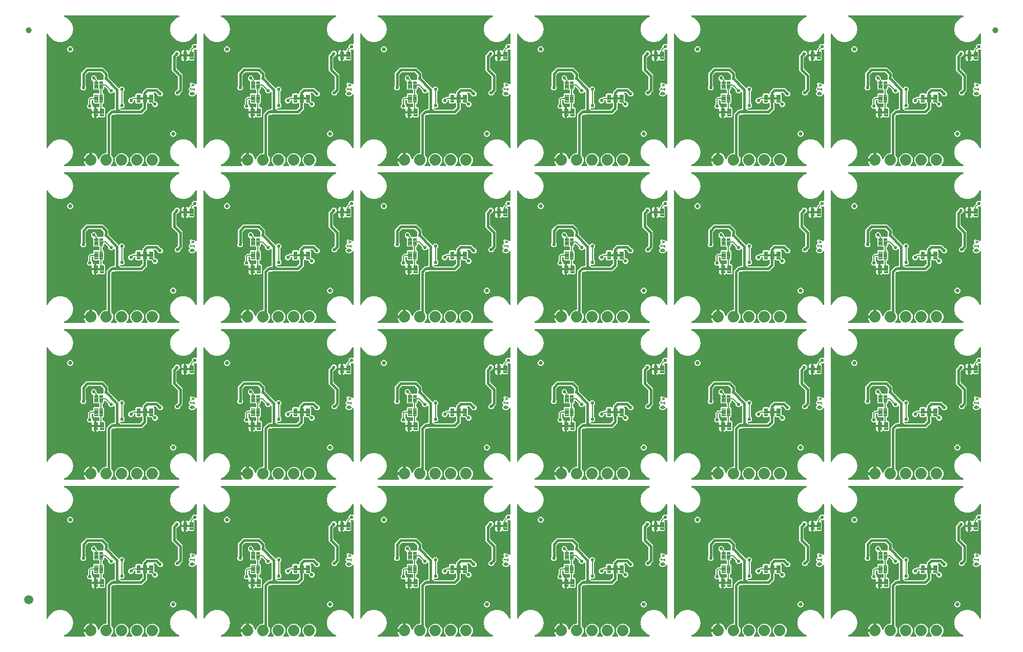
<source format=gbl>
G04 EAGLE Gerber RS-274X export*
G75*
%MOMM*%
%FSLAX34Y34*%
%LPD*%
%INBottom Copper*%
%IPPOS*%
%AMOC8*
5,1,8,0,0,1.08239X$1,22.5*%
G01*
%ADD10C,0.177800*%
%ADD11C,0.099059*%
%ADD12C,0.635000*%
%ADD13C,0.101600*%
%ADD14C,1.879600*%
%ADD15C,1.000000*%
%ADD16C,1.500000*%
%ADD17C,0.558800*%
%ADD18C,0.203200*%
%ADD19C,0.406400*%

G36*
X66296Y2812D02*
X66296Y2812D01*
X66434Y2825D01*
X66453Y2832D01*
X66473Y2835D01*
X66602Y2886D01*
X66733Y2933D01*
X66750Y2944D01*
X66768Y2952D01*
X66881Y3033D01*
X66996Y3112D01*
X67010Y3127D01*
X67026Y3138D01*
X67115Y3246D01*
X67207Y3350D01*
X67216Y3368D01*
X67229Y3383D01*
X67288Y3509D01*
X67351Y3634D01*
X67356Y3653D01*
X67364Y3671D01*
X67390Y3808D01*
X67421Y3944D01*
X67420Y3964D01*
X67424Y3983D01*
X67415Y4122D01*
X67411Y4262D01*
X67405Y4281D01*
X67404Y4301D01*
X67361Y4433D01*
X67322Y4567D01*
X67312Y4584D01*
X67306Y4603D01*
X67231Y4721D01*
X67161Y4841D01*
X67142Y4862D01*
X67136Y4872D01*
X67121Y4886D01*
X67116Y4892D01*
X65989Y6443D01*
X65136Y8117D01*
X64555Y9904D01*
X64515Y10161D01*
X74930Y10161D01*
X75048Y10176D01*
X75167Y10183D01*
X75205Y10196D01*
X75245Y10201D01*
X75356Y10244D01*
X75469Y10281D01*
X75503Y10303D01*
X75541Y10318D01*
X75637Y10388D01*
X75738Y10451D01*
X75766Y10481D01*
X75798Y10504D01*
X75874Y10596D01*
X75956Y10683D01*
X75975Y10718D01*
X76001Y10749D01*
X76052Y10857D01*
X76109Y10961D01*
X76120Y11001D01*
X76137Y11037D01*
X76159Y11154D01*
X76189Y11269D01*
X76193Y11330D01*
X76197Y11350D01*
X76195Y11370D01*
X76199Y11430D01*
X76199Y12701D01*
X77470Y12701D01*
X77588Y12716D01*
X77707Y12723D01*
X77745Y12736D01*
X77785Y12741D01*
X77896Y12785D01*
X78009Y12821D01*
X78044Y12843D01*
X78081Y12858D01*
X78177Y12928D01*
X78278Y12991D01*
X78306Y13021D01*
X78339Y13045D01*
X78414Y13136D01*
X78496Y13223D01*
X78516Y13258D01*
X78541Y13290D01*
X78592Y13397D01*
X78650Y13502D01*
X78660Y13541D01*
X78677Y13577D01*
X78699Y13694D01*
X78729Y13809D01*
X78733Y13870D01*
X78737Y13890D01*
X78735Y13910D01*
X78739Y13970D01*
X78739Y24385D01*
X78996Y24345D01*
X80783Y23764D01*
X82457Y22911D01*
X83978Y21806D01*
X85306Y20478D01*
X86411Y18957D01*
X87264Y17283D01*
X87845Y15496D01*
X87920Y15023D01*
X87955Y14900D01*
X87986Y14774D01*
X88000Y14747D01*
X88008Y14718D01*
X88074Y14607D01*
X88134Y14493D01*
X88155Y14470D01*
X88170Y14444D01*
X88261Y14353D01*
X88348Y14257D01*
X88374Y14241D01*
X88395Y14219D01*
X88506Y14154D01*
X88614Y14082D01*
X88643Y14073D01*
X88669Y14057D01*
X88793Y14021D01*
X88915Y13979D01*
X88945Y13977D01*
X88974Y13968D01*
X89103Y13964D01*
X89232Y13954D01*
X89262Y13959D01*
X89292Y13958D01*
X89418Y13986D01*
X89545Y14008D01*
X89573Y14021D01*
X89602Y14027D01*
X89718Y14086D01*
X89835Y14139D01*
X89859Y14158D01*
X89886Y14172D01*
X89983Y14257D01*
X90084Y14338D01*
X90102Y14362D01*
X90124Y14382D01*
X90197Y14489D01*
X90275Y14592D01*
X90294Y14630D01*
X90303Y14644D01*
X90311Y14665D01*
X90346Y14736D01*
X92125Y19031D01*
X95269Y22175D01*
X99377Y23877D01*
X100838Y23877D01*
X100956Y23892D01*
X101075Y23899D01*
X101113Y23912D01*
X101154Y23917D01*
X101264Y23960D01*
X101377Y23997D01*
X101412Y24019D01*
X101449Y24034D01*
X101545Y24103D01*
X101646Y24167D01*
X101674Y24197D01*
X101707Y24220D01*
X101783Y24312D01*
X101864Y24399D01*
X101884Y24434D01*
X101909Y24465D01*
X101960Y24573D01*
X102018Y24677D01*
X102028Y24717D01*
X102045Y24753D01*
X102067Y24870D01*
X102097Y24985D01*
X102101Y25045D01*
X102105Y25065D01*
X102103Y25086D01*
X102107Y25146D01*
X102107Y88700D01*
X109166Y95759D01*
X111118Y95759D01*
X111216Y95771D01*
X111315Y95774D01*
X111374Y95791D01*
X111434Y95799D01*
X111526Y95835D01*
X111621Y95863D01*
X111673Y95893D01*
X111729Y95916D01*
X111809Y95974D01*
X111895Y96024D01*
X111970Y96090D01*
X111987Y96102D01*
X111995Y96112D01*
X112016Y96130D01*
X112406Y96521D01*
X114228Y96521D01*
X114326Y96533D01*
X114425Y96536D01*
X114483Y96553D01*
X114543Y96561D01*
X114635Y96597D01*
X114731Y96625D01*
X114783Y96655D01*
X114839Y96678D01*
X114919Y96736D01*
X115004Y96786D01*
X115080Y96852D01*
X115096Y96864D01*
X115104Y96874D01*
X115125Y96892D01*
X115198Y96965D01*
X115258Y97043D01*
X115326Y97115D01*
X115355Y97168D01*
X115392Y97216D01*
X115432Y97307D01*
X115480Y97394D01*
X115495Y97452D01*
X115519Y97508D01*
X115534Y97606D01*
X115559Y97702D01*
X115565Y97802D01*
X115569Y97822D01*
X115567Y97834D01*
X115569Y97862D01*
X115569Y123480D01*
X115552Y123617D01*
X115539Y123756D01*
X115532Y123776D01*
X115529Y123796D01*
X115478Y123925D01*
X115431Y124056D01*
X115420Y124073D01*
X115412Y124091D01*
X115331Y124204D01*
X115253Y124319D01*
X115237Y124332D01*
X115226Y124349D01*
X115118Y124437D01*
X115014Y124529D01*
X114996Y124539D01*
X114981Y124551D01*
X114855Y124611D01*
X114731Y124674D01*
X114711Y124678D01*
X114693Y124687D01*
X114557Y124713D01*
X114421Y124744D01*
X114400Y124743D01*
X114381Y124747D01*
X114242Y124738D01*
X114103Y124734D01*
X114083Y124728D01*
X114063Y124727D01*
X113931Y124684D01*
X113797Y124646D01*
X113780Y124635D01*
X113761Y124629D01*
X113643Y124554D01*
X113523Y124484D01*
X113502Y124465D01*
X113492Y124459D01*
X113478Y124444D01*
X113403Y124378D01*
X111530Y122505D01*
X107742Y122505D01*
X105063Y125184D01*
X105063Y127172D01*
X105051Y127271D01*
X105048Y127370D01*
X105031Y127428D01*
X105023Y127488D01*
X104987Y127580D01*
X104959Y127675D01*
X104936Y127715D01*
X104934Y127721D01*
X104927Y127732D01*
X104906Y127784D01*
X104848Y127864D01*
X104798Y127949D01*
X104768Y127983D01*
X104764Y127989D01*
X104755Y127998D01*
X104731Y128024D01*
X104719Y128041D01*
X104710Y128049D01*
X104691Y128070D01*
X100084Y132677D01*
X99975Y132762D01*
X99868Y132851D01*
X99849Y132859D01*
X99833Y132872D01*
X99705Y132927D01*
X99580Y132986D01*
X99560Y132990D01*
X99541Y132998D01*
X99403Y133020D01*
X99267Y133046D01*
X99247Y133045D01*
X99227Y133048D01*
X99088Y133035D01*
X98950Y133026D01*
X98931Y133020D01*
X98911Y133018D01*
X98779Y132971D01*
X98648Y132928D01*
X98630Y132917D01*
X98611Y132911D01*
X98496Y132833D01*
X98379Y132758D01*
X98365Y132743D01*
X98348Y132732D01*
X98256Y132628D01*
X98161Y132527D01*
X98151Y132509D01*
X98138Y132494D01*
X98074Y132369D01*
X98007Y132248D01*
X98002Y132228D01*
X97993Y132210D01*
X97963Y132075D01*
X97928Y131940D01*
X97926Y131912D01*
X97923Y131900D01*
X97924Y131880D01*
X97918Y131779D01*
X97918Y129863D01*
X96424Y128369D01*
X96417Y128366D01*
X96321Y128297D01*
X96220Y128233D01*
X96192Y128203D01*
X96159Y128180D01*
X96083Y128088D01*
X96002Y128001D01*
X95982Y127966D01*
X95957Y127935D01*
X95906Y127827D01*
X95848Y127723D01*
X95838Y127683D01*
X95821Y127647D01*
X95799Y127530D01*
X95769Y127415D01*
X95765Y127355D01*
X95761Y127335D01*
X95763Y127314D01*
X95759Y127254D01*
X95759Y123698D01*
X95774Y123580D01*
X95781Y123461D01*
X95794Y123423D01*
X95799Y123382D01*
X95842Y123272D01*
X95879Y123159D01*
X95901Y123124D01*
X95916Y123087D01*
X95985Y122991D01*
X96049Y122890D01*
X96079Y122862D01*
X96102Y122829D01*
X96194Y122753D01*
X96281Y122672D01*
X96316Y122652D01*
X96347Y122627D01*
X96410Y122597D01*
X97918Y121089D01*
X97918Y107511D01*
X96424Y106017D01*
X96417Y106014D01*
X96321Y105945D01*
X96220Y105881D01*
X96192Y105851D01*
X96159Y105828D01*
X96083Y105736D01*
X96002Y105649D01*
X95982Y105614D01*
X95957Y105583D01*
X95906Y105475D01*
X95848Y105371D01*
X95838Y105331D01*
X95821Y105295D01*
X95799Y105178D01*
X95769Y105063D01*
X95765Y105003D01*
X95761Y104983D01*
X95763Y104962D01*
X95759Y104902D01*
X95759Y100838D01*
X95774Y100720D01*
X95781Y100601D01*
X95794Y100563D01*
X95799Y100522D01*
X95842Y100412D01*
X95879Y100299D01*
X95901Y100264D01*
X95916Y100227D01*
X95985Y100131D01*
X96049Y100030D01*
X96079Y100002D01*
X96102Y99969D01*
X96194Y99893D01*
X96281Y99812D01*
X96316Y99792D01*
X96347Y99767D01*
X96455Y99716D01*
X96559Y99658D01*
X96599Y99648D01*
X96635Y99631D01*
X96752Y99609D01*
X96867Y99579D01*
X96927Y99575D01*
X96947Y99571D01*
X96968Y99573D01*
X97028Y99569D01*
X97856Y99569D01*
X99188Y98237D01*
X99188Y84643D01*
X97856Y83311D01*
X90358Y83311D01*
X90336Y83333D01*
X90242Y83406D01*
X90153Y83485D01*
X90117Y83503D01*
X90085Y83528D01*
X89976Y83575D01*
X89870Y83630D01*
X89830Y83639D01*
X89793Y83655D01*
X89676Y83673D01*
X89560Y83699D01*
X89519Y83698D01*
X89479Y83704D01*
X89361Y83693D01*
X89242Y83690D01*
X89203Y83678D01*
X89163Y83675D01*
X89050Y83634D01*
X88936Y83601D01*
X88901Y83581D01*
X88863Y83567D01*
X88765Y83500D01*
X88662Y83440D01*
X88617Y83400D01*
X88600Y83388D01*
X88587Y83373D01*
X88541Y83333D01*
X88364Y83156D01*
X87672Y82756D01*
X86899Y82549D01*
X85343Y82549D01*
X85343Y90107D01*
X95885Y90107D01*
X95904Y90119D01*
X95926Y90123D01*
X95933Y90138D01*
X95942Y90144D01*
X95941Y90154D01*
X95948Y90170D01*
X95948Y92710D01*
X95936Y92729D01*
X95932Y92751D01*
X95917Y92758D01*
X95911Y92767D01*
X95901Y92766D01*
X95885Y92773D01*
X85343Y92773D01*
X85343Y100331D01*
X86899Y100331D01*
X87672Y100124D01*
X88265Y99781D01*
X88387Y99730D01*
X88507Y99673D01*
X88534Y99668D01*
X88559Y99658D01*
X88690Y99638D01*
X88820Y99613D01*
X88846Y99615D01*
X88873Y99611D01*
X89005Y99625D01*
X89137Y99633D01*
X89163Y99642D01*
X89189Y99644D01*
X89314Y99690D01*
X89439Y99731D01*
X89462Y99746D01*
X89488Y99755D01*
X89596Y99830D01*
X89708Y99901D01*
X89727Y99921D01*
X89749Y99936D01*
X89835Y100037D01*
X89926Y100133D01*
X89939Y100157D01*
X89957Y100177D01*
X90016Y100296D01*
X90080Y100412D01*
X90086Y100438D01*
X90098Y100462D01*
X90126Y100592D01*
X90159Y100719D01*
X90161Y100757D01*
X90165Y100773D01*
X90164Y100795D01*
X90169Y100880D01*
X90169Y104902D01*
X90154Y105020D01*
X90147Y105139D01*
X90134Y105177D01*
X90129Y105218D01*
X90086Y105328D01*
X90049Y105441D01*
X90027Y105476D01*
X90012Y105513D01*
X89943Y105609D01*
X89879Y105710D01*
X89849Y105738D01*
X89826Y105771D01*
X89734Y105847D01*
X89647Y105928D01*
X89612Y105948D01*
X89581Y105973D01*
X89473Y106024D01*
X89369Y106082D01*
X89329Y106092D01*
X89293Y106109D01*
X89176Y106131D01*
X89061Y106161D01*
X89001Y106165D01*
X88981Y106169D01*
X88960Y106167D01*
X88900Y106171D01*
X81222Y106171D01*
X79882Y107511D01*
X79882Y110236D01*
X79867Y110354D01*
X79860Y110473D01*
X79847Y110511D01*
X79842Y110552D01*
X79799Y110662D01*
X79762Y110775D01*
X79740Y110810D01*
X79725Y110847D01*
X79656Y110943D01*
X79592Y111044D01*
X79562Y111072D01*
X79539Y111105D01*
X79447Y111181D01*
X79360Y111262D01*
X79325Y111282D01*
X79294Y111307D01*
X79186Y111358D01*
X79082Y111416D01*
X79042Y111426D01*
X79006Y111443D01*
X78889Y111465D01*
X78774Y111495D01*
X78714Y111499D01*
X78694Y111503D01*
X78673Y111501D01*
X78613Y111505D01*
X78486Y111505D01*
X78368Y111490D01*
X78249Y111483D01*
X78211Y111470D01*
X78170Y111465D01*
X78060Y111422D01*
X77947Y111385D01*
X77912Y111363D01*
X77875Y111348D01*
X77779Y111279D01*
X77678Y111215D01*
X77650Y111185D01*
X77617Y111162D01*
X77541Y111070D01*
X77460Y110983D01*
X77440Y110948D01*
X77415Y110917D01*
X77364Y110809D01*
X77306Y110705D01*
X77296Y110665D01*
X77279Y110629D01*
X77257Y110512D01*
X77227Y110397D01*
X77223Y110337D01*
X77219Y110317D01*
X77221Y110296D01*
X77217Y110236D01*
X77217Y105798D01*
X77229Y105700D01*
X77232Y105601D01*
X77249Y105542D01*
X77257Y105482D01*
X77293Y105390D01*
X77321Y105295D01*
X77351Y105243D01*
X77374Y105187D01*
X77432Y105107D01*
X77482Y105021D01*
X77548Y104946D01*
X77560Y104929D01*
X77570Y104921D01*
X77588Y104900D01*
X78995Y103494D01*
X78995Y101585D01*
X79011Y101460D01*
X79020Y101335D01*
X79030Y101303D01*
X79035Y101270D01*
X79081Y101152D01*
X79121Y101033D01*
X79139Y101005D01*
X79152Y100974D01*
X79226Y100872D01*
X79294Y100766D01*
X79319Y100744D01*
X79338Y100717D01*
X79436Y100636D01*
X79528Y100551D01*
X79558Y100535D01*
X79583Y100514D01*
X79697Y100460D01*
X79808Y100400D01*
X79841Y100392D01*
X79871Y100378D01*
X79995Y100355D01*
X80117Y100324D01*
X80151Y100325D01*
X80183Y100318D01*
X80309Y100326D01*
X80435Y100327D01*
X80451Y100331D01*
X82043Y100331D01*
X82043Y93090D01*
X77850Y93090D01*
X77850Y95758D01*
X77835Y95876D01*
X77828Y95995D01*
X77815Y96033D01*
X77810Y96074D01*
X77767Y96184D01*
X77730Y96297D01*
X77708Y96332D01*
X77693Y96369D01*
X77623Y96465D01*
X77560Y96566D01*
X77530Y96594D01*
X77507Y96627D01*
X77415Y96703D01*
X77328Y96784D01*
X77293Y96804D01*
X77262Y96829D01*
X77154Y96880D01*
X77050Y96938D01*
X77010Y96948D01*
X76974Y96965D01*
X76857Y96987D01*
X76742Y97017D01*
X76681Y97021D01*
X76661Y97025D01*
X76641Y97023D01*
X76581Y97027D01*
X72528Y97027D01*
X69849Y99706D01*
X69849Y103494D01*
X71256Y104900D01*
X71316Y104979D01*
X71384Y105051D01*
X71413Y105104D01*
X71450Y105152D01*
X71490Y105243D01*
X71538Y105329D01*
X71553Y105388D01*
X71577Y105443D01*
X71592Y105541D01*
X71617Y105637D01*
X71623Y105737D01*
X71627Y105758D01*
X71625Y105770D01*
X71627Y105798D01*
X71627Y113621D01*
X75101Y117095D01*
X78613Y117095D01*
X78731Y117110D01*
X78850Y117117D01*
X78888Y117130D01*
X78929Y117135D01*
X79039Y117178D01*
X79152Y117215D01*
X79187Y117237D01*
X79224Y117252D01*
X79320Y117321D01*
X79421Y117385D01*
X79449Y117415D01*
X79482Y117438D01*
X79558Y117530D01*
X79639Y117617D01*
X79659Y117652D01*
X79684Y117683D01*
X79735Y117791D01*
X79793Y117895D01*
X79803Y117935D01*
X79820Y117971D01*
X79842Y118088D01*
X79872Y118203D01*
X79876Y118263D01*
X79880Y118283D01*
X79878Y118304D01*
X79882Y118364D01*
X79882Y121089D01*
X81222Y122429D01*
X88900Y122429D01*
X89018Y122444D01*
X89137Y122451D01*
X89175Y122464D01*
X89216Y122469D01*
X89326Y122512D01*
X89439Y122549D01*
X89474Y122571D01*
X89511Y122586D01*
X89607Y122655D01*
X89708Y122719D01*
X89736Y122749D01*
X89769Y122772D01*
X89845Y122864D01*
X89926Y122951D01*
X89946Y122986D01*
X89971Y123017D01*
X90022Y123125D01*
X90080Y123229D01*
X90090Y123269D01*
X90107Y123305D01*
X90129Y123422D01*
X90159Y123537D01*
X90163Y123597D01*
X90167Y123617D01*
X90165Y123638D01*
X90169Y123698D01*
X90169Y127254D01*
X90154Y127372D01*
X90147Y127491D01*
X90134Y127529D01*
X90129Y127570D01*
X90086Y127680D01*
X90049Y127793D01*
X90027Y127828D01*
X90012Y127865D01*
X89943Y127961D01*
X89879Y128062D01*
X89849Y128090D01*
X89826Y128123D01*
X89734Y128199D01*
X89647Y128280D01*
X89612Y128300D01*
X89581Y128325D01*
X89473Y128376D01*
X89369Y128434D01*
X89329Y128444D01*
X89293Y128461D01*
X89176Y128483D01*
X89061Y128513D01*
X89001Y128517D01*
X88981Y128521D01*
X88960Y128519D01*
X88900Y128523D01*
X81222Y128523D01*
X79882Y129863D01*
X79882Y141986D01*
X79867Y142104D01*
X79860Y142223D01*
X79847Y142261D01*
X79842Y142302D01*
X79799Y142412D01*
X79762Y142525D01*
X79740Y142560D01*
X79725Y142597D01*
X79656Y142693D01*
X79592Y142794D01*
X79562Y142822D01*
X79539Y142855D01*
X79504Y142883D01*
X79504Y142884D01*
X76453Y145934D01*
X76453Y149722D01*
X79132Y152401D01*
X82920Y152401D01*
X85599Y149722D01*
X85599Y147733D01*
X85611Y147635D01*
X85614Y147536D01*
X85631Y147478D01*
X85639Y147418D01*
X85675Y147326D01*
X85703Y147231D01*
X85733Y147178D01*
X85756Y147122D01*
X85814Y147042D01*
X85864Y146957D01*
X85930Y146881D01*
X85942Y146865D01*
X85952Y146857D01*
X85970Y146836D01*
X87654Y145152D01*
X87732Y145092D01*
X87804Y145024D01*
X87857Y144995D01*
X87905Y144958D01*
X87996Y144918D01*
X88083Y144870D01*
X88141Y144855D01*
X88197Y144831D01*
X88295Y144816D01*
X88391Y144791D01*
X88491Y144785D01*
X88511Y144781D01*
X88523Y144783D01*
X88551Y144781D01*
X95362Y144781D01*
X95481Y144796D01*
X95599Y144803D01*
X95638Y144816D01*
X95678Y144821D01*
X95789Y144864D01*
X95902Y144901D01*
X95936Y144923D01*
X95974Y144938D01*
X96070Y145007D01*
X96171Y145071D01*
X96198Y145101D01*
X96231Y145124D01*
X96307Y145216D01*
X96388Y145303D01*
X96408Y145338D01*
X96434Y145369D01*
X96484Y145477D01*
X96542Y145581D01*
X96552Y145621D01*
X96569Y145657D01*
X96592Y145774D01*
X96621Y145889D01*
X96625Y145949D01*
X96629Y145969D01*
X96628Y145990D01*
X96632Y146050D01*
X96632Y148818D01*
X97022Y149209D01*
X97083Y149287D01*
X97150Y149359D01*
X97180Y149412D01*
X97217Y149460D01*
X97256Y149551D01*
X97304Y149638D01*
X97319Y149696D01*
X97343Y149752D01*
X97359Y149850D01*
X97383Y149946D01*
X97390Y150046D01*
X97393Y150066D01*
X97392Y150078D01*
X97394Y150106D01*
X97394Y152440D01*
X97381Y152538D01*
X97378Y152637D01*
X97361Y152696D01*
X97354Y152756D01*
X97317Y152848D01*
X97290Y152943D01*
X97259Y152995D01*
X97237Y153051D01*
X97179Y153131D01*
X97128Y153217D01*
X97062Y153292D01*
X97050Y153309D01*
X97041Y153317D01*
X97022Y153338D01*
X92998Y157362D01*
X92920Y157422D01*
X92848Y157490D01*
X92795Y157519D01*
X92747Y157556D01*
X92656Y157596D01*
X92569Y157644D01*
X92511Y157659D01*
X92455Y157683D01*
X92357Y157698D01*
X92261Y157723D01*
X92161Y157729D01*
X92141Y157733D01*
X92129Y157731D01*
X92101Y157733D01*
X72462Y157733D01*
X72364Y157721D01*
X72265Y157718D01*
X72207Y157701D01*
X72147Y157693D01*
X72055Y157657D01*
X71959Y157629D01*
X71907Y157599D01*
X71851Y157576D01*
X71771Y157518D01*
X71686Y157468D01*
X71610Y157402D01*
X71594Y157390D01*
X71586Y157380D01*
X71565Y157362D01*
X67936Y153733D01*
X67876Y153655D01*
X67808Y153583D01*
X67779Y153530D01*
X67742Y153482D01*
X67702Y153391D01*
X67654Y153304D01*
X67639Y153246D01*
X67615Y153190D01*
X67600Y153092D01*
X67575Y152996D01*
X67569Y152896D01*
X67565Y152876D01*
X67567Y152864D01*
X67565Y152836D01*
X67565Y135262D01*
X67577Y135164D01*
X67580Y135065D01*
X67597Y135006D01*
X67605Y134946D01*
X67641Y134854D01*
X67669Y134759D01*
X67699Y134707D01*
X67722Y134651D01*
X67780Y134571D01*
X67830Y134485D01*
X67896Y134410D01*
X67908Y134393D01*
X67918Y134385D01*
X67936Y134364D01*
X68327Y133974D01*
X68327Y130186D01*
X65648Y127507D01*
X61860Y127507D01*
X59181Y130186D01*
X59181Y133974D01*
X59572Y134364D01*
X59632Y134443D01*
X59700Y134515D01*
X59729Y134568D01*
X59766Y134616D01*
X59806Y134707D01*
X59854Y134793D01*
X59869Y134852D01*
X59893Y134907D01*
X59908Y135005D01*
X59933Y135101D01*
X59939Y135201D01*
X59943Y135222D01*
X59941Y135234D01*
X59943Y135262D01*
X59943Y156518D01*
X68780Y165355D01*
X95783Y165355D01*
X105015Y156123D01*
X105015Y150106D01*
X105028Y150008D01*
X105031Y149909D01*
X105047Y149851D01*
X105055Y149791D01*
X105091Y149699D01*
X105119Y149603D01*
X105150Y149551D01*
X105172Y149495D01*
X105230Y149415D01*
X105280Y149330D01*
X105347Y149254D01*
X105359Y149238D01*
X105368Y149230D01*
X105387Y149209D01*
X105777Y148818D01*
X105777Y148267D01*
X105790Y148168D01*
X105793Y148069D01*
X105809Y148011D01*
X105817Y147951D01*
X105853Y147859D01*
X105881Y147764D01*
X105912Y147712D01*
X105934Y147655D01*
X105992Y147575D01*
X106042Y147490D01*
X106109Y147415D01*
X106121Y147398D01*
X106130Y147390D01*
X106149Y147369D01*
X120587Y132931D01*
X121612Y131906D01*
X121706Y131833D01*
X121795Y131754D01*
X121831Y131736D01*
X121863Y131711D01*
X121972Y131664D01*
X122079Y131610D01*
X122118Y131601D01*
X122155Y131585D01*
X122273Y131566D01*
X122389Y131540D01*
X122429Y131541D01*
X122469Y131535D01*
X122588Y131546D01*
X122707Y131550D01*
X122746Y131561D01*
X122786Y131565D01*
X122898Y131605D01*
X123012Y131638D01*
X123047Y131658D01*
X123085Y131672D01*
X123184Y131739D01*
X123286Y131799D01*
X123331Y131839D01*
X123348Y131851D01*
X123362Y131866D01*
X123407Y131906D01*
X125614Y134113D01*
X129402Y134113D01*
X132081Y131434D01*
X132081Y127646D01*
X130674Y126240D01*
X130614Y126161D01*
X130546Y126089D01*
X130517Y126036D01*
X130480Y125988D01*
X130440Y125897D01*
X130392Y125811D01*
X130377Y125752D01*
X130353Y125697D01*
X130338Y125599D01*
X130313Y125503D01*
X130307Y125403D01*
X130303Y125382D01*
X130305Y125370D01*
X130303Y125342D01*
X130303Y107068D01*
X130315Y106970D01*
X130318Y106871D01*
X130335Y106812D01*
X130343Y106752D01*
X130379Y106660D01*
X130407Y106565D01*
X130437Y106513D01*
X130460Y106457D01*
X130518Y106377D01*
X130568Y106291D01*
X130634Y106216D01*
X130646Y106199D01*
X130656Y106191D01*
X130674Y106170D01*
X132081Y104764D01*
X132081Y100976D01*
X129402Y98297D01*
X126056Y98297D01*
X126032Y98294D01*
X126007Y98296D01*
X125874Y98274D01*
X125741Y98257D01*
X125718Y98248D01*
X125693Y98244D01*
X125570Y98190D01*
X125445Y98140D01*
X125425Y98126D01*
X125402Y98116D01*
X125297Y98033D01*
X125188Y97954D01*
X125172Y97934D01*
X125152Y97919D01*
X125071Y97812D01*
X124985Y97709D01*
X124974Y97686D01*
X124959Y97667D01*
X124906Y97542D01*
X124849Y97421D01*
X124845Y97397D01*
X124835Y97374D01*
X124815Y97240D01*
X124789Y97109D01*
X124791Y97084D01*
X124787Y97059D01*
X124801Y96925D01*
X124809Y96791D01*
X124817Y96768D01*
X124819Y96743D01*
X124866Y96617D01*
X124907Y96489D01*
X124920Y96468D01*
X124929Y96444D01*
X125005Y96334D01*
X125077Y96220D01*
X125095Y96203D01*
X125109Y96183D01*
X125211Y96094D01*
X125309Y96002D01*
X125331Y95990D01*
X125349Y95974D01*
X125489Y95893D01*
X125540Y95875D01*
X125588Y95848D01*
X125689Y95822D01*
X125789Y95787D01*
X125843Y95783D01*
X125896Y95769D01*
X126056Y95759D01*
X156646Y95759D01*
X156744Y95771D01*
X156843Y95774D01*
X156901Y95791D01*
X156961Y95799D01*
X157053Y95835D01*
X157149Y95863D01*
X157201Y95893D01*
X157257Y95916D01*
X157337Y95974D01*
X157422Y96024D01*
X157498Y96090D01*
X157514Y96102D01*
X157522Y96112D01*
X157543Y96130D01*
X160918Y99505D01*
X160978Y99583D01*
X161046Y99655D01*
X161075Y99708D01*
X161112Y99756D01*
X161152Y99847D01*
X161200Y99934D01*
X161215Y99992D01*
X161239Y100048D01*
X161254Y100146D01*
X161279Y100242D01*
X161285Y100342D01*
X161289Y100362D01*
X161287Y100374D01*
X161289Y100402D01*
X161289Y105708D01*
X161277Y105806D01*
X161274Y105905D01*
X161257Y105963D01*
X161249Y106023D01*
X161213Y106115D01*
X161186Y106210D01*
X161155Y106262D01*
X161132Y106319D01*
X161074Y106399D01*
X161024Y106484D01*
X160958Y106560D01*
X160946Y106576D01*
X160936Y106584D01*
X160918Y106605D01*
X160791Y106732D01*
X160697Y106805D01*
X160607Y106884D01*
X160571Y106902D01*
X160539Y106927D01*
X160430Y106974D01*
X160324Y107028D01*
X160285Y107037D01*
X160248Y107053D01*
X160130Y107072D01*
X160014Y107098D01*
X159973Y107097D01*
X159933Y107103D01*
X159815Y107092D01*
X159696Y107088D01*
X159657Y107077D01*
X159617Y107073D01*
X159505Y107033D01*
X159390Y107000D01*
X159356Y106980D01*
X159318Y106966D01*
X159219Y106899D01*
X159116Y106839D01*
X159071Y106799D01*
X159054Y106787D01*
X159041Y106772D01*
X158996Y106732D01*
X158435Y106171D01*
X150937Y106171D01*
X149605Y107503D01*
X149605Y110236D01*
X149590Y110354D01*
X149583Y110473D01*
X149570Y110511D01*
X149565Y110552D01*
X149522Y110662D01*
X149485Y110775D01*
X149463Y110810D01*
X149448Y110847D01*
X149379Y110943D01*
X149315Y111044D01*
X149285Y111072D01*
X149262Y111105D01*
X149170Y111181D01*
X149083Y111262D01*
X149048Y111282D01*
X149017Y111307D01*
X148909Y111358D01*
X148805Y111416D01*
X148765Y111426D01*
X148729Y111443D01*
X148612Y111465D01*
X148497Y111495D01*
X148437Y111499D01*
X148417Y111503D01*
X148416Y111503D01*
X148396Y111501D01*
X148336Y111505D01*
X148218Y111490D01*
X148099Y111483D01*
X148061Y111470D01*
X148020Y111465D01*
X147910Y111422D01*
X147797Y111385D01*
X147762Y111363D01*
X147725Y111348D01*
X147629Y111279D01*
X147528Y111215D01*
X147500Y111185D01*
X147467Y111162D01*
X147391Y111070D01*
X147310Y110983D01*
X147290Y110948D01*
X147265Y110917D01*
X147214Y110809D01*
X147156Y110705D01*
X147146Y110665D01*
X147129Y110629D01*
X147107Y110512D01*
X147077Y110397D01*
X147073Y110337D01*
X147069Y110317D01*
X147071Y110296D01*
X147067Y110236D01*
X147067Y108850D01*
X144388Y106171D01*
X140600Y106171D01*
X137921Y108850D01*
X137921Y112638D01*
X140600Y115317D01*
X142589Y115317D01*
X142687Y115329D01*
X142786Y115332D01*
X142844Y115349D01*
X142904Y115357D01*
X142996Y115393D01*
X143091Y115421D01*
X143144Y115451D01*
X143200Y115474D01*
X143280Y115532D01*
X143365Y115582D01*
X143441Y115648D01*
X143457Y115660D01*
X143465Y115670D01*
X143486Y115688D01*
X144892Y117095D01*
X148336Y117095D01*
X148454Y117110D01*
X148573Y117117D01*
X148611Y117130D01*
X148652Y117135D01*
X148762Y117178D01*
X148875Y117215D01*
X148910Y117237D01*
X148947Y117252D01*
X149043Y117321D01*
X149144Y117385D01*
X149172Y117415D01*
X149205Y117438D01*
X149281Y117530D01*
X149362Y117617D01*
X149382Y117652D01*
X149407Y117683D01*
X149458Y117791D01*
X149516Y117895D01*
X149526Y117935D01*
X149543Y117971D01*
X149565Y118088D01*
X149595Y118203D01*
X149599Y118263D01*
X149603Y118283D01*
X149601Y118304D01*
X149605Y118364D01*
X149605Y121097D01*
X150937Y122429D01*
X158435Y122429D01*
X158996Y121868D01*
X159090Y121795D01*
X159179Y121716D01*
X159215Y121698D01*
X159247Y121673D01*
X159356Y121626D01*
X159462Y121571D01*
X159502Y121563D01*
X159539Y121547D01*
X159656Y121528D01*
X159773Y121502D01*
X159813Y121503D01*
X159853Y121497D01*
X159971Y121508D01*
X160090Y121512D01*
X160129Y121523D01*
X160169Y121527D01*
X160282Y121567D01*
X160396Y121600D01*
X160431Y121620D01*
X160469Y121634D01*
X160567Y121701D01*
X160670Y121762D01*
X160715Y121801D01*
X160732Y121813D01*
X160745Y121828D01*
X160791Y121868D01*
X160918Y121995D01*
X160978Y122073D01*
X161046Y122145D01*
X161075Y122198D01*
X161113Y122246D01*
X161152Y122337D01*
X161200Y122424D01*
X161215Y122483D01*
X161239Y122538D01*
X161254Y122636D01*
X161279Y122732D01*
X161285Y122832D01*
X161289Y122852D01*
X161287Y122864D01*
X161289Y122892D01*
X161289Y125276D01*
X167332Y131319D01*
X186236Y131319D01*
X190691Y126864D01*
X190769Y126804D01*
X190841Y126736D01*
X190894Y126707D01*
X190942Y126670D01*
X191033Y126630D01*
X191120Y126582D01*
X191178Y126567D01*
X191234Y126543D01*
X191332Y126528D01*
X191428Y126503D01*
X191528Y126497D01*
X191548Y126493D01*
X191560Y126495D01*
X191588Y126493D01*
X192394Y126493D01*
X195073Y123814D01*
X195073Y120026D01*
X192394Y117347D01*
X188606Y117347D01*
X185927Y120026D01*
X185927Y120324D01*
X185915Y120422D01*
X185912Y120521D01*
X185895Y120579D01*
X185887Y120639D01*
X185851Y120731D01*
X185823Y120827D01*
X185793Y120879D01*
X185770Y120935D01*
X185712Y121015D01*
X185662Y121100D01*
X185596Y121176D01*
X185584Y121192D01*
X185574Y121200D01*
X185556Y121221D01*
X183451Y123326D01*
X183373Y123386D01*
X183301Y123454D01*
X183248Y123483D01*
X183200Y123520D01*
X183109Y123560D01*
X183022Y123608D01*
X182964Y123623D01*
X182908Y123647D01*
X182810Y123662D01*
X182714Y123687D01*
X182614Y123693D01*
X182594Y123697D01*
X182582Y123695D01*
X182554Y123697D01*
X181058Y123697D01*
X180920Y123680D01*
X180782Y123667D01*
X180763Y123660D01*
X180743Y123657D01*
X180614Y123606D01*
X180483Y123559D01*
X180466Y123548D01*
X180447Y123540D01*
X180335Y123459D01*
X180220Y123381D01*
X180206Y123365D01*
X180190Y123354D01*
X180101Y123246D01*
X180009Y123142D01*
X180000Y123124D01*
X179987Y123109D01*
X179928Y122983D01*
X179864Y122859D01*
X179860Y122839D01*
X179851Y122821D01*
X179825Y122684D01*
X179795Y122549D01*
X179795Y122528D01*
X179792Y122509D01*
X179800Y122370D01*
X179804Y122231D01*
X179810Y122211D01*
X179811Y122191D01*
X179854Y122059D01*
X179893Y121925D01*
X179903Y121908D01*
X179909Y121889D01*
X179984Y121771D01*
X180054Y121651D01*
X180073Y121630D01*
X180080Y121620D01*
X180095Y121606D01*
X180161Y121531D01*
X180595Y121097D01*
X180595Y110744D01*
X180610Y110626D01*
X180617Y110507D01*
X180630Y110469D01*
X180635Y110428D01*
X180678Y110318D01*
X180715Y110205D01*
X180737Y110170D01*
X180752Y110133D01*
X180821Y110037D01*
X180885Y109936D01*
X180915Y109908D01*
X180938Y109875D01*
X181030Y109799D01*
X181117Y109718D01*
X181152Y109698D01*
X181183Y109673D01*
X181291Y109622D01*
X181395Y109564D01*
X181435Y109554D01*
X181471Y109537D01*
X181588Y109515D01*
X181703Y109485D01*
X181763Y109481D01*
X181783Y109477D01*
X181804Y109479D01*
X181864Y109475D01*
X183758Y109475D01*
X186437Y106796D01*
X186437Y103008D01*
X183758Y100329D01*
X179970Y100329D01*
X177291Y103008D01*
X177291Y104235D01*
X177279Y104333D01*
X177276Y104432D01*
X177259Y104490D01*
X177251Y104550D01*
X177215Y104642D01*
X177187Y104737D01*
X177157Y104790D01*
X177134Y104846D01*
X177076Y104926D01*
X177026Y105011D01*
X176960Y105087D01*
X176948Y105103D01*
X176938Y105111D01*
X176920Y105132D01*
X176252Y105800D01*
X176174Y105860D01*
X176102Y105928D01*
X176049Y105957D01*
X176001Y105994D01*
X175910Y106034D01*
X175823Y106082D01*
X175765Y106097D01*
X175709Y106121D01*
X175611Y106136D01*
X175515Y106161D01*
X175415Y106167D01*
X175395Y106171D01*
X175383Y106169D01*
X175355Y106171D01*
X171765Y106171D01*
X171205Y106732D01*
X171111Y106805D01*
X171021Y106884D01*
X170985Y106902D01*
X170953Y106927D01*
X170844Y106974D01*
X170738Y107028D01*
X170699Y107037D01*
X170661Y107053D01*
X170544Y107072D01*
X170428Y107098D01*
X170387Y107097D01*
X170347Y107103D01*
X170229Y107092D01*
X170110Y107088D01*
X170071Y107077D01*
X170031Y107073D01*
X169918Y107033D01*
X169804Y107000D01*
X169770Y106980D01*
X169731Y106966D01*
X169633Y106899D01*
X169530Y106839D01*
X169485Y106799D01*
X169468Y106787D01*
X169455Y106772D01*
X169410Y106732D01*
X169282Y106605D01*
X169222Y106527D01*
X169154Y106455D01*
X169125Y106402D01*
X169088Y106354D01*
X169048Y106263D01*
X169000Y106176D01*
X168985Y106118D01*
X168961Y106062D01*
X168946Y105964D01*
X168921Y105868D01*
X168915Y105768D01*
X168911Y105748D01*
X168913Y105736D01*
X168911Y105708D01*
X168911Y96720D01*
X162932Y90741D01*
X160328Y88137D01*
X117482Y88137D01*
X117384Y88125D01*
X117285Y88122D01*
X117226Y88105D01*
X117166Y88097D01*
X117074Y88061D01*
X116979Y88033D01*
X116927Y88003D01*
X116871Y87980D01*
X116791Y87922D01*
X116705Y87872D01*
X116630Y87806D01*
X116613Y87794D01*
X116605Y87784D01*
X116584Y87765D01*
X116194Y87375D01*
X112086Y87375D01*
X111988Y87363D01*
X111889Y87360D01*
X111831Y87343D01*
X111771Y87335D01*
X111679Y87299D01*
X111583Y87271D01*
X111531Y87241D01*
X111475Y87218D01*
X111395Y87160D01*
X111310Y87110D01*
X111234Y87044D01*
X111218Y87032D01*
X111210Y87022D01*
X111189Y87004D01*
X110100Y85915D01*
X110040Y85837D01*
X109972Y85765D01*
X109943Y85712D01*
X109906Y85664D01*
X109866Y85573D01*
X109818Y85486D01*
X109803Y85428D01*
X109779Y85372D01*
X109764Y85274D01*
X109739Y85178D01*
X109733Y85078D01*
X109729Y85058D01*
X109731Y85046D01*
X109729Y85018D01*
X109729Y20903D01*
X109741Y20805D01*
X109744Y20706D01*
X109761Y20648D01*
X109769Y20588D01*
X109805Y20496D01*
X109833Y20401D01*
X109863Y20348D01*
X109886Y20292D01*
X109944Y20212D01*
X109994Y20127D01*
X110060Y20051D01*
X110072Y20035D01*
X110082Y20027D01*
X110100Y20006D01*
X111075Y19031D01*
X112777Y14923D01*
X112777Y10477D01*
X111075Y6369D01*
X109668Y4961D01*
X109582Y4852D01*
X109494Y4745D01*
X109485Y4726D01*
X109473Y4710D01*
X109417Y4582D01*
X109358Y4457D01*
X109355Y4437D01*
X109346Y4418D01*
X109325Y4280D01*
X109299Y4144D01*
X109300Y4124D01*
X109297Y4104D01*
X109310Y3965D01*
X109318Y3827D01*
X109325Y3808D01*
X109326Y3788D01*
X109374Y3656D01*
X109416Y3525D01*
X109427Y3507D01*
X109434Y3488D01*
X109512Y3373D01*
X109586Y3256D01*
X109601Y3242D01*
X109613Y3225D01*
X109717Y3133D01*
X109818Y3038D01*
X109836Y3028D01*
X109851Y3015D01*
X109975Y2951D01*
X110097Y2884D01*
X110116Y2879D01*
X110134Y2870D01*
X110270Y2840D01*
X110405Y2805D01*
X110433Y2803D01*
X110445Y2800D01*
X110465Y2801D01*
X110565Y2795D01*
X118035Y2795D01*
X118173Y2812D01*
X118311Y2825D01*
X118330Y2832D01*
X118350Y2835D01*
X118480Y2886D01*
X118610Y2933D01*
X118627Y2944D01*
X118646Y2952D01*
X118758Y3033D01*
X118874Y3111D01*
X118887Y3127D01*
X118903Y3138D01*
X118992Y3246D01*
X119084Y3350D01*
X119093Y3368D01*
X119106Y3383D01*
X119165Y3509D01*
X119229Y3633D01*
X119233Y3653D01*
X119242Y3671D01*
X119268Y3808D01*
X119298Y3943D01*
X119298Y3964D01*
X119301Y3983D01*
X119293Y4122D01*
X119289Y4261D01*
X119283Y4281D01*
X119282Y4301D01*
X119239Y4433D01*
X119200Y4567D01*
X119190Y4584D01*
X119184Y4603D01*
X119109Y4721D01*
X119039Y4841D01*
X119020Y4862D01*
X119014Y4872D01*
X118999Y4886D01*
X118932Y4961D01*
X117525Y6369D01*
X115823Y10477D01*
X115823Y14923D01*
X117525Y19031D01*
X120669Y22175D01*
X124777Y23877D01*
X129223Y23877D01*
X133331Y22175D01*
X136475Y19031D01*
X138177Y14923D01*
X138177Y10477D01*
X136475Y6369D01*
X135068Y4961D01*
X134982Y4852D01*
X134894Y4745D01*
X134885Y4726D01*
X134873Y4710D01*
X134817Y4582D01*
X134758Y4457D01*
X134755Y4437D01*
X134746Y4418D01*
X134725Y4280D01*
X134699Y4144D01*
X134700Y4124D01*
X134697Y4104D01*
X134710Y3965D01*
X134718Y3827D01*
X134725Y3808D01*
X134726Y3788D01*
X134774Y3656D01*
X134816Y3525D01*
X134827Y3507D01*
X134834Y3488D01*
X134912Y3373D01*
X134986Y3256D01*
X135001Y3242D01*
X135013Y3225D01*
X135117Y3133D01*
X135218Y3038D01*
X135236Y3028D01*
X135251Y3015D01*
X135375Y2951D01*
X135497Y2884D01*
X135516Y2879D01*
X135534Y2870D01*
X135670Y2840D01*
X135805Y2805D01*
X135833Y2803D01*
X135845Y2800D01*
X135865Y2801D01*
X135965Y2795D01*
X143435Y2795D01*
X143573Y2812D01*
X143711Y2825D01*
X143730Y2832D01*
X143750Y2835D01*
X143880Y2886D01*
X144010Y2933D01*
X144027Y2944D01*
X144046Y2952D01*
X144158Y3033D01*
X144274Y3111D01*
X144287Y3127D01*
X144303Y3138D01*
X144392Y3246D01*
X144484Y3350D01*
X144493Y3368D01*
X144506Y3383D01*
X144565Y3509D01*
X144629Y3633D01*
X144633Y3653D01*
X144642Y3671D01*
X144668Y3808D01*
X144698Y3943D01*
X144698Y3964D01*
X144701Y3983D01*
X144693Y4122D01*
X144689Y4261D01*
X144683Y4281D01*
X144682Y4301D01*
X144639Y4433D01*
X144600Y4567D01*
X144590Y4584D01*
X144584Y4603D01*
X144509Y4721D01*
X144439Y4841D01*
X144420Y4862D01*
X144414Y4872D01*
X144399Y4886D01*
X144332Y4961D01*
X142925Y6369D01*
X141223Y10477D01*
X141223Y14923D01*
X142925Y19031D01*
X146069Y22175D01*
X150177Y23877D01*
X154623Y23877D01*
X158731Y22175D01*
X161875Y19031D01*
X163577Y14923D01*
X163577Y10477D01*
X161875Y6369D01*
X160468Y4961D01*
X160382Y4852D01*
X160294Y4745D01*
X160285Y4726D01*
X160273Y4710D01*
X160217Y4582D01*
X160158Y4457D01*
X160155Y4437D01*
X160146Y4418D01*
X160125Y4280D01*
X160099Y4144D01*
X160100Y4124D01*
X160097Y4104D01*
X160110Y3965D01*
X160118Y3827D01*
X160125Y3808D01*
X160126Y3788D01*
X160174Y3656D01*
X160216Y3525D01*
X160227Y3507D01*
X160234Y3488D01*
X160312Y3373D01*
X160386Y3256D01*
X160401Y3242D01*
X160413Y3225D01*
X160517Y3133D01*
X160618Y3038D01*
X160636Y3028D01*
X160651Y3015D01*
X160775Y2951D01*
X160897Y2884D01*
X160916Y2879D01*
X160934Y2870D01*
X161070Y2840D01*
X161205Y2805D01*
X161233Y2803D01*
X161245Y2800D01*
X161265Y2801D01*
X161365Y2795D01*
X168835Y2795D01*
X168973Y2812D01*
X169111Y2825D01*
X169130Y2832D01*
X169150Y2835D01*
X169280Y2886D01*
X169410Y2933D01*
X169427Y2944D01*
X169446Y2952D01*
X169558Y3033D01*
X169674Y3111D01*
X169687Y3127D01*
X169703Y3138D01*
X169792Y3246D01*
X169884Y3350D01*
X169893Y3368D01*
X169906Y3383D01*
X169965Y3509D01*
X170029Y3633D01*
X170033Y3653D01*
X170042Y3671D01*
X170068Y3808D01*
X170098Y3943D01*
X170098Y3964D01*
X170101Y3983D01*
X170093Y4122D01*
X170089Y4261D01*
X170083Y4281D01*
X170082Y4301D01*
X170039Y4433D01*
X170000Y4567D01*
X169990Y4584D01*
X169984Y4603D01*
X169909Y4721D01*
X169839Y4841D01*
X169820Y4862D01*
X169814Y4872D01*
X169799Y4886D01*
X169732Y4961D01*
X168325Y6369D01*
X166623Y10477D01*
X166623Y14923D01*
X168325Y19031D01*
X171469Y22175D01*
X175577Y23877D01*
X180023Y23877D01*
X184131Y22175D01*
X187275Y19031D01*
X188977Y14923D01*
X188977Y10477D01*
X187275Y6369D01*
X185868Y4961D01*
X185782Y4852D01*
X185694Y4745D01*
X185685Y4726D01*
X185673Y4710D01*
X185617Y4582D01*
X185558Y4457D01*
X185555Y4437D01*
X185546Y4418D01*
X185525Y4280D01*
X185499Y4144D01*
X185500Y4124D01*
X185497Y4104D01*
X185510Y3965D01*
X185518Y3827D01*
X185525Y3808D01*
X185526Y3788D01*
X185574Y3656D01*
X185616Y3525D01*
X185627Y3507D01*
X185634Y3488D01*
X185712Y3373D01*
X185786Y3256D01*
X185801Y3242D01*
X185813Y3225D01*
X185917Y3133D01*
X186018Y3038D01*
X186036Y3028D01*
X186051Y3015D01*
X186175Y2951D01*
X186297Y2884D01*
X186316Y2879D01*
X186334Y2870D01*
X186470Y2840D01*
X186605Y2805D01*
X186633Y2803D01*
X186645Y2800D01*
X186665Y2801D01*
X186765Y2795D01*
X221125Y2795D01*
X221221Y2807D01*
X221319Y2810D01*
X221379Y2827D01*
X221440Y2835D01*
X221531Y2870D01*
X221625Y2897D01*
X221678Y2929D01*
X221736Y2952D01*
X221815Y3009D01*
X221899Y3058D01*
X221943Y3102D01*
X221993Y3138D01*
X222056Y3214D01*
X222125Y3282D01*
X222157Y3335D01*
X222196Y3383D01*
X222238Y3471D01*
X222288Y3555D01*
X222305Y3615D01*
X222332Y3671D01*
X222350Y3767D01*
X222378Y3860D01*
X222380Y3922D01*
X222392Y3983D01*
X222386Y4081D01*
X222389Y4178D01*
X222376Y4239D01*
X222372Y4301D01*
X222342Y4394D01*
X222321Y4489D01*
X222293Y4544D01*
X222274Y4603D01*
X222222Y4686D01*
X222178Y4773D01*
X222137Y4819D01*
X222104Y4872D01*
X222033Y4939D01*
X221969Y5012D01*
X221917Y5047D01*
X221872Y5090D01*
X221787Y5137D01*
X221706Y5192D01*
X221611Y5234D01*
X221593Y5244D01*
X221583Y5246D01*
X221559Y5257D01*
X217767Y6637D01*
X212003Y11473D01*
X208241Y17990D01*
X206934Y25400D01*
X208241Y32810D01*
X212003Y39326D01*
X217767Y44163D01*
X224838Y46737D01*
X232362Y46737D01*
X239433Y44163D01*
X245197Y39327D01*
X248837Y33022D01*
X248925Y32906D01*
X249010Y32788D01*
X249021Y32780D01*
X249029Y32769D01*
X249143Y32679D01*
X249255Y32585D01*
X249268Y32580D01*
X249278Y32571D01*
X249412Y32512D01*
X249543Y32450D01*
X249556Y32447D01*
X249569Y32442D01*
X249713Y32417D01*
X249856Y32390D01*
X249869Y32391D01*
X249882Y32389D01*
X250028Y32401D01*
X250173Y32410D01*
X250186Y32414D01*
X250199Y32415D01*
X250337Y32463D01*
X250475Y32508D01*
X250487Y32515D01*
X250500Y32520D01*
X250621Y32600D01*
X250744Y32678D01*
X250753Y32688D01*
X250765Y32695D01*
X250862Y32804D01*
X250962Y32910D01*
X250969Y32922D01*
X250978Y32932D01*
X251045Y33060D01*
X251116Y33188D01*
X251119Y33201D01*
X251125Y33213D01*
X251159Y33355D01*
X251195Y33496D01*
X251196Y33515D01*
X251198Y33523D01*
X251198Y33540D01*
X251205Y33657D01*
X251205Y119713D01*
X251195Y119797D01*
X251194Y119882D01*
X251175Y119954D01*
X251165Y120028D01*
X251134Y120107D01*
X251113Y120189D01*
X251076Y120255D01*
X251048Y120324D01*
X250999Y120393D01*
X250957Y120467D01*
X250906Y120521D01*
X250862Y120582D01*
X250796Y120636D01*
X250738Y120697D01*
X250674Y120737D01*
X250617Y120784D01*
X250540Y120820D01*
X250468Y120865D01*
X250397Y120888D01*
X250329Y120920D01*
X250246Y120936D01*
X250165Y120961D01*
X250090Y120966D01*
X250017Y120980D01*
X249932Y120974D01*
X249847Y120979D01*
X249774Y120965D01*
X249699Y120960D01*
X249619Y120934D01*
X249535Y120917D01*
X249468Y120885D01*
X249397Y120862D01*
X249325Y120816D01*
X249249Y120780D01*
X249191Y120732D01*
X249128Y120692D01*
X249070Y120630D01*
X249005Y120576D01*
X248916Y120467D01*
X248910Y120460D01*
X248908Y120457D01*
X248903Y120451D01*
X248008Y119198D01*
X247960Y119108D01*
X247945Y119086D01*
X247934Y119076D01*
X247858Y118982D01*
X246879Y118647D01*
X246875Y118645D01*
X246734Y118587D01*
X245314Y117895D01*
X241668Y117895D01*
X240954Y118243D01*
X240824Y118287D01*
X240697Y118335D01*
X240666Y118341D01*
X240653Y118345D01*
X240632Y118347D01*
X240538Y118363D01*
X240324Y118387D01*
X240279Y118431D01*
X240199Y118519D01*
X240165Y118541D01*
X240136Y118570D01*
X240033Y118629D01*
X239933Y118694D01*
X239878Y118717D01*
X239860Y118727D01*
X239840Y118733D01*
X239785Y118756D01*
X239119Y118984D01*
X239098Y119007D01*
X239054Y119069D01*
X239052Y119070D01*
X239009Y119140D01*
X239000Y119159D01*
X238991Y119170D01*
X238973Y119198D01*
X237648Y121053D01*
X237648Y123600D01*
X238973Y125454D01*
X239022Y125544D01*
X239078Y125630D01*
X239114Y125716D01*
X239124Y125734D01*
X239127Y125748D01*
X239140Y125779D01*
X239206Y125970D01*
X239237Y126117D01*
X239270Y126263D01*
X239269Y126272D01*
X239271Y126281D01*
X239264Y126431D01*
X239260Y126581D01*
X239257Y126590D01*
X239257Y126599D01*
X239213Y126742D01*
X239171Y126886D01*
X239167Y126894D01*
X239164Y126903D01*
X239086Y127031D01*
X239010Y127160D01*
X239002Y127170D01*
X238999Y127175D01*
X238989Y127184D01*
X238904Y127281D01*
X238583Y127601D01*
X238572Y127610D01*
X238479Y127695D01*
X237742Y128284D01*
X237729Y128309D01*
X237721Y128337D01*
X237655Y128449D01*
X237648Y128462D01*
X237648Y129423D01*
X237646Y129438D01*
X237640Y129564D01*
X237536Y130502D01*
X237544Y130528D01*
X237558Y130554D01*
X237591Y130680D01*
X237595Y130694D01*
X238275Y131374D01*
X238284Y131385D01*
X238369Y131478D01*
X239606Y133024D01*
X239644Y133087D01*
X239691Y133144D01*
X239727Y133222D01*
X239772Y133296D01*
X239793Y133366D01*
X239824Y133433D01*
X239840Y133518D01*
X239865Y133600D01*
X239869Y133673D01*
X239882Y133746D01*
X239876Y133831D01*
X239880Y133917D01*
X239865Y133990D01*
X239860Y134063D01*
X239819Y134219D01*
X239552Y135019D01*
X239872Y135658D01*
X239881Y135686D01*
X239897Y135711D01*
X239934Y135835D01*
X239977Y135958D01*
X239980Y135987D01*
X239988Y136016D01*
X239993Y136146D01*
X240005Y136274D01*
X240000Y136304D01*
X240001Y136334D01*
X239974Y136461D01*
X239953Y136588D01*
X239941Y136615D01*
X239934Y136645D01*
X239872Y136793D01*
X239552Y137432D01*
X240251Y139528D01*
X242228Y140517D01*
X246264Y139171D01*
X246273Y139169D01*
X246281Y139165D01*
X246429Y139138D01*
X246576Y139109D01*
X246585Y139109D01*
X246594Y139108D01*
X246744Y139118D01*
X246835Y139123D01*
X247609Y138736D01*
X247618Y138733D01*
X247626Y138728D01*
X247687Y138703D01*
X247703Y138694D01*
X247719Y138690D01*
X247775Y138667D01*
X248598Y138393D01*
X248642Y138328D01*
X248648Y138322D01*
X248654Y138314D01*
X248766Y138216D01*
X248879Y138115D01*
X248887Y138111D01*
X248893Y138105D01*
X248958Y138068D01*
X249010Y137996D01*
X249045Y137967D01*
X249074Y137933D01*
X249167Y137866D01*
X249255Y137793D01*
X249296Y137774D01*
X249332Y137748D01*
X249440Y137706D01*
X249543Y137657D01*
X249587Y137649D01*
X249629Y137633D01*
X249743Y137619D01*
X249856Y137597D01*
X249900Y137600D01*
X249945Y137595D01*
X250059Y137610D01*
X250173Y137617D01*
X250215Y137631D01*
X250260Y137637D01*
X250367Y137680D01*
X250475Y137715D01*
X250513Y137739D01*
X250555Y137756D01*
X250647Y137824D01*
X250744Y137885D01*
X250775Y137918D01*
X250811Y137945D01*
X250883Y138033D01*
X250962Y138117D01*
X250984Y138156D01*
X251012Y138191D01*
X251060Y138295D01*
X251116Y138396D01*
X251127Y138439D01*
X251146Y138480D01*
X251166Y138592D01*
X251195Y138703D01*
X251199Y138771D01*
X251203Y138792D01*
X251202Y138811D01*
X251205Y138864D01*
X251205Y193876D01*
X251188Y194014D01*
X251175Y194152D01*
X251168Y194171D01*
X251165Y194191D01*
X251114Y194320D01*
X251067Y194451D01*
X251056Y194468D01*
X251048Y194487D01*
X250967Y194599D01*
X250888Y194714D01*
X250873Y194728D01*
X250862Y194744D01*
X250754Y194833D01*
X250650Y194925D01*
X250632Y194934D01*
X250617Y194947D01*
X250490Y195006D01*
X250367Y195069D01*
X250347Y195074D01*
X250329Y195082D01*
X250193Y195109D01*
X250056Y195139D01*
X250036Y195138D01*
X250017Y195142D01*
X249878Y195134D01*
X249739Y195129D01*
X249719Y195124D01*
X249699Y195122D01*
X249567Y195080D01*
X249457Y195048D01*
X247503Y195048D01*
X247365Y195030D01*
X247226Y195017D01*
X247207Y195011D01*
X247187Y195008D01*
X247058Y194957D01*
X246927Y194910D01*
X246910Y194898D01*
X246891Y194891D01*
X246779Y194810D01*
X246664Y194731D01*
X246651Y194716D01*
X246634Y194704D01*
X246545Y194597D01*
X246453Y194493D01*
X246444Y194475D01*
X246431Y194459D01*
X246372Y194333D01*
X246309Y194210D01*
X246304Y194190D01*
X246296Y194172D01*
X246270Y194035D01*
X246239Y193899D01*
X246240Y193879D01*
X246236Y193859D01*
X246245Y193721D01*
X246249Y193581D01*
X246254Y193562D01*
X246256Y193542D01*
X246298Y193410D01*
X246337Y193276D01*
X246348Y193258D01*
X246354Y193239D01*
X246428Y193122D01*
X246499Y193002D01*
X246517Y192981D01*
X246524Y192971D01*
X246539Y192956D01*
X246605Y192881D01*
X247270Y192217D01*
X247270Y178623D01*
X245938Y177291D01*
X238440Y177291D01*
X238418Y177313D01*
X238324Y177386D01*
X238235Y177465D01*
X238199Y177483D01*
X238167Y177508D01*
X238058Y177556D01*
X237952Y177610D01*
X237912Y177619D01*
X237875Y177635D01*
X237757Y177653D01*
X237641Y177679D01*
X237601Y177678D01*
X237561Y177684D01*
X237442Y177673D01*
X237324Y177670D01*
X237285Y177658D01*
X237244Y177655D01*
X237132Y177614D01*
X237018Y177581D01*
X236983Y177561D01*
X236945Y177547D01*
X236847Y177480D01*
X236744Y177420D01*
X236699Y177380D01*
X236682Y177368D01*
X236669Y177353D01*
X236623Y177313D01*
X236446Y177136D01*
X235754Y176736D01*
X234981Y176529D01*
X233425Y176529D01*
X233425Y184087D01*
X243967Y184087D01*
X243986Y184099D01*
X244008Y184103D01*
X244015Y184118D01*
X244024Y184124D01*
X244023Y184134D01*
X244030Y184150D01*
X244030Y186690D01*
X244018Y186709D01*
X244014Y186731D01*
X243999Y186738D01*
X243993Y186747D01*
X243983Y186746D01*
X243967Y186753D01*
X233425Y186753D01*
X233425Y194311D01*
X234981Y194311D01*
X235754Y194104D01*
X236446Y193704D01*
X236623Y193527D01*
X236711Y193458D01*
X236746Y193425D01*
X236754Y193421D01*
X236807Y193375D01*
X236843Y193357D01*
X236875Y193332D01*
X236984Y193284D01*
X237090Y193230D01*
X237129Y193221D01*
X237166Y193205D01*
X237284Y193187D01*
X237400Y193161D01*
X237441Y193162D01*
X237480Y193156D01*
X237599Y193167D01*
X237718Y193170D01*
X237757Y193182D01*
X237797Y193185D01*
X237909Y193226D01*
X238024Y193259D01*
X238058Y193279D01*
X238096Y193293D01*
X238195Y193360D01*
X238298Y193420D01*
X238343Y193460D01*
X238360Y193472D01*
X238373Y193487D01*
X238418Y193527D01*
X238506Y193615D01*
X238551Y193632D01*
X238664Y193669D01*
X238699Y193691D01*
X238736Y193706D01*
X238832Y193775D01*
X238933Y193839D01*
X238961Y193869D01*
X238994Y193892D01*
X239070Y193984D01*
X239151Y194071D01*
X239171Y194106D01*
X239196Y194137D01*
X239247Y194245D01*
X239305Y194349D01*
X239315Y194389D01*
X239332Y194425D01*
X239354Y194542D01*
X239384Y194657D01*
X239388Y194717D01*
X239392Y194737D01*
X239390Y194758D01*
X239394Y194818D01*
X239394Y195548D01*
X242475Y198629D01*
X242536Y198707D01*
X242603Y198779D01*
X242627Y198822D01*
X242649Y198848D01*
X242654Y198860D01*
X242670Y198880D01*
X242709Y198971D01*
X242757Y199057D01*
X242768Y199102D01*
X242784Y199136D01*
X242787Y199151D01*
X242796Y199172D01*
X242812Y199270D01*
X242836Y199365D01*
X242840Y199429D01*
X242844Y199448D01*
X242843Y199466D01*
X242846Y199486D01*
X242845Y199498D01*
X242847Y199526D01*
X242847Y201515D01*
X245525Y204193D01*
X249470Y204193D01*
X249543Y204159D01*
X249563Y204155D01*
X249581Y204147D01*
X249719Y204125D01*
X249856Y204099D01*
X249876Y204100D01*
X249896Y204097D01*
X250034Y204110D01*
X250173Y204119D01*
X250192Y204125D01*
X250212Y204127D01*
X250343Y204174D01*
X250475Y204217D01*
X250492Y204228D01*
X250511Y204234D01*
X250627Y204313D01*
X250744Y204387D01*
X250758Y204402D01*
X250775Y204413D01*
X250867Y204517D01*
X250962Y204619D01*
X250972Y204636D01*
X250985Y204651D01*
X251048Y204775D01*
X251116Y204897D01*
X251121Y204917D01*
X251130Y204935D01*
X251160Y205070D01*
X251195Y205205D01*
X251197Y205233D01*
X251199Y205245D01*
X251199Y205265D01*
X251205Y205366D01*
X251205Y220343D01*
X251187Y220487D01*
X251172Y220633D01*
X251167Y220645D01*
X251165Y220659D01*
X251112Y220794D01*
X251061Y220931D01*
X251053Y220942D01*
X251048Y220954D01*
X250963Y221072D01*
X250880Y221192D01*
X250869Y221201D01*
X250862Y221212D01*
X250750Y221304D01*
X250639Y221400D01*
X250627Y221406D01*
X250617Y221415D01*
X250485Y221476D01*
X250354Y221541D01*
X250341Y221544D01*
X250329Y221550D01*
X250187Y221577D01*
X250043Y221608D01*
X250030Y221607D01*
X250017Y221610D01*
X249872Y221601D01*
X249726Y221595D01*
X249713Y221591D01*
X249699Y221590D01*
X249561Y221545D01*
X249421Y221503D01*
X249409Y221496D01*
X249397Y221492D01*
X249274Y221414D01*
X249149Y221339D01*
X249139Y221329D01*
X249128Y221322D01*
X249028Y221216D01*
X248926Y221112D01*
X248916Y221096D01*
X248910Y221090D01*
X248902Y221075D01*
X248837Y220978D01*
X245197Y214673D01*
X239433Y209837D01*
X232362Y207263D01*
X224838Y207263D01*
X217767Y209837D01*
X212003Y214673D01*
X208241Y221190D01*
X206934Y228600D01*
X208241Y236010D01*
X212003Y242526D01*
X217767Y247363D01*
X221559Y248743D01*
X221646Y248788D01*
X221736Y248824D01*
X221786Y248860D01*
X221842Y248889D01*
X221915Y248953D01*
X221993Y249010D01*
X222033Y249058D01*
X222080Y249100D01*
X222134Y249180D01*
X222196Y249255D01*
X222223Y249312D01*
X222258Y249363D01*
X222290Y249455D01*
X222332Y249543D01*
X222343Y249604D01*
X222364Y249663D01*
X222373Y249760D01*
X222392Y249856D01*
X222388Y249918D01*
X222393Y249980D01*
X222378Y250076D01*
X222372Y250173D01*
X222353Y250232D01*
X222343Y250294D01*
X222304Y250383D01*
X222274Y250475D01*
X222240Y250528D01*
X222216Y250585D01*
X222156Y250662D01*
X222104Y250744D01*
X222058Y250787D01*
X222020Y250836D01*
X221943Y250895D01*
X221872Y250962D01*
X221817Y250992D01*
X221768Y251030D01*
X221679Y251069D01*
X221593Y251116D01*
X221533Y251131D01*
X221476Y251156D01*
X221380Y251171D01*
X221286Y251195D01*
X221181Y251202D01*
X221162Y251205D01*
X221150Y251204D01*
X221125Y251205D01*
X32875Y251205D01*
X32779Y251193D01*
X32681Y251190D01*
X32621Y251173D01*
X32560Y251165D01*
X32469Y251130D01*
X32375Y251103D01*
X32322Y251071D01*
X32264Y251048D01*
X32185Y250991D01*
X32101Y250942D01*
X32057Y250898D01*
X32007Y250862D01*
X31944Y250786D01*
X31875Y250718D01*
X31843Y250665D01*
X31804Y250617D01*
X31762Y250529D01*
X31712Y250445D01*
X31695Y250385D01*
X31668Y250329D01*
X31650Y250233D01*
X31622Y250140D01*
X31620Y250078D01*
X31608Y250017D01*
X31614Y249919D01*
X31611Y249822D01*
X31624Y249761D01*
X31628Y249699D01*
X31658Y249607D01*
X31679Y249511D01*
X31707Y249456D01*
X31726Y249397D01*
X31778Y249314D01*
X31822Y249227D01*
X31863Y249181D01*
X31896Y249128D01*
X31967Y249061D01*
X32031Y248988D01*
X32083Y248953D01*
X32128Y248910D01*
X32213Y248863D01*
X32294Y248808D01*
X32389Y248766D01*
X32407Y248756D01*
X32417Y248754D01*
X32441Y248743D01*
X36233Y247363D01*
X41997Y242527D01*
X45759Y236010D01*
X47066Y228600D01*
X45759Y221190D01*
X41997Y214674D01*
X36233Y209837D01*
X29162Y207263D01*
X21638Y207263D01*
X14567Y209837D01*
X8803Y214673D01*
X5163Y220978D01*
X5075Y221094D01*
X4990Y221212D01*
X4979Y221220D01*
X4971Y221231D01*
X4857Y221321D01*
X4745Y221415D01*
X4732Y221420D01*
X4722Y221429D01*
X4588Y221488D01*
X4457Y221550D01*
X4444Y221553D01*
X4431Y221558D01*
X4287Y221583D01*
X4144Y221610D01*
X4131Y221609D01*
X4118Y221611D01*
X3972Y221599D01*
X3827Y221590D01*
X3814Y221586D01*
X3801Y221585D01*
X3663Y221537D01*
X3525Y221492D01*
X3513Y221485D01*
X3500Y221480D01*
X3379Y221400D01*
X3256Y221322D01*
X3247Y221312D01*
X3235Y221305D01*
X3138Y221196D01*
X3038Y221090D01*
X3031Y221078D01*
X3022Y221068D01*
X2955Y220940D01*
X2884Y220812D01*
X2881Y220799D01*
X2875Y220787D01*
X2841Y220645D01*
X2805Y220504D01*
X2804Y220485D01*
X2802Y220477D01*
X2802Y220460D01*
X2795Y220343D01*
X2795Y33657D01*
X2813Y33513D01*
X2828Y33367D01*
X2833Y33355D01*
X2835Y33341D01*
X2888Y33206D01*
X2939Y33069D01*
X2947Y33058D01*
X2952Y33046D01*
X3037Y32928D01*
X3120Y32808D01*
X3130Y32799D01*
X3138Y32788D01*
X3251Y32695D01*
X3361Y32600D01*
X3373Y32594D01*
X3383Y32585D01*
X3515Y32524D01*
X3646Y32459D01*
X3659Y32456D01*
X3671Y32450D01*
X3813Y32423D01*
X3957Y32392D01*
X3970Y32393D01*
X3983Y32390D01*
X4128Y32399D01*
X4274Y32405D01*
X4287Y32409D01*
X4301Y32410D01*
X4439Y32455D01*
X4579Y32497D01*
X4591Y32504D01*
X4603Y32508D01*
X4727Y32586D01*
X4851Y32661D01*
X4861Y32671D01*
X4872Y32678D01*
X4972Y32785D01*
X5074Y32888D01*
X5084Y32904D01*
X5090Y32910D01*
X5098Y32925D01*
X5163Y33022D01*
X8803Y39327D01*
X14567Y44163D01*
X21638Y46737D01*
X29162Y46737D01*
X36233Y44163D01*
X41997Y39326D01*
X45759Y32810D01*
X47066Y25400D01*
X45759Y17990D01*
X41997Y11474D01*
X36233Y6637D01*
X32441Y5257D01*
X32354Y5212D01*
X32264Y5176D01*
X32214Y5140D01*
X32158Y5111D01*
X32085Y5047D01*
X32007Y4990D01*
X31967Y4942D01*
X31920Y4900D01*
X31866Y4820D01*
X31804Y4745D01*
X31777Y4688D01*
X31742Y4637D01*
X31710Y4545D01*
X31668Y4457D01*
X31657Y4396D01*
X31636Y4337D01*
X31627Y4240D01*
X31608Y4144D01*
X31612Y4082D01*
X31607Y4020D01*
X31622Y3924D01*
X31628Y3827D01*
X31647Y3768D01*
X31657Y3706D01*
X31696Y3617D01*
X31726Y3525D01*
X31760Y3472D01*
X31784Y3415D01*
X31844Y3338D01*
X31896Y3256D01*
X31942Y3213D01*
X31980Y3164D01*
X32057Y3105D01*
X32128Y3038D01*
X32183Y3008D01*
X32232Y2970D01*
X32321Y2931D01*
X32407Y2884D01*
X32467Y2869D01*
X32524Y2844D01*
X32620Y2829D01*
X32714Y2805D01*
X32819Y2798D01*
X32838Y2795D01*
X32850Y2796D01*
X32875Y2795D01*
X66157Y2795D01*
X66296Y2812D01*
G37*
G36*
X66296Y780052D02*
X66296Y780052D01*
X66434Y780065D01*
X66453Y780072D01*
X66473Y780075D01*
X66602Y780126D01*
X66733Y780173D01*
X66750Y780184D01*
X66768Y780192D01*
X66881Y780273D01*
X66996Y780352D01*
X67010Y780367D01*
X67026Y780378D01*
X67115Y780486D01*
X67207Y780590D01*
X67216Y780608D01*
X67229Y780623D01*
X67288Y780749D01*
X67351Y780874D01*
X67356Y780893D01*
X67364Y780911D01*
X67390Y781048D01*
X67421Y781184D01*
X67420Y781204D01*
X67424Y781223D01*
X67415Y781362D01*
X67411Y781502D01*
X67405Y781521D01*
X67404Y781541D01*
X67361Y781673D01*
X67322Y781807D01*
X67312Y781824D01*
X67306Y781843D01*
X67231Y781961D01*
X67161Y782081D01*
X67142Y782102D01*
X67136Y782112D01*
X67121Y782126D01*
X67116Y782132D01*
X65989Y783683D01*
X65136Y785357D01*
X64555Y787144D01*
X64515Y787401D01*
X74930Y787401D01*
X75048Y787416D01*
X75167Y787423D01*
X75205Y787436D01*
X75245Y787441D01*
X75356Y787484D01*
X75469Y787521D01*
X75503Y787543D01*
X75541Y787558D01*
X75637Y787628D01*
X75738Y787691D01*
X75766Y787721D01*
X75798Y787744D01*
X75874Y787836D01*
X75956Y787923D01*
X75975Y787958D01*
X76001Y787989D01*
X76052Y788097D01*
X76109Y788201D01*
X76120Y788241D01*
X76137Y788277D01*
X76159Y788394D01*
X76189Y788509D01*
X76193Y788570D01*
X76197Y788590D01*
X76195Y788610D01*
X76199Y788670D01*
X76199Y789941D01*
X77470Y789941D01*
X77588Y789956D01*
X77707Y789963D01*
X77745Y789976D01*
X77785Y789981D01*
X77896Y790025D01*
X78009Y790061D01*
X78044Y790083D01*
X78081Y790098D01*
X78177Y790168D01*
X78278Y790231D01*
X78306Y790261D01*
X78339Y790285D01*
X78414Y790376D01*
X78496Y790463D01*
X78516Y790498D01*
X78541Y790530D01*
X78592Y790637D01*
X78650Y790742D01*
X78660Y790781D01*
X78677Y790817D01*
X78699Y790934D01*
X78729Y791049D01*
X78733Y791110D01*
X78737Y791130D01*
X78735Y791150D01*
X78739Y791210D01*
X78739Y801625D01*
X78996Y801585D01*
X80783Y801004D01*
X82457Y800151D01*
X83978Y799046D01*
X85306Y797718D01*
X86411Y796197D01*
X87264Y794523D01*
X87845Y792736D01*
X87920Y792263D01*
X87955Y792140D01*
X87986Y792014D01*
X88000Y791987D01*
X88008Y791958D01*
X88074Y791847D01*
X88134Y791733D01*
X88155Y791710D01*
X88170Y791684D01*
X88261Y791593D01*
X88348Y791497D01*
X88374Y791481D01*
X88395Y791459D01*
X88506Y791394D01*
X88614Y791322D01*
X88643Y791313D01*
X88669Y791297D01*
X88793Y791261D01*
X88915Y791219D01*
X88945Y791217D01*
X88974Y791208D01*
X89103Y791204D01*
X89232Y791194D01*
X89262Y791199D01*
X89292Y791198D01*
X89418Y791226D01*
X89545Y791248D01*
X89573Y791261D01*
X89602Y791267D01*
X89718Y791326D01*
X89835Y791379D01*
X89859Y791398D01*
X89886Y791412D01*
X89983Y791497D01*
X90084Y791578D01*
X90102Y791602D01*
X90124Y791622D01*
X90197Y791729D01*
X90275Y791832D01*
X90294Y791870D01*
X90303Y791884D01*
X90311Y791905D01*
X90346Y791976D01*
X92125Y796271D01*
X95269Y799415D01*
X99377Y801117D01*
X100838Y801117D01*
X100956Y801132D01*
X101075Y801139D01*
X101113Y801152D01*
X101154Y801157D01*
X101264Y801200D01*
X101377Y801237D01*
X101412Y801259D01*
X101449Y801274D01*
X101545Y801343D01*
X101646Y801407D01*
X101674Y801437D01*
X101707Y801460D01*
X101783Y801552D01*
X101864Y801639D01*
X101884Y801674D01*
X101909Y801705D01*
X101960Y801813D01*
X102018Y801917D01*
X102028Y801957D01*
X102045Y801993D01*
X102067Y802110D01*
X102097Y802225D01*
X102101Y802285D01*
X102105Y802305D01*
X102103Y802326D01*
X102107Y802386D01*
X102107Y865940D01*
X106562Y870395D01*
X109166Y872999D01*
X111118Y872999D01*
X111216Y873011D01*
X111315Y873014D01*
X111374Y873031D01*
X111434Y873039D01*
X111526Y873075D01*
X111621Y873103D01*
X111673Y873133D01*
X111729Y873156D01*
X111809Y873214D01*
X111895Y873264D01*
X111970Y873330D01*
X111987Y873342D01*
X111995Y873352D01*
X112016Y873371D01*
X112406Y873761D01*
X114228Y873761D01*
X114326Y873773D01*
X114425Y873776D01*
X114483Y873793D01*
X114543Y873801D01*
X114635Y873837D01*
X114731Y873865D01*
X114783Y873895D01*
X114839Y873918D01*
X114919Y873976D01*
X115004Y874026D01*
X115080Y874092D01*
X115096Y874104D01*
X115104Y874114D01*
X115125Y874132D01*
X115198Y874205D01*
X115258Y874283D01*
X115326Y874355D01*
X115355Y874408D01*
X115392Y874456D01*
X115432Y874547D01*
X115480Y874634D01*
X115495Y874692D01*
X115519Y874748D01*
X115534Y874846D01*
X115559Y874942D01*
X115565Y875042D01*
X115569Y875062D01*
X115567Y875074D01*
X115569Y875102D01*
X115569Y900720D01*
X115552Y900857D01*
X115539Y900996D01*
X115532Y901016D01*
X115529Y901036D01*
X115478Y901165D01*
X115431Y901296D01*
X115420Y901313D01*
X115412Y901331D01*
X115331Y901444D01*
X115253Y901559D01*
X115237Y901572D01*
X115226Y901589D01*
X115118Y901677D01*
X115014Y901769D01*
X114996Y901779D01*
X114981Y901791D01*
X114855Y901851D01*
X114731Y901914D01*
X114711Y901918D01*
X114693Y901927D01*
X114557Y901953D01*
X114421Y901984D01*
X114400Y901983D01*
X114381Y901987D01*
X114242Y901978D01*
X114103Y901974D01*
X114083Y901968D01*
X114063Y901967D01*
X113931Y901924D01*
X113797Y901886D01*
X113780Y901875D01*
X113761Y901869D01*
X113643Y901794D01*
X113523Y901724D01*
X113502Y901705D01*
X113492Y901699D01*
X113478Y901684D01*
X113403Y901618D01*
X111530Y899745D01*
X107742Y899745D01*
X105063Y902424D01*
X105063Y904412D01*
X105051Y904511D01*
X105048Y904610D01*
X105031Y904668D01*
X105023Y904728D01*
X104987Y904820D01*
X104959Y904915D01*
X104936Y904955D01*
X104934Y904961D01*
X104927Y904972D01*
X104906Y905024D01*
X104848Y905104D01*
X104798Y905189D01*
X104768Y905223D01*
X104764Y905229D01*
X104755Y905238D01*
X104731Y905264D01*
X104719Y905281D01*
X104710Y905289D01*
X104691Y905310D01*
X100084Y909917D01*
X99975Y910002D01*
X99868Y910091D01*
X99849Y910099D01*
X99833Y910112D01*
X99705Y910167D01*
X99580Y910226D01*
X99560Y910230D01*
X99541Y910238D01*
X99403Y910260D01*
X99267Y910286D01*
X99247Y910285D01*
X99227Y910288D01*
X99088Y910275D01*
X98950Y910266D01*
X98931Y910260D01*
X98911Y910258D01*
X98779Y910211D01*
X98648Y910168D01*
X98630Y910157D01*
X98611Y910151D01*
X98496Y910073D01*
X98379Y909998D01*
X98365Y909983D01*
X98348Y909972D01*
X98256Y909868D01*
X98161Y909767D01*
X98151Y909749D01*
X98138Y909734D01*
X98074Y909609D01*
X98007Y909488D01*
X98002Y909468D01*
X97993Y909450D01*
X97963Y909315D01*
X97928Y909180D01*
X97926Y909152D01*
X97923Y909140D01*
X97924Y909120D01*
X97918Y909019D01*
X97918Y907103D01*
X96424Y905609D01*
X96417Y905606D01*
X96321Y905537D01*
X96220Y905473D01*
X96192Y905443D01*
X96159Y905420D01*
X96083Y905328D01*
X96002Y905241D01*
X95982Y905206D01*
X95957Y905175D01*
X95906Y905067D01*
X95848Y904963D01*
X95838Y904923D01*
X95821Y904887D01*
X95799Y904770D01*
X95769Y904655D01*
X95765Y904595D01*
X95761Y904575D01*
X95763Y904554D01*
X95759Y904494D01*
X95759Y900938D01*
X95774Y900820D01*
X95781Y900701D01*
X95794Y900663D01*
X95799Y900622D01*
X95842Y900512D01*
X95879Y900399D01*
X95901Y900364D01*
X95916Y900327D01*
X95985Y900231D01*
X96049Y900130D01*
X96079Y900102D01*
X96102Y900069D01*
X96194Y899993D01*
X96281Y899912D01*
X96316Y899892D01*
X96347Y899867D01*
X96410Y899837D01*
X97918Y898329D01*
X97918Y884751D01*
X96424Y883257D01*
X96417Y883254D01*
X96321Y883185D01*
X96220Y883121D01*
X96192Y883091D01*
X96159Y883068D01*
X96083Y882976D01*
X96002Y882889D01*
X95982Y882854D01*
X95957Y882823D01*
X95906Y882715D01*
X95848Y882611D01*
X95838Y882571D01*
X95821Y882535D01*
X95799Y882418D01*
X95769Y882303D01*
X95765Y882243D01*
X95761Y882223D01*
X95763Y882202D01*
X95759Y882142D01*
X95759Y878078D01*
X95774Y877960D01*
X95781Y877841D01*
X95794Y877803D01*
X95799Y877762D01*
X95842Y877652D01*
X95879Y877539D01*
X95901Y877504D01*
X95916Y877467D01*
X95985Y877371D01*
X96049Y877270D01*
X96079Y877242D01*
X96102Y877209D01*
X96194Y877133D01*
X96281Y877052D01*
X96316Y877032D01*
X96347Y877007D01*
X96455Y876956D01*
X96559Y876898D01*
X96599Y876888D01*
X96635Y876871D01*
X96752Y876849D01*
X96867Y876819D01*
X96927Y876815D01*
X96947Y876811D01*
X96968Y876813D01*
X97028Y876809D01*
X97856Y876809D01*
X99188Y875477D01*
X99188Y861883D01*
X97856Y860551D01*
X90358Y860551D01*
X90336Y860573D01*
X90242Y860646D01*
X90153Y860725D01*
X90117Y860743D01*
X90085Y860768D01*
X89976Y860815D01*
X89870Y860870D01*
X89830Y860879D01*
X89793Y860895D01*
X89676Y860913D01*
X89560Y860939D01*
X89519Y860938D01*
X89479Y860944D01*
X89361Y860933D01*
X89242Y860930D01*
X89203Y860918D01*
X89163Y860915D01*
X89050Y860874D01*
X88936Y860841D01*
X88901Y860821D01*
X88863Y860807D01*
X88765Y860740D01*
X88662Y860680D01*
X88617Y860640D01*
X88600Y860628D01*
X88587Y860613D01*
X88541Y860573D01*
X88364Y860396D01*
X87672Y859996D01*
X86899Y859789D01*
X85343Y859789D01*
X85343Y867347D01*
X95885Y867347D01*
X95904Y867359D01*
X95926Y867363D01*
X95933Y867378D01*
X95942Y867384D01*
X95941Y867394D01*
X95948Y867410D01*
X95948Y869950D01*
X95936Y869969D01*
X95932Y869991D01*
X95917Y869998D01*
X95911Y870007D01*
X95901Y870006D01*
X95885Y870013D01*
X85343Y870013D01*
X85343Y877571D01*
X86899Y877571D01*
X87672Y877364D01*
X88265Y877021D01*
X88388Y876970D01*
X88507Y876913D01*
X88534Y876908D01*
X88559Y876898D01*
X88690Y876878D01*
X88820Y876854D01*
X88846Y876855D01*
X88873Y876851D01*
X89005Y876865D01*
X89137Y876873D01*
X89163Y876882D01*
X89189Y876884D01*
X89314Y876931D01*
X89439Y876971D01*
X89462Y876986D01*
X89488Y876995D01*
X89596Y877071D01*
X89708Y877141D01*
X89727Y877161D01*
X89749Y877177D01*
X89835Y877276D01*
X89926Y877373D01*
X89939Y877397D01*
X89957Y877417D01*
X90016Y877536D01*
X90080Y877652D01*
X90086Y877678D01*
X90098Y877702D01*
X90126Y877832D01*
X90159Y877960D01*
X90161Y877998D01*
X90165Y878013D01*
X90164Y878035D01*
X90169Y878120D01*
X90169Y882142D01*
X90154Y882260D01*
X90147Y882379D01*
X90134Y882417D01*
X90129Y882458D01*
X90086Y882568D01*
X90049Y882681D01*
X90027Y882716D01*
X90012Y882753D01*
X89943Y882849D01*
X89879Y882950D01*
X89849Y882978D01*
X89826Y883011D01*
X89734Y883087D01*
X89647Y883168D01*
X89612Y883188D01*
X89581Y883213D01*
X89473Y883264D01*
X89369Y883322D01*
X89329Y883332D01*
X89293Y883349D01*
X89176Y883371D01*
X89061Y883401D01*
X89001Y883405D01*
X88981Y883409D01*
X88960Y883407D01*
X88900Y883411D01*
X81222Y883411D01*
X79882Y884751D01*
X79882Y887476D01*
X79867Y887594D01*
X79860Y887713D01*
X79847Y887751D01*
X79842Y887792D01*
X79799Y887902D01*
X79762Y888015D01*
X79740Y888050D01*
X79725Y888087D01*
X79656Y888183D01*
X79592Y888284D01*
X79562Y888312D01*
X79539Y888345D01*
X79447Y888421D01*
X79360Y888502D01*
X79325Y888522D01*
X79294Y888547D01*
X79186Y888598D01*
X79082Y888656D01*
X79042Y888666D01*
X79006Y888683D01*
X78889Y888705D01*
X78774Y888735D01*
X78714Y888739D01*
X78694Y888743D01*
X78673Y888741D01*
X78613Y888745D01*
X78486Y888745D01*
X78368Y888730D01*
X78249Y888723D01*
X78211Y888710D01*
X78170Y888705D01*
X78060Y888662D01*
X77947Y888625D01*
X77912Y888603D01*
X77875Y888588D01*
X77779Y888519D01*
X77678Y888455D01*
X77650Y888425D01*
X77617Y888402D01*
X77541Y888310D01*
X77460Y888223D01*
X77440Y888188D01*
X77415Y888157D01*
X77364Y888049D01*
X77306Y887945D01*
X77296Y887905D01*
X77279Y887869D01*
X77257Y887752D01*
X77227Y887637D01*
X77223Y887577D01*
X77219Y887557D01*
X77221Y887536D01*
X77217Y887476D01*
X77217Y883038D01*
X77229Y882940D01*
X77232Y882841D01*
X77249Y882782D01*
X77257Y882722D01*
X77293Y882630D01*
X77321Y882535D01*
X77351Y882483D01*
X77374Y882427D01*
X77432Y882347D01*
X77482Y882261D01*
X77548Y882186D01*
X77560Y882169D01*
X77570Y882161D01*
X77588Y882140D01*
X78995Y880734D01*
X78995Y878825D01*
X79011Y878700D01*
X79020Y878575D01*
X79030Y878543D01*
X79035Y878510D01*
X79081Y878392D01*
X79121Y878273D01*
X79139Y878245D01*
X79152Y878214D01*
X79226Y878112D01*
X79294Y878006D01*
X79319Y877984D01*
X79338Y877957D01*
X79436Y877876D01*
X79528Y877791D01*
X79558Y877775D01*
X79583Y877754D01*
X79697Y877700D01*
X79808Y877640D01*
X79841Y877632D01*
X79871Y877618D01*
X79995Y877595D01*
X80117Y877564D01*
X80151Y877565D01*
X80183Y877558D01*
X80309Y877566D01*
X80435Y877567D01*
X80451Y877571D01*
X82043Y877571D01*
X82043Y870330D01*
X77850Y870330D01*
X77850Y872998D01*
X77835Y873116D01*
X77828Y873235D01*
X77815Y873273D01*
X77810Y873314D01*
X77767Y873424D01*
X77730Y873537D01*
X77708Y873572D01*
X77693Y873609D01*
X77623Y873705D01*
X77560Y873806D01*
X77530Y873834D01*
X77507Y873867D01*
X77415Y873943D01*
X77328Y874024D01*
X77293Y874044D01*
X77262Y874069D01*
X77154Y874120D01*
X77050Y874178D01*
X77010Y874188D01*
X76974Y874205D01*
X76857Y874227D01*
X76742Y874257D01*
X76681Y874261D01*
X76661Y874265D01*
X76641Y874263D01*
X76581Y874267D01*
X72528Y874267D01*
X69849Y876946D01*
X69849Y880734D01*
X71256Y882140D01*
X71316Y882219D01*
X71384Y882291D01*
X71413Y882344D01*
X71450Y882392D01*
X71490Y882483D01*
X71538Y882569D01*
X71553Y882628D01*
X71577Y882683D01*
X71592Y882781D01*
X71617Y882877D01*
X71623Y882977D01*
X71627Y882998D01*
X71625Y883010D01*
X71627Y883038D01*
X71627Y890861D01*
X75101Y894335D01*
X78613Y894335D01*
X78731Y894350D01*
X78850Y894357D01*
X78888Y894370D01*
X78929Y894375D01*
X79039Y894418D01*
X79152Y894455D01*
X79187Y894477D01*
X79224Y894492D01*
X79320Y894561D01*
X79421Y894625D01*
X79449Y894655D01*
X79482Y894678D01*
X79558Y894770D01*
X79639Y894857D01*
X79659Y894892D01*
X79684Y894923D01*
X79735Y895031D01*
X79793Y895135D01*
X79803Y895175D01*
X79820Y895211D01*
X79842Y895328D01*
X79872Y895443D01*
X79876Y895503D01*
X79880Y895523D01*
X79878Y895544D01*
X79882Y895604D01*
X79882Y898329D01*
X81222Y899669D01*
X88900Y899669D01*
X89018Y899684D01*
X89137Y899691D01*
X89175Y899704D01*
X89216Y899709D01*
X89326Y899752D01*
X89439Y899789D01*
X89474Y899811D01*
X89511Y899826D01*
X89607Y899895D01*
X89708Y899959D01*
X89736Y899989D01*
X89769Y900012D01*
X89845Y900104D01*
X89926Y900191D01*
X89946Y900226D01*
X89971Y900257D01*
X90022Y900365D01*
X90080Y900469D01*
X90090Y900509D01*
X90107Y900545D01*
X90129Y900662D01*
X90159Y900777D01*
X90163Y900837D01*
X90167Y900857D01*
X90165Y900878D01*
X90169Y900938D01*
X90169Y904494D01*
X90154Y904612D01*
X90147Y904731D01*
X90134Y904769D01*
X90129Y904810D01*
X90086Y904920D01*
X90049Y905033D01*
X90027Y905068D01*
X90012Y905105D01*
X89943Y905201D01*
X89879Y905302D01*
X89849Y905330D01*
X89826Y905363D01*
X89734Y905439D01*
X89647Y905520D01*
X89612Y905540D01*
X89581Y905565D01*
X89473Y905616D01*
X89369Y905674D01*
X89329Y905684D01*
X89293Y905701D01*
X89176Y905723D01*
X89061Y905753D01*
X89001Y905757D01*
X88981Y905761D01*
X88960Y905759D01*
X88900Y905763D01*
X81222Y905763D01*
X79882Y907103D01*
X79882Y919226D01*
X79867Y919344D01*
X79860Y919463D01*
X79847Y919501D01*
X79842Y919542D01*
X79799Y919652D01*
X79762Y919765D01*
X79740Y919800D01*
X79725Y919837D01*
X79656Y919933D01*
X79592Y920034D01*
X79562Y920062D01*
X79539Y920095D01*
X79504Y920123D01*
X79504Y920124D01*
X76453Y923174D01*
X76453Y926962D01*
X79132Y929641D01*
X82920Y929641D01*
X85599Y926962D01*
X85599Y924973D01*
X85611Y924875D01*
X85614Y924776D01*
X85631Y924718D01*
X85639Y924658D01*
X85675Y924566D01*
X85703Y924471D01*
X85733Y924418D01*
X85756Y924362D01*
X85814Y924282D01*
X85864Y924197D01*
X85930Y924121D01*
X85942Y924105D01*
X85952Y924097D01*
X85970Y924076D01*
X87654Y922392D01*
X87732Y922332D01*
X87804Y922264D01*
X87857Y922235D01*
X87905Y922198D01*
X87996Y922158D01*
X88083Y922110D01*
X88141Y922095D01*
X88197Y922071D01*
X88295Y922056D01*
X88391Y922031D01*
X88491Y922025D01*
X88511Y922021D01*
X88523Y922023D01*
X88551Y922021D01*
X95362Y922021D01*
X95481Y922036D01*
X95599Y922043D01*
X95638Y922056D01*
X95678Y922061D01*
X95789Y922104D01*
X95902Y922141D01*
X95936Y922163D01*
X95974Y922178D01*
X96070Y922247D01*
X96171Y922311D01*
X96198Y922341D01*
X96231Y922364D01*
X96307Y922456D01*
X96388Y922543D01*
X96408Y922578D01*
X96434Y922609D01*
X96484Y922717D01*
X96542Y922821D01*
X96552Y922861D01*
X96569Y922897D01*
X96592Y923014D01*
X96621Y923129D01*
X96625Y923189D01*
X96629Y923209D01*
X96628Y923230D01*
X96632Y923290D01*
X96632Y926058D01*
X97022Y926449D01*
X97082Y926527D01*
X97150Y926599D01*
X97180Y926652D01*
X97217Y926700D01*
X97256Y926791D01*
X97304Y926878D01*
X97319Y926936D01*
X97343Y926992D01*
X97359Y927090D01*
X97383Y927185D01*
X97390Y927286D01*
X97393Y927306D01*
X97392Y927318D01*
X97394Y927346D01*
X97394Y929680D01*
X97381Y929778D01*
X97378Y929877D01*
X97361Y929936D01*
X97354Y929996D01*
X97317Y930088D01*
X97290Y930183D01*
X97259Y930235D01*
X97237Y930291D01*
X97179Y930371D01*
X97128Y930457D01*
X97062Y930532D01*
X97050Y930549D01*
X97041Y930557D01*
X97022Y930578D01*
X92998Y934602D01*
X92920Y934662D01*
X92848Y934730D01*
X92795Y934759D01*
X92747Y934796D01*
X92656Y934836D01*
X92569Y934884D01*
X92511Y934899D01*
X92455Y934923D01*
X92357Y934938D01*
X92261Y934963D01*
X92161Y934969D01*
X92141Y934973D01*
X92129Y934971D01*
X92101Y934973D01*
X72462Y934973D01*
X72364Y934961D01*
X72265Y934958D01*
X72207Y934941D01*
X72147Y934933D01*
X72055Y934897D01*
X71959Y934869D01*
X71907Y934839D01*
X71851Y934816D01*
X71771Y934758D01*
X71686Y934708D01*
X71610Y934642D01*
X71594Y934630D01*
X71586Y934620D01*
X71565Y934602D01*
X67936Y930973D01*
X67876Y930895D01*
X67808Y930823D01*
X67779Y930770D01*
X67742Y930722D01*
X67702Y930631D01*
X67654Y930544D01*
X67639Y930486D01*
X67615Y930430D01*
X67600Y930332D01*
X67575Y930236D01*
X67569Y930136D01*
X67565Y930116D01*
X67567Y930104D01*
X67565Y930076D01*
X67565Y912502D01*
X67577Y912404D01*
X67580Y912305D01*
X67597Y912246D01*
X67605Y912186D01*
X67641Y912094D01*
X67669Y911999D01*
X67699Y911947D01*
X67722Y911891D01*
X67780Y911811D01*
X67830Y911725D01*
X67896Y911650D01*
X67908Y911633D01*
X67918Y911625D01*
X67937Y911604D01*
X68327Y911214D01*
X68327Y907426D01*
X65648Y904747D01*
X61860Y904747D01*
X59181Y907426D01*
X59181Y911214D01*
X59571Y911604D01*
X59632Y911682D01*
X59700Y911755D01*
X59729Y911808D01*
X59766Y911856D01*
X59806Y911946D01*
X59854Y912033D01*
X59869Y912092D01*
X59893Y912147D01*
X59908Y912245D01*
X59933Y912341D01*
X59939Y912441D01*
X59943Y912462D01*
X59941Y912474D01*
X59943Y912502D01*
X59943Y933758D01*
X68780Y942595D01*
X95783Y942595D01*
X105015Y933363D01*
X105015Y927346D01*
X105028Y927248D01*
X105031Y927149D01*
X105047Y927091D01*
X105055Y927031D01*
X105091Y926939D01*
X105119Y926843D01*
X105150Y926791D01*
X105172Y926735D01*
X105230Y926655D01*
X105280Y926569D01*
X105347Y926494D01*
X105359Y926478D01*
X105368Y926470D01*
X105387Y926449D01*
X105777Y926058D01*
X105777Y925507D01*
X105790Y925408D01*
X105793Y925309D01*
X105809Y925251D01*
X105817Y925191D01*
X105853Y925099D01*
X105881Y925004D01*
X105912Y924952D01*
X105934Y924895D01*
X105992Y924815D01*
X106042Y924730D01*
X106109Y924655D01*
X106121Y924638D01*
X106130Y924630D01*
X106149Y924609D01*
X120587Y910171D01*
X121612Y909146D01*
X121706Y909073D01*
X121795Y908994D01*
X121831Y908976D01*
X121863Y908951D01*
X121972Y908904D01*
X122079Y908850D01*
X122118Y908841D01*
X122155Y908825D01*
X122273Y908806D01*
X122389Y908780D01*
X122429Y908781D01*
X122469Y908775D01*
X122588Y908786D01*
X122707Y908790D01*
X122746Y908801D01*
X122786Y908805D01*
X122898Y908845D01*
X123012Y908878D01*
X123047Y908898D01*
X123085Y908912D01*
X123184Y908979D01*
X123286Y909039D01*
X123331Y909079D01*
X123348Y909091D01*
X123362Y909106D01*
X123407Y909146D01*
X125614Y911353D01*
X129402Y911353D01*
X132081Y908674D01*
X132081Y904886D01*
X130674Y903480D01*
X130614Y903401D01*
X130546Y903329D01*
X130517Y903276D01*
X130480Y903228D01*
X130440Y903137D01*
X130392Y903051D01*
X130377Y902992D01*
X130353Y902937D01*
X130338Y902839D01*
X130313Y902743D01*
X130307Y902643D01*
X130303Y902622D01*
X130305Y902610D01*
X130303Y902582D01*
X130303Y884308D01*
X130315Y884210D01*
X130318Y884111D01*
X130335Y884052D01*
X130343Y883992D01*
X130379Y883900D01*
X130407Y883805D01*
X130437Y883753D01*
X130460Y883697D01*
X130518Y883617D01*
X130568Y883531D01*
X130634Y883456D01*
X130646Y883439D01*
X130656Y883431D01*
X130674Y883410D01*
X132081Y882004D01*
X132081Y878216D01*
X129402Y875537D01*
X126056Y875537D01*
X126032Y875534D01*
X126007Y875536D01*
X125874Y875514D01*
X125741Y875497D01*
X125718Y875488D01*
X125693Y875484D01*
X125570Y875430D01*
X125445Y875380D01*
X125425Y875366D01*
X125402Y875356D01*
X125297Y875273D01*
X125188Y875194D01*
X125172Y875174D01*
X125152Y875159D01*
X125071Y875052D01*
X124985Y874949D01*
X124974Y874926D01*
X124959Y874907D01*
X124906Y874782D01*
X124849Y874661D01*
X124845Y874637D01*
X124835Y874614D01*
X124815Y874480D01*
X124789Y874349D01*
X124791Y874324D01*
X124787Y874299D01*
X124801Y874165D01*
X124809Y874031D01*
X124817Y874008D01*
X124819Y873983D01*
X124866Y873857D01*
X124907Y873729D01*
X124920Y873708D01*
X124929Y873684D01*
X125005Y873574D01*
X125077Y873460D01*
X125095Y873443D01*
X125109Y873423D01*
X125211Y873334D01*
X125309Y873242D01*
X125331Y873230D01*
X125349Y873214D01*
X125489Y873133D01*
X125540Y873115D01*
X125588Y873088D01*
X125689Y873062D01*
X125789Y873027D01*
X125843Y873023D01*
X125896Y873009D01*
X126056Y872999D01*
X156646Y872999D01*
X156744Y873011D01*
X156843Y873014D01*
X156901Y873031D01*
X156961Y873039D01*
X157053Y873075D01*
X157149Y873103D01*
X157201Y873133D01*
X157257Y873156D01*
X157337Y873214D01*
X157422Y873264D01*
X157498Y873330D01*
X157514Y873342D01*
X157522Y873352D01*
X157543Y873370D01*
X160918Y876745D01*
X160978Y876823D01*
X161046Y876895D01*
X161075Y876948D01*
X161112Y876996D01*
X161152Y877087D01*
X161200Y877174D01*
X161215Y877232D01*
X161239Y877288D01*
X161254Y877386D01*
X161279Y877482D01*
X161285Y877582D01*
X161289Y877602D01*
X161287Y877614D01*
X161289Y877642D01*
X161289Y882948D01*
X161277Y883046D01*
X161274Y883145D01*
X161257Y883203D01*
X161249Y883263D01*
X161213Y883355D01*
X161186Y883450D01*
X161155Y883502D01*
X161132Y883559D01*
X161074Y883639D01*
X161024Y883724D01*
X160958Y883800D01*
X160946Y883816D01*
X160936Y883824D01*
X160918Y883845D01*
X160791Y883972D01*
X160697Y884045D01*
X160607Y884124D01*
X160571Y884142D01*
X160539Y884167D01*
X160430Y884214D01*
X160324Y884268D01*
X160285Y884277D01*
X160248Y884293D01*
X160130Y884312D01*
X160014Y884338D01*
X159973Y884337D01*
X159933Y884343D01*
X159815Y884332D01*
X159696Y884328D01*
X159657Y884317D01*
X159617Y884313D01*
X159505Y884273D01*
X159390Y884240D01*
X159356Y884220D01*
X159318Y884206D01*
X159219Y884139D01*
X159116Y884079D01*
X159071Y884039D01*
X159054Y884027D01*
X159041Y884012D01*
X158996Y883972D01*
X158435Y883411D01*
X150937Y883411D01*
X149605Y884743D01*
X149605Y887476D01*
X149590Y887594D01*
X149583Y887713D01*
X149570Y887751D01*
X149565Y887792D01*
X149522Y887902D01*
X149485Y888015D01*
X149463Y888050D01*
X149448Y888087D01*
X149379Y888183D01*
X149315Y888284D01*
X149285Y888312D01*
X149262Y888345D01*
X149170Y888421D01*
X149083Y888502D01*
X149048Y888522D01*
X149017Y888547D01*
X148909Y888598D01*
X148805Y888656D01*
X148765Y888666D01*
X148729Y888683D01*
X148612Y888705D01*
X148497Y888735D01*
X148437Y888739D01*
X148417Y888743D01*
X148416Y888743D01*
X148396Y888741D01*
X148336Y888745D01*
X148218Y888730D01*
X148099Y888723D01*
X148061Y888710D01*
X148020Y888705D01*
X147910Y888662D01*
X147797Y888625D01*
X147762Y888603D01*
X147725Y888588D01*
X147629Y888519D01*
X147528Y888455D01*
X147500Y888425D01*
X147467Y888402D01*
X147391Y888310D01*
X147310Y888223D01*
X147290Y888188D01*
X147265Y888157D01*
X147214Y888049D01*
X147156Y887945D01*
X147146Y887905D01*
X147129Y887869D01*
X147107Y887752D01*
X147077Y887637D01*
X147073Y887577D01*
X147069Y887557D01*
X147071Y887536D01*
X147067Y887476D01*
X147067Y886090D01*
X144388Y883411D01*
X140600Y883411D01*
X137921Y886090D01*
X137921Y889878D01*
X140600Y892557D01*
X142589Y892557D01*
X142687Y892569D01*
X142786Y892572D01*
X142844Y892589D01*
X142904Y892597D01*
X142996Y892633D01*
X143091Y892661D01*
X143144Y892691D01*
X143200Y892714D01*
X143280Y892772D01*
X143365Y892822D01*
X143441Y892888D01*
X143457Y892900D01*
X143465Y892910D01*
X143486Y892928D01*
X144892Y894335D01*
X148336Y894335D01*
X148454Y894350D01*
X148573Y894357D01*
X148611Y894370D01*
X148652Y894375D01*
X148762Y894418D01*
X148875Y894455D01*
X148910Y894477D01*
X148947Y894492D01*
X149043Y894561D01*
X149144Y894625D01*
X149172Y894655D01*
X149205Y894678D01*
X149281Y894770D01*
X149362Y894857D01*
X149382Y894892D01*
X149407Y894923D01*
X149458Y895031D01*
X149516Y895135D01*
X149526Y895175D01*
X149543Y895211D01*
X149565Y895328D01*
X149595Y895443D01*
X149599Y895503D01*
X149603Y895523D01*
X149601Y895544D01*
X149605Y895604D01*
X149605Y898337D01*
X150937Y899669D01*
X158435Y899669D01*
X158996Y899108D01*
X159090Y899035D01*
X159179Y898956D01*
X159215Y898938D01*
X159247Y898913D01*
X159356Y898866D01*
X159462Y898812D01*
X159501Y898803D01*
X159539Y898787D01*
X159656Y898768D01*
X159772Y898742D01*
X159813Y898743D01*
X159853Y898737D01*
X159971Y898748D01*
X160090Y898752D01*
X160129Y898763D01*
X160169Y898767D01*
X160282Y898807D01*
X160396Y898840D01*
X160431Y898860D01*
X160469Y898874D01*
X160567Y898941D01*
X160670Y899001D01*
X160715Y899041D01*
X160732Y899053D01*
X160745Y899068D01*
X160791Y899108D01*
X160918Y899235D01*
X160978Y899313D01*
X161046Y899385D01*
X161075Y899438D01*
X161112Y899486D01*
X161152Y899577D01*
X161200Y899664D01*
X161215Y899722D01*
X161239Y899778D01*
X161254Y899876D01*
X161279Y899972D01*
X161285Y900072D01*
X161289Y900092D01*
X161287Y900104D01*
X161289Y900132D01*
X161289Y902516D01*
X167332Y908559D01*
X186236Y908559D01*
X190691Y904104D01*
X190769Y904044D01*
X190841Y903976D01*
X190894Y903947D01*
X190942Y903910D01*
X191033Y903870D01*
X191120Y903822D01*
X191178Y903807D01*
X191234Y903783D01*
X191332Y903768D01*
X191428Y903743D01*
X191528Y903737D01*
X191548Y903733D01*
X191560Y903735D01*
X191588Y903733D01*
X192394Y903733D01*
X195073Y901054D01*
X195073Y897266D01*
X192394Y894587D01*
X188606Y894587D01*
X185927Y897266D01*
X185927Y897564D01*
X185915Y897662D01*
X185912Y897761D01*
X185895Y897819D01*
X185887Y897879D01*
X185851Y897971D01*
X185823Y898067D01*
X185793Y898119D01*
X185770Y898175D01*
X185712Y898255D01*
X185662Y898340D01*
X185596Y898416D01*
X185584Y898432D01*
X185574Y898440D01*
X185556Y898461D01*
X183451Y900566D01*
X183373Y900626D01*
X183301Y900694D01*
X183248Y900723D01*
X183200Y900760D01*
X183109Y900800D01*
X183022Y900848D01*
X182964Y900863D01*
X182908Y900887D01*
X182810Y900902D01*
X182714Y900927D01*
X182614Y900933D01*
X182594Y900937D01*
X182582Y900935D01*
X182554Y900937D01*
X181058Y900937D01*
X180920Y900920D01*
X180782Y900907D01*
X180763Y900900D01*
X180743Y900897D01*
X180614Y900846D01*
X180483Y900799D01*
X180466Y900788D01*
X180447Y900780D01*
X180335Y900699D01*
X180220Y900621D01*
X180206Y900605D01*
X180190Y900594D01*
X180101Y900486D01*
X180009Y900382D01*
X180000Y900364D01*
X179987Y900349D01*
X179928Y900223D01*
X179864Y900099D01*
X179860Y900079D01*
X179851Y900061D01*
X179825Y899924D01*
X179795Y899789D01*
X179795Y899768D01*
X179792Y899749D01*
X179800Y899610D01*
X179804Y899471D01*
X179810Y899451D01*
X179811Y899431D01*
X179854Y899299D01*
X179893Y899165D01*
X179903Y899148D01*
X179909Y899129D01*
X179984Y899011D01*
X180054Y898891D01*
X180073Y898870D01*
X180080Y898860D01*
X180095Y898846D01*
X180161Y898771D01*
X180595Y898337D01*
X180595Y887984D01*
X180610Y887866D01*
X180617Y887747D01*
X180630Y887709D01*
X180635Y887668D01*
X180678Y887558D01*
X180715Y887445D01*
X180737Y887410D01*
X180752Y887373D01*
X180821Y887277D01*
X180885Y887176D01*
X180915Y887148D01*
X180938Y887115D01*
X181030Y887039D01*
X181117Y886958D01*
X181152Y886938D01*
X181183Y886913D01*
X181291Y886862D01*
X181395Y886804D01*
X181435Y886794D01*
X181471Y886777D01*
X181588Y886755D01*
X181703Y886725D01*
X181763Y886721D01*
X181783Y886717D01*
X181804Y886719D01*
X181864Y886715D01*
X183758Y886715D01*
X186437Y884036D01*
X186437Y880248D01*
X183758Y877569D01*
X179970Y877569D01*
X177291Y880248D01*
X177291Y881475D01*
X177279Y881573D01*
X177276Y881672D01*
X177259Y881730D01*
X177251Y881790D01*
X177215Y881882D01*
X177187Y881977D01*
X177157Y882030D01*
X177134Y882086D01*
X177076Y882166D01*
X177026Y882251D01*
X176960Y882327D01*
X176948Y882343D01*
X176938Y882351D01*
X176920Y882372D01*
X176252Y883040D01*
X176174Y883100D01*
X176102Y883168D01*
X176049Y883197D01*
X176001Y883234D01*
X175910Y883274D01*
X175823Y883322D01*
X175765Y883337D01*
X175709Y883361D01*
X175611Y883376D01*
X175515Y883401D01*
X175415Y883407D01*
X175395Y883411D01*
X175383Y883409D01*
X175355Y883411D01*
X171765Y883411D01*
X171205Y883972D01*
X171111Y884045D01*
X171021Y884124D01*
X170985Y884142D01*
X170953Y884167D01*
X170844Y884214D01*
X170738Y884268D01*
X170699Y884277D01*
X170661Y884293D01*
X170544Y884312D01*
X170428Y884338D01*
X170387Y884337D01*
X170347Y884343D01*
X170229Y884332D01*
X170110Y884328D01*
X170071Y884317D01*
X170031Y884313D01*
X169918Y884273D01*
X169804Y884240D01*
X169770Y884220D01*
X169731Y884206D01*
X169633Y884139D01*
X169530Y884079D01*
X169485Y884039D01*
X169468Y884027D01*
X169455Y884012D01*
X169410Y883972D01*
X169282Y883845D01*
X169222Y883767D01*
X169154Y883695D01*
X169125Y883642D01*
X169088Y883594D01*
X169048Y883503D01*
X169000Y883416D01*
X168985Y883358D01*
X168961Y883302D01*
X168946Y883204D01*
X168921Y883108D01*
X168915Y883008D01*
X168911Y882988D01*
X168913Y882976D01*
X168911Y882948D01*
X168911Y873960D01*
X160328Y865377D01*
X117482Y865377D01*
X117384Y865365D01*
X117285Y865362D01*
X117226Y865345D01*
X117166Y865337D01*
X117074Y865301D01*
X116979Y865273D01*
X116927Y865243D01*
X116871Y865220D01*
X116791Y865162D01*
X116705Y865112D01*
X116630Y865046D01*
X116613Y865034D01*
X116605Y865024D01*
X116584Y865005D01*
X116194Y864615D01*
X112086Y864615D01*
X111988Y864603D01*
X111889Y864600D01*
X111831Y864583D01*
X111771Y864575D01*
X111679Y864539D01*
X111583Y864511D01*
X111531Y864481D01*
X111475Y864458D01*
X111395Y864400D01*
X111310Y864350D01*
X111234Y864284D01*
X111218Y864272D01*
X111210Y864262D01*
X111189Y864244D01*
X110100Y863155D01*
X110040Y863077D01*
X109972Y863005D01*
X109943Y862952D01*
X109906Y862904D01*
X109866Y862813D01*
X109818Y862726D01*
X109803Y862668D01*
X109779Y862612D01*
X109764Y862514D01*
X109739Y862418D01*
X109733Y862318D01*
X109729Y862298D01*
X109731Y862286D01*
X109729Y862258D01*
X109729Y798143D01*
X109741Y798045D01*
X109744Y797946D01*
X109761Y797888D01*
X109769Y797828D01*
X109805Y797736D01*
X109833Y797641D01*
X109863Y797588D01*
X109886Y797532D01*
X109944Y797452D01*
X109994Y797367D01*
X110060Y797291D01*
X110072Y797275D01*
X110082Y797267D01*
X110100Y797246D01*
X111075Y796271D01*
X112777Y792163D01*
X112777Y787717D01*
X111075Y783609D01*
X109668Y782201D01*
X109582Y782092D01*
X109494Y781985D01*
X109485Y781966D01*
X109473Y781950D01*
X109417Y781822D01*
X109358Y781697D01*
X109355Y781677D01*
X109346Y781658D01*
X109325Y781520D01*
X109299Y781384D01*
X109300Y781364D01*
X109297Y781344D01*
X109310Y781205D01*
X109318Y781067D01*
X109325Y781048D01*
X109326Y781028D01*
X109374Y780896D01*
X109416Y780765D01*
X109427Y780747D01*
X109434Y780728D01*
X109512Y780613D01*
X109586Y780496D01*
X109601Y780482D01*
X109613Y780465D01*
X109717Y780373D01*
X109818Y780278D01*
X109836Y780268D01*
X109851Y780255D01*
X109975Y780191D01*
X110097Y780124D01*
X110116Y780119D01*
X110134Y780110D01*
X110270Y780080D01*
X110405Y780045D01*
X110433Y780043D01*
X110445Y780040D01*
X110465Y780041D01*
X110565Y780035D01*
X118035Y780035D01*
X118173Y780052D01*
X118311Y780065D01*
X118330Y780072D01*
X118350Y780075D01*
X118480Y780126D01*
X118610Y780173D01*
X118627Y780184D01*
X118646Y780192D01*
X118758Y780273D01*
X118874Y780351D01*
X118887Y780367D01*
X118903Y780378D01*
X118992Y780486D01*
X119084Y780590D01*
X119093Y780608D01*
X119106Y780623D01*
X119165Y780749D01*
X119229Y780873D01*
X119233Y780893D01*
X119242Y780911D01*
X119268Y781048D01*
X119298Y781183D01*
X119298Y781204D01*
X119301Y781223D01*
X119293Y781362D01*
X119289Y781501D01*
X119283Y781521D01*
X119282Y781541D01*
X119239Y781673D01*
X119200Y781807D01*
X119190Y781824D01*
X119184Y781843D01*
X119109Y781961D01*
X119039Y782081D01*
X119020Y782102D01*
X119014Y782112D01*
X118999Y782126D01*
X118932Y782201D01*
X117525Y783609D01*
X115823Y787717D01*
X115823Y792163D01*
X117525Y796271D01*
X120669Y799415D01*
X124777Y801117D01*
X129223Y801117D01*
X133331Y799415D01*
X136475Y796271D01*
X138177Y792163D01*
X138177Y787717D01*
X136475Y783609D01*
X135068Y782201D01*
X134982Y782092D01*
X134894Y781985D01*
X134885Y781966D01*
X134873Y781950D01*
X134817Y781822D01*
X134758Y781697D01*
X134755Y781677D01*
X134746Y781658D01*
X134725Y781520D01*
X134699Y781384D01*
X134700Y781364D01*
X134697Y781344D01*
X134710Y781205D01*
X134718Y781067D01*
X134725Y781048D01*
X134726Y781028D01*
X134774Y780896D01*
X134816Y780765D01*
X134827Y780747D01*
X134834Y780728D01*
X134912Y780613D01*
X134986Y780496D01*
X135001Y780482D01*
X135013Y780465D01*
X135117Y780373D01*
X135218Y780278D01*
X135236Y780268D01*
X135251Y780255D01*
X135375Y780191D01*
X135497Y780124D01*
X135516Y780119D01*
X135534Y780110D01*
X135670Y780080D01*
X135805Y780045D01*
X135833Y780043D01*
X135845Y780040D01*
X135865Y780041D01*
X135965Y780035D01*
X143435Y780035D01*
X143573Y780052D01*
X143711Y780065D01*
X143730Y780072D01*
X143750Y780075D01*
X143880Y780126D01*
X144010Y780173D01*
X144027Y780184D01*
X144046Y780192D01*
X144158Y780273D01*
X144274Y780351D01*
X144287Y780367D01*
X144303Y780378D01*
X144392Y780486D01*
X144484Y780590D01*
X144493Y780608D01*
X144506Y780623D01*
X144565Y780749D01*
X144629Y780873D01*
X144633Y780893D01*
X144642Y780911D01*
X144668Y781048D01*
X144698Y781183D01*
X144698Y781204D01*
X144701Y781223D01*
X144693Y781362D01*
X144689Y781501D01*
X144683Y781521D01*
X144682Y781541D01*
X144639Y781673D01*
X144600Y781807D01*
X144590Y781824D01*
X144584Y781843D01*
X144509Y781961D01*
X144439Y782081D01*
X144420Y782102D01*
X144414Y782112D01*
X144399Y782126D01*
X144332Y782201D01*
X142925Y783609D01*
X141223Y787717D01*
X141223Y792163D01*
X142925Y796271D01*
X146069Y799415D01*
X150177Y801117D01*
X154623Y801117D01*
X158731Y799415D01*
X161875Y796271D01*
X163577Y792163D01*
X163577Y787717D01*
X161875Y783609D01*
X160468Y782201D01*
X160382Y782092D01*
X160294Y781985D01*
X160285Y781966D01*
X160273Y781950D01*
X160217Y781822D01*
X160158Y781697D01*
X160155Y781677D01*
X160146Y781658D01*
X160125Y781520D01*
X160099Y781384D01*
X160100Y781364D01*
X160097Y781344D01*
X160110Y781205D01*
X160118Y781067D01*
X160125Y781048D01*
X160126Y781028D01*
X160174Y780896D01*
X160216Y780765D01*
X160227Y780747D01*
X160234Y780728D01*
X160312Y780613D01*
X160386Y780496D01*
X160401Y780482D01*
X160413Y780465D01*
X160517Y780373D01*
X160618Y780278D01*
X160636Y780268D01*
X160651Y780255D01*
X160775Y780191D01*
X160897Y780124D01*
X160916Y780119D01*
X160934Y780110D01*
X161070Y780080D01*
X161205Y780045D01*
X161233Y780043D01*
X161245Y780040D01*
X161265Y780041D01*
X161365Y780035D01*
X168835Y780035D01*
X168973Y780052D01*
X169111Y780065D01*
X169130Y780072D01*
X169150Y780075D01*
X169280Y780126D01*
X169410Y780173D01*
X169427Y780184D01*
X169446Y780192D01*
X169558Y780273D01*
X169674Y780351D01*
X169687Y780367D01*
X169703Y780378D01*
X169792Y780486D01*
X169884Y780590D01*
X169893Y780608D01*
X169906Y780623D01*
X169965Y780749D01*
X170029Y780873D01*
X170033Y780893D01*
X170042Y780911D01*
X170068Y781048D01*
X170098Y781183D01*
X170098Y781204D01*
X170101Y781223D01*
X170093Y781362D01*
X170089Y781501D01*
X170083Y781521D01*
X170082Y781541D01*
X170039Y781673D01*
X170000Y781807D01*
X169990Y781824D01*
X169984Y781843D01*
X169909Y781961D01*
X169839Y782081D01*
X169820Y782102D01*
X169814Y782112D01*
X169799Y782126D01*
X169732Y782201D01*
X168325Y783609D01*
X166623Y787717D01*
X166623Y792163D01*
X168325Y796271D01*
X171469Y799415D01*
X175577Y801117D01*
X180023Y801117D01*
X184131Y799415D01*
X187275Y796271D01*
X188977Y792163D01*
X188977Y787717D01*
X187275Y783609D01*
X185868Y782201D01*
X185782Y782092D01*
X185694Y781985D01*
X185685Y781966D01*
X185673Y781950D01*
X185617Y781822D01*
X185558Y781697D01*
X185555Y781677D01*
X185546Y781658D01*
X185525Y781520D01*
X185499Y781384D01*
X185500Y781364D01*
X185497Y781344D01*
X185510Y781205D01*
X185518Y781067D01*
X185525Y781048D01*
X185526Y781028D01*
X185574Y780896D01*
X185616Y780765D01*
X185627Y780747D01*
X185634Y780728D01*
X185712Y780613D01*
X185786Y780496D01*
X185801Y780482D01*
X185813Y780465D01*
X185917Y780373D01*
X186018Y780278D01*
X186036Y780268D01*
X186051Y780255D01*
X186175Y780191D01*
X186297Y780124D01*
X186316Y780119D01*
X186334Y780110D01*
X186470Y780080D01*
X186605Y780045D01*
X186633Y780043D01*
X186645Y780040D01*
X186665Y780041D01*
X186765Y780035D01*
X221125Y780035D01*
X221221Y780047D01*
X221319Y780050D01*
X221379Y780067D01*
X221440Y780075D01*
X221531Y780110D01*
X221625Y780137D01*
X221678Y780169D01*
X221736Y780192D01*
X221815Y780249D01*
X221899Y780298D01*
X221943Y780342D01*
X221993Y780378D01*
X222056Y780454D01*
X222125Y780522D01*
X222157Y780575D01*
X222196Y780623D01*
X222238Y780711D01*
X222288Y780795D01*
X222305Y780855D01*
X222332Y780911D01*
X222350Y781007D01*
X222378Y781100D01*
X222380Y781162D01*
X222392Y781223D01*
X222386Y781321D01*
X222389Y781418D01*
X222376Y781479D01*
X222372Y781541D01*
X222342Y781634D01*
X222321Y781729D01*
X222293Y781784D01*
X222274Y781843D01*
X222222Y781926D01*
X222178Y782013D01*
X222137Y782059D01*
X222104Y782112D01*
X222033Y782179D01*
X221969Y782252D01*
X221917Y782287D01*
X221872Y782330D01*
X221787Y782377D01*
X221706Y782432D01*
X221611Y782474D01*
X221593Y782484D01*
X221583Y782486D01*
X221559Y782497D01*
X217767Y783877D01*
X212003Y788713D01*
X208241Y795230D01*
X206934Y802640D01*
X208241Y810050D01*
X212003Y816566D01*
X217767Y821403D01*
X224838Y823977D01*
X232362Y823977D01*
X239433Y821403D01*
X245197Y816567D01*
X248837Y810262D01*
X248925Y810146D01*
X249010Y810028D01*
X249021Y810020D01*
X249029Y810009D01*
X249143Y809919D01*
X249255Y809825D01*
X249268Y809820D01*
X249278Y809811D01*
X249412Y809752D01*
X249543Y809690D01*
X249556Y809687D01*
X249569Y809682D01*
X249713Y809657D01*
X249856Y809630D01*
X249869Y809631D01*
X249882Y809629D01*
X250028Y809641D01*
X250173Y809650D01*
X250186Y809654D01*
X250199Y809655D01*
X250337Y809703D01*
X250475Y809748D01*
X250487Y809755D01*
X250500Y809760D01*
X250621Y809840D01*
X250744Y809918D01*
X250753Y809928D01*
X250765Y809935D01*
X250862Y810044D01*
X250962Y810150D01*
X250969Y810162D01*
X250978Y810172D01*
X251045Y810300D01*
X251116Y810428D01*
X251119Y810441D01*
X251125Y810453D01*
X251159Y810595D01*
X251195Y810736D01*
X251196Y810755D01*
X251198Y810763D01*
X251198Y810780D01*
X251205Y810897D01*
X251205Y896953D01*
X251195Y897037D01*
X251194Y897122D01*
X251175Y897194D01*
X251165Y897268D01*
X251134Y897347D01*
X251113Y897429D01*
X251076Y897495D01*
X251048Y897564D01*
X250999Y897633D01*
X250957Y897707D01*
X250906Y897761D01*
X250862Y897822D01*
X250796Y897876D01*
X250738Y897937D01*
X250674Y897977D01*
X250617Y898024D01*
X250540Y898060D01*
X250468Y898105D01*
X250397Y898128D01*
X250329Y898160D01*
X250246Y898176D01*
X250165Y898201D01*
X250090Y898206D01*
X250017Y898220D01*
X249932Y898214D01*
X249847Y898219D01*
X249774Y898205D01*
X249699Y898200D01*
X249619Y898174D01*
X249535Y898157D01*
X249468Y898125D01*
X249397Y898102D01*
X249325Y898056D01*
X249249Y898020D01*
X249191Y897972D01*
X249128Y897932D01*
X249070Y897870D01*
X249005Y897816D01*
X248916Y897707D01*
X248910Y897700D01*
X248908Y897697D01*
X248903Y897691D01*
X248008Y896438D01*
X247960Y896348D01*
X247945Y896326D01*
X247934Y896316D01*
X247858Y896222D01*
X246879Y895887D01*
X246875Y895885D01*
X246734Y895827D01*
X245314Y895135D01*
X241668Y895135D01*
X240954Y895483D01*
X240824Y895527D01*
X240697Y895575D01*
X240666Y895581D01*
X240653Y895585D01*
X240632Y895587D01*
X240538Y895603D01*
X240324Y895627D01*
X240279Y895671D01*
X240199Y895759D01*
X240165Y895781D01*
X240136Y895810D01*
X240033Y895869D01*
X239933Y895934D01*
X239878Y895957D01*
X239860Y895967D01*
X239840Y895973D01*
X239785Y895996D01*
X239119Y896224D01*
X239098Y896247D01*
X239054Y896309D01*
X239052Y896310D01*
X239009Y896380D01*
X239000Y896399D01*
X238991Y896410D01*
X238973Y896438D01*
X237648Y898293D01*
X237648Y900840D01*
X238973Y902694D01*
X239022Y902784D01*
X239078Y902870D01*
X239114Y902956D01*
X239124Y902974D01*
X239127Y902988D01*
X239140Y903019D01*
X239206Y903210D01*
X239237Y903357D01*
X239270Y903503D01*
X239269Y903512D01*
X239271Y903521D01*
X239264Y903671D01*
X239260Y903821D01*
X239257Y903830D01*
X239257Y903839D01*
X239213Y903982D01*
X239171Y904126D01*
X239167Y904134D01*
X239164Y904143D01*
X239086Y904271D01*
X239010Y904400D01*
X239002Y904410D01*
X238999Y904415D01*
X238989Y904424D01*
X238904Y904521D01*
X238583Y904841D01*
X238572Y904850D01*
X238479Y904935D01*
X237742Y905524D01*
X237729Y905549D01*
X237721Y905577D01*
X237655Y905689D01*
X237648Y905702D01*
X237648Y906663D01*
X237646Y906678D01*
X237640Y906804D01*
X237536Y907742D01*
X237544Y907768D01*
X237558Y907794D01*
X237591Y907920D01*
X237595Y907934D01*
X238275Y908614D01*
X238284Y908625D01*
X238369Y908718D01*
X239606Y910264D01*
X239644Y910327D01*
X239691Y910384D01*
X239727Y910462D01*
X239772Y910536D01*
X239793Y910606D01*
X239824Y910673D01*
X239840Y910758D01*
X239865Y910840D01*
X239869Y910913D01*
X239882Y910986D01*
X239876Y911071D01*
X239880Y911157D01*
X239865Y911230D01*
X239860Y911303D01*
X239819Y911459D01*
X239552Y912259D01*
X239872Y912898D01*
X239881Y912926D01*
X239897Y912951D01*
X239934Y913075D01*
X239977Y913198D01*
X239980Y913227D01*
X239988Y913256D01*
X239993Y913386D01*
X240005Y913514D01*
X240000Y913544D01*
X240001Y913574D01*
X239974Y913701D01*
X239953Y913828D01*
X239941Y913855D01*
X239934Y913885D01*
X239872Y914033D01*
X239552Y914672D01*
X240251Y916768D01*
X242228Y917757D01*
X246264Y916411D01*
X246273Y916409D01*
X246281Y916405D01*
X246429Y916378D01*
X246576Y916349D01*
X246585Y916349D01*
X246594Y916348D01*
X246744Y916358D01*
X246835Y916363D01*
X247609Y915976D01*
X247618Y915973D01*
X247626Y915968D01*
X247687Y915943D01*
X247703Y915934D01*
X247719Y915930D01*
X247775Y915907D01*
X248598Y915633D01*
X248642Y915568D01*
X248648Y915562D01*
X248654Y915554D01*
X248766Y915456D01*
X248879Y915355D01*
X248887Y915351D01*
X248893Y915345D01*
X248958Y915308D01*
X249010Y915236D01*
X249045Y915207D01*
X249074Y915173D01*
X249167Y915106D01*
X249255Y915033D01*
X249296Y915014D01*
X249332Y914988D01*
X249440Y914946D01*
X249543Y914897D01*
X249587Y914889D01*
X249629Y914873D01*
X249743Y914859D01*
X249856Y914837D01*
X249900Y914840D01*
X249945Y914835D01*
X250059Y914850D01*
X250173Y914857D01*
X250215Y914871D01*
X250260Y914877D01*
X250367Y914920D01*
X250475Y914955D01*
X250513Y914979D01*
X250555Y914996D01*
X250647Y915064D01*
X250744Y915125D01*
X250775Y915158D01*
X250811Y915185D01*
X250883Y915273D01*
X250962Y915357D01*
X250984Y915396D01*
X251012Y915431D01*
X251060Y915535D01*
X251116Y915636D01*
X251127Y915679D01*
X251146Y915720D01*
X251166Y915832D01*
X251195Y915943D01*
X251199Y916011D01*
X251203Y916032D01*
X251202Y916051D01*
X251205Y916104D01*
X251205Y971116D01*
X251188Y971254D01*
X251175Y971392D01*
X251168Y971411D01*
X251165Y971431D01*
X251114Y971560D01*
X251067Y971691D01*
X251056Y971708D01*
X251048Y971727D01*
X250967Y971839D01*
X250888Y971954D01*
X250873Y971968D01*
X250862Y971984D01*
X250754Y972073D01*
X250650Y972165D01*
X250632Y972174D01*
X250617Y972187D01*
X250490Y972246D01*
X250367Y972309D01*
X250347Y972314D01*
X250329Y972322D01*
X250193Y972349D01*
X250056Y972379D01*
X250036Y972378D01*
X250017Y972382D01*
X249878Y972374D01*
X249739Y972369D01*
X249719Y972364D01*
X249699Y972362D01*
X249567Y972320D01*
X249457Y972288D01*
X247503Y972288D01*
X247365Y972270D01*
X247226Y972257D01*
X247207Y972251D01*
X247187Y972248D01*
X247058Y972197D01*
X246927Y972150D01*
X246910Y972138D01*
X246891Y972131D01*
X246779Y972050D01*
X246664Y971971D01*
X246651Y971956D01*
X246634Y971944D01*
X246545Y971837D01*
X246453Y971733D01*
X246444Y971715D01*
X246431Y971699D01*
X246372Y971573D01*
X246309Y971450D01*
X246304Y971430D01*
X246296Y971412D01*
X246270Y971275D01*
X246239Y971139D01*
X246240Y971119D01*
X246236Y971099D01*
X246245Y970961D01*
X246249Y970821D01*
X246254Y970802D01*
X246256Y970782D01*
X246298Y970650D01*
X246337Y970516D01*
X246348Y970498D01*
X246354Y970479D01*
X246428Y970362D01*
X246499Y970242D01*
X246517Y970221D01*
X246524Y970211D01*
X246539Y970196D01*
X246605Y970121D01*
X247270Y969457D01*
X247270Y955863D01*
X245938Y954531D01*
X238440Y954531D01*
X238418Y954553D01*
X238324Y954626D01*
X238235Y954705D01*
X238199Y954723D01*
X238167Y954748D01*
X238058Y954796D01*
X237952Y954850D01*
X237912Y954859D01*
X237875Y954875D01*
X237757Y954893D01*
X237641Y954919D01*
X237601Y954918D01*
X237561Y954924D01*
X237442Y954913D01*
X237324Y954910D01*
X237285Y954898D01*
X237244Y954895D01*
X237132Y954854D01*
X237018Y954821D01*
X236983Y954801D01*
X236945Y954787D01*
X236847Y954720D01*
X236744Y954660D01*
X236699Y954620D01*
X236682Y954608D01*
X236669Y954593D01*
X236623Y954553D01*
X236446Y954376D01*
X235754Y953976D01*
X234981Y953769D01*
X233425Y953769D01*
X233425Y961327D01*
X243967Y961327D01*
X243986Y961339D01*
X244008Y961343D01*
X244015Y961358D01*
X244024Y961364D01*
X244023Y961374D01*
X244030Y961390D01*
X244030Y963930D01*
X244018Y963949D01*
X244014Y963971D01*
X243999Y963978D01*
X243993Y963987D01*
X243983Y963986D01*
X243967Y963993D01*
X233425Y963993D01*
X233425Y971551D01*
X234981Y971551D01*
X235754Y971344D01*
X236446Y970944D01*
X236623Y970767D01*
X236711Y970698D01*
X236746Y970665D01*
X236754Y970661D01*
X236807Y970615D01*
X236843Y970597D01*
X236875Y970572D01*
X236984Y970524D01*
X237090Y970470D01*
X237129Y970461D01*
X237166Y970445D01*
X237284Y970427D01*
X237400Y970401D01*
X237441Y970402D01*
X237480Y970396D01*
X237599Y970407D01*
X237718Y970410D01*
X237757Y970422D01*
X237797Y970425D01*
X237909Y970466D01*
X238024Y970499D01*
X238058Y970519D01*
X238096Y970533D01*
X238195Y970600D01*
X238298Y970660D01*
X238343Y970700D01*
X238360Y970712D01*
X238373Y970727D01*
X238418Y970767D01*
X238506Y970855D01*
X238551Y970872D01*
X238664Y970909D01*
X238699Y970931D01*
X238736Y970946D01*
X238832Y971015D01*
X238933Y971079D01*
X238961Y971109D01*
X238994Y971132D01*
X239070Y971224D01*
X239151Y971311D01*
X239171Y971346D01*
X239196Y971377D01*
X239247Y971485D01*
X239305Y971589D01*
X239315Y971629D01*
X239332Y971665D01*
X239354Y971782D01*
X239384Y971897D01*
X239388Y971957D01*
X239392Y971977D01*
X239390Y971998D01*
X239394Y972058D01*
X239394Y972788D01*
X242475Y975869D01*
X242536Y975947D01*
X242603Y976019D01*
X242627Y976062D01*
X242649Y976088D01*
X242654Y976100D01*
X242670Y976120D01*
X242709Y976211D01*
X242757Y976297D01*
X242768Y976342D01*
X242784Y976376D01*
X242787Y976391D01*
X242796Y976412D01*
X242812Y976510D01*
X242836Y976605D01*
X242840Y976669D01*
X242844Y976688D01*
X242843Y976706D01*
X242846Y976726D01*
X242845Y976738D01*
X242847Y976766D01*
X242847Y978755D01*
X245525Y981433D01*
X249470Y981433D01*
X249543Y981399D01*
X249563Y981395D01*
X249581Y981387D01*
X249719Y981365D01*
X249856Y981339D01*
X249876Y981340D01*
X249896Y981337D01*
X250034Y981350D01*
X250173Y981359D01*
X250192Y981365D01*
X250212Y981367D01*
X250343Y981414D01*
X250475Y981457D01*
X250492Y981468D01*
X250511Y981474D01*
X250627Y981553D01*
X250744Y981627D01*
X250758Y981642D01*
X250775Y981653D01*
X250867Y981757D01*
X250962Y981859D01*
X250972Y981876D01*
X250985Y981891D01*
X251048Y982015D01*
X251116Y982137D01*
X251121Y982157D01*
X251130Y982175D01*
X251160Y982310D01*
X251195Y982445D01*
X251197Y982473D01*
X251199Y982485D01*
X251199Y982505D01*
X251205Y982606D01*
X251205Y997583D01*
X251187Y997727D01*
X251172Y997873D01*
X251167Y997885D01*
X251165Y997899D01*
X251112Y998034D01*
X251061Y998171D01*
X251053Y998182D01*
X251048Y998194D01*
X250963Y998312D01*
X250880Y998432D01*
X250869Y998441D01*
X250862Y998452D01*
X250750Y998544D01*
X250639Y998640D01*
X250627Y998646D01*
X250617Y998655D01*
X250485Y998716D01*
X250354Y998781D01*
X250341Y998784D01*
X250329Y998790D01*
X250187Y998817D01*
X250043Y998848D01*
X250030Y998847D01*
X250017Y998850D01*
X249872Y998841D01*
X249726Y998835D01*
X249713Y998831D01*
X249699Y998830D01*
X249561Y998785D01*
X249421Y998743D01*
X249409Y998736D01*
X249397Y998732D01*
X249274Y998654D01*
X249149Y998579D01*
X249139Y998569D01*
X249128Y998562D01*
X249028Y998456D01*
X248926Y998352D01*
X248916Y998336D01*
X248910Y998330D01*
X248902Y998315D01*
X248837Y998218D01*
X245197Y991913D01*
X239433Y987077D01*
X232362Y984503D01*
X224838Y984503D01*
X217767Y987077D01*
X212003Y991913D01*
X208241Y998430D01*
X206934Y1005840D01*
X208241Y1013250D01*
X212003Y1019766D01*
X217767Y1024603D01*
X221559Y1025983D01*
X221646Y1026028D01*
X221736Y1026064D01*
X221786Y1026100D01*
X221842Y1026129D01*
X221915Y1026193D01*
X221993Y1026250D01*
X222033Y1026298D01*
X222080Y1026340D01*
X222134Y1026420D01*
X222196Y1026495D01*
X222223Y1026552D01*
X222258Y1026603D01*
X222290Y1026695D01*
X222332Y1026783D01*
X222343Y1026844D01*
X222364Y1026903D01*
X222373Y1027000D01*
X222392Y1027096D01*
X222388Y1027158D01*
X222393Y1027220D01*
X222378Y1027316D01*
X222372Y1027413D01*
X222353Y1027472D01*
X222343Y1027534D01*
X222304Y1027623D01*
X222274Y1027715D01*
X222240Y1027768D01*
X222216Y1027825D01*
X222156Y1027902D01*
X222104Y1027984D01*
X222058Y1028027D01*
X222020Y1028076D01*
X221943Y1028135D01*
X221872Y1028202D01*
X221817Y1028232D01*
X221768Y1028270D01*
X221679Y1028309D01*
X221593Y1028356D01*
X221533Y1028371D01*
X221476Y1028396D01*
X221380Y1028411D01*
X221286Y1028435D01*
X221181Y1028442D01*
X221162Y1028445D01*
X221150Y1028444D01*
X221125Y1028445D01*
X32875Y1028445D01*
X32779Y1028433D01*
X32681Y1028430D01*
X32621Y1028413D01*
X32560Y1028405D01*
X32469Y1028370D01*
X32376Y1028343D01*
X32322Y1028311D01*
X32264Y1028288D01*
X32185Y1028231D01*
X32101Y1028182D01*
X32057Y1028138D01*
X32007Y1028102D01*
X31945Y1028027D01*
X31875Y1027958D01*
X31843Y1027904D01*
X31804Y1027857D01*
X31762Y1027769D01*
X31712Y1027685D01*
X31695Y1027625D01*
X31668Y1027569D01*
X31650Y1027473D01*
X31622Y1027380D01*
X31620Y1027318D01*
X31608Y1027257D01*
X31615Y1027159D01*
X31611Y1027062D01*
X31624Y1027001D01*
X31628Y1026939D01*
X31658Y1026847D01*
X31679Y1026751D01*
X31707Y1026696D01*
X31726Y1026637D01*
X31778Y1026554D01*
X31822Y1026467D01*
X31863Y1026421D01*
X31896Y1026368D01*
X31967Y1026301D01*
X32031Y1026228D01*
X32083Y1026193D01*
X32128Y1026150D01*
X32213Y1026103D01*
X32294Y1026048D01*
X32389Y1026006D01*
X32407Y1025996D01*
X32417Y1025994D01*
X32441Y1025983D01*
X36233Y1024603D01*
X41997Y1019767D01*
X45759Y1013250D01*
X47066Y1005840D01*
X45759Y998430D01*
X41997Y991914D01*
X36233Y987077D01*
X29162Y984503D01*
X21638Y984503D01*
X14567Y987077D01*
X8803Y991913D01*
X5163Y998218D01*
X5075Y998334D01*
X4990Y998452D01*
X4979Y998460D01*
X4971Y998471D01*
X4857Y998561D01*
X4745Y998655D01*
X4732Y998660D01*
X4722Y998669D01*
X4588Y998728D01*
X4457Y998790D01*
X4444Y998793D01*
X4431Y998798D01*
X4287Y998823D01*
X4144Y998850D01*
X4131Y998849D01*
X4118Y998851D01*
X3972Y998839D01*
X3827Y998830D01*
X3814Y998826D01*
X3801Y998825D01*
X3663Y998777D01*
X3525Y998732D01*
X3513Y998725D01*
X3500Y998720D01*
X3379Y998640D01*
X3256Y998562D01*
X3247Y998552D01*
X3235Y998545D01*
X3138Y998436D01*
X3038Y998330D01*
X3031Y998318D01*
X3022Y998308D01*
X2955Y998180D01*
X2884Y998052D01*
X2881Y998039D01*
X2875Y998027D01*
X2841Y997885D01*
X2805Y997744D01*
X2804Y997725D01*
X2802Y997717D01*
X2802Y997700D01*
X2795Y997583D01*
X2795Y810897D01*
X2813Y810753D01*
X2828Y810607D01*
X2833Y810595D01*
X2835Y810581D01*
X2888Y810446D01*
X2939Y810309D01*
X2947Y810298D01*
X2952Y810286D01*
X3037Y810168D01*
X3120Y810048D01*
X3130Y810039D01*
X3138Y810028D01*
X3251Y809935D01*
X3361Y809840D01*
X3373Y809834D01*
X3383Y809825D01*
X3515Y809764D01*
X3646Y809699D01*
X3659Y809696D01*
X3671Y809690D01*
X3813Y809663D01*
X3957Y809632D01*
X3970Y809633D01*
X3983Y809630D01*
X4128Y809639D01*
X4274Y809645D01*
X4287Y809649D01*
X4301Y809650D01*
X4439Y809695D01*
X4579Y809737D01*
X4591Y809744D01*
X4603Y809748D01*
X4727Y809826D01*
X4851Y809901D01*
X4861Y809911D01*
X4872Y809918D01*
X4972Y810025D01*
X5074Y810128D01*
X5084Y810144D01*
X5090Y810150D01*
X5098Y810165D01*
X5163Y810262D01*
X8803Y816567D01*
X14567Y821403D01*
X21638Y823977D01*
X29162Y823977D01*
X36233Y821403D01*
X41997Y816566D01*
X45759Y810050D01*
X47066Y802640D01*
X45759Y795230D01*
X41997Y788714D01*
X36233Y783877D01*
X32441Y782497D01*
X32354Y782452D01*
X32264Y782416D01*
X32214Y782380D01*
X32158Y782351D01*
X32085Y782287D01*
X32007Y782230D01*
X31967Y782182D01*
X31920Y782140D01*
X31866Y782060D01*
X31804Y781985D01*
X31777Y781928D01*
X31742Y781877D01*
X31710Y781785D01*
X31668Y781697D01*
X31657Y781636D01*
X31636Y781577D01*
X31627Y781480D01*
X31608Y781384D01*
X31612Y781322D01*
X31607Y781260D01*
X31622Y781164D01*
X31628Y781067D01*
X31647Y781008D01*
X31657Y780946D01*
X31696Y780857D01*
X31726Y780765D01*
X31760Y780712D01*
X31784Y780655D01*
X31844Y780578D01*
X31896Y780496D01*
X31942Y780453D01*
X31980Y780404D01*
X32057Y780345D01*
X32128Y780278D01*
X32183Y780248D01*
X32232Y780210D01*
X32321Y780171D01*
X32407Y780124D01*
X32467Y780109D01*
X32524Y780084D01*
X32620Y780069D01*
X32714Y780045D01*
X32819Y780038D01*
X32838Y780035D01*
X32850Y780036D01*
X32875Y780035D01*
X66157Y780035D01*
X66296Y780052D01*
G37*
G36*
X843536Y520972D02*
X843536Y520972D01*
X843674Y520985D01*
X843693Y520992D01*
X843713Y520995D01*
X843842Y521046D01*
X843973Y521093D01*
X843990Y521104D01*
X844008Y521112D01*
X844121Y521193D01*
X844236Y521272D01*
X844250Y521287D01*
X844266Y521298D01*
X844355Y521406D01*
X844447Y521510D01*
X844456Y521528D01*
X844469Y521543D01*
X844528Y521669D01*
X844591Y521794D01*
X844596Y521813D01*
X844604Y521831D01*
X844630Y521968D01*
X844661Y522104D01*
X844660Y522124D01*
X844664Y522143D01*
X844655Y522282D01*
X844651Y522422D01*
X844645Y522441D01*
X844644Y522461D01*
X844601Y522593D01*
X844562Y522727D01*
X844552Y522744D01*
X844546Y522763D01*
X844471Y522881D01*
X844401Y523001D01*
X844382Y523022D01*
X844376Y523032D01*
X844361Y523046D01*
X844356Y523052D01*
X843229Y524603D01*
X842376Y526277D01*
X841795Y528064D01*
X841755Y528321D01*
X852170Y528321D01*
X852288Y528336D01*
X852407Y528343D01*
X852445Y528356D01*
X852485Y528361D01*
X852596Y528404D01*
X852709Y528441D01*
X852743Y528463D01*
X852781Y528478D01*
X852877Y528548D01*
X852978Y528611D01*
X853006Y528641D01*
X853038Y528664D01*
X853114Y528756D01*
X853196Y528843D01*
X853215Y528878D01*
X853241Y528909D01*
X853292Y529017D01*
X853349Y529121D01*
X853360Y529161D01*
X853377Y529197D01*
X853399Y529314D01*
X853429Y529429D01*
X853433Y529490D01*
X853437Y529510D01*
X853435Y529530D01*
X853439Y529590D01*
X853439Y530861D01*
X854710Y530861D01*
X854828Y530876D01*
X854947Y530883D01*
X854985Y530896D01*
X855025Y530901D01*
X855136Y530945D01*
X855249Y530981D01*
X855284Y531003D01*
X855321Y531018D01*
X855417Y531088D01*
X855518Y531151D01*
X855546Y531181D01*
X855579Y531205D01*
X855654Y531296D01*
X855736Y531383D01*
X855756Y531418D01*
X855781Y531450D01*
X855832Y531557D01*
X855890Y531662D01*
X855900Y531701D01*
X855917Y531737D01*
X855939Y531854D01*
X855969Y531969D01*
X855973Y532030D01*
X855977Y532050D01*
X855975Y532070D01*
X855979Y532130D01*
X855979Y542545D01*
X856236Y542505D01*
X858023Y541924D01*
X859697Y541071D01*
X861218Y539966D01*
X862546Y538638D01*
X863651Y537117D01*
X864504Y535443D01*
X865085Y533656D01*
X865160Y533183D01*
X865195Y533060D01*
X865226Y532934D01*
X865240Y532907D01*
X865248Y532878D01*
X865314Y532767D01*
X865374Y532653D01*
X865395Y532630D01*
X865410Y532604D01*
X865502Y532513D01*
X865588Y532417D01*
X865614Y532401D01*
X865635Y532379D01*
X865746Y532313D01*
X865854Y532242D01*
X865883Y532233D01*
X865909Y532217D01*
X866033Y532181D01*
X866155Y532139D01*
X866185Y532137D01*
X866214Y532128D01*
X866343Y532124D01*
X866472Y532114D01*
X866502Y532119D01*
X866532Y532118D01*
X866658Y532146D01*
X866785Y532168D01*
X866813Y532181D01*
X866842Y532187D01*
X866957Y532246D01*
X867075Y532299D01*
X867099Y532318D01*
X867126Y532331D01*
X867222Y532417D01*
X867324Y532498D01*
X867342Y532522D01*
X867364Y532542D01*
X867437Y532648D01*
X867515Y532752D01*
X867534Y532790D01*
X867543Y532804D01*
X867551Y532825D01*
X867586Y532896D01*
X869365Y537191D01*
X872509Y540335D01*
X876617Y542037D01*
X878078Y542037D01*
X878196Y542052D01*
X878315Y542059D01*
X878353Y542072D01*
X878394Y542077D01*
X878504Y542120D01*
X878617Y542157D01*
X878652Y542179D01*
X878689Y542194D01*
X878785Y542263D01*
X878886Y542327D01*
X878914Y542357D01*
X878947Y542380D01*
X879023Y542472D01*
X879104Y542559D01*
X879124Y542594D01*
X879149Y542625D01*
X879200Y542733D01*
X879258Y542837D01*
X879268Y542877D01*
X879285Y542913D01*
X879307Y543030D01*
X879337Y543145D01*
X879341Y543205D01*
X879345Y543225D01*
X879343Y543246D01*
X879347Y543306D01*
X879347Y606860D01*
X883802Y611315D01*
X886406Y613919D01*
X888358Y613919D01*
X888456Y613931D01*
X888555Y613934D01*
X888614Y613951D01*
X888674Y613959D01*
X888766Y613995D01*
X888861Y614023D01*
X888913Y614053D01*
X888969Y614076D01*
X889049Y614134D01*
X889135Y614184D01*
X889210Y614250D01*
X889227Y614262D01*
X889235Y614272D01*
X889256Y614291D01*
X889646Y614681D01*
X891468Y614681D01*
X891566Y614693D01*
X891665Y614696D01*
X891723Y614713D01*
X891783Y614721D01*
X891875Y614757D01*
X891971Y614785D01*
X892023Y614815D01*
X892079Y614838D01*
X892159Y614896D01*
X892244Y614946D01*
X892320Y615012D01*
X892336Y615024D01*
X892344Y615034D01*
X892365Y615052D01*
X892438Y615125D01*
X892498Y615203D01*
X892566Y615275D01*
X892595Y615328D01*
X892632Y615376D01*
X892672Y615467D01*
X892720Y615554D01*
X892735Y615612D01*
X892759Y615668D01*
X892774Y615766D01*
X892799Y615862D01*
X892805Y615962D01*
X892809Y615982D01*
X892807Y615994D01*
X892809Y616022D01*
X892809Y641640D01*
X892792Y641777D01*
X892779Y641916D01*
X892772Y641936D01*
X892769Y641956D01*
X892718Y642085D01*
X892671Y642216D01*
X892660Y642233D01*
X892652Y642251D01*
X892571Y642364D01*
X892493Y642479D01*
X892477Y642492D01*
X892466Y642509D01*
X892358Y642597D01*
X892254Y642689D01*
X892236Y642699D01*
X892221Y642711D01*
X892095Y642771D01*
X891971Y642834D01*
X891951Y642838D01*
X891933Y642847D01*
X891797Y642873D01*
X891661Y642904D01*
X891640Y642903D01*
X891621Y642907D01*
X891482Y642898D01*
X891343Y642894D01*
X891323Y642888D01*
X891303Y642887D01*
X891171Y642844D01*
X891037Y642806D01*
X891020Y642795D01*
X891001Y642789D01*
X890883Y642714D01*
X890763Y642644D01*
X890742Y642625D01*
X890732Y642619D01*
X890718Y642604D01*
X890643Y642538D01*
X888770Y640665D01*
X884982Y640665D01*
X882303Y643344D01*
X882303Y645332D01*
X882291Y645431D01*
X882288Y645530D01*
X882271Y645588D01*
X882263Y645648D01*
X882227Y645740D01*
X882199Y645835D01*
X882176Y645875D01*
X882174Y645881D01*
X882167Y645892D01*
X882146Y645944D01*
X882088Y646024D01*
X882038Y646109D01*
X882008Y646143D01*
X882004Y646149D01*
X881995Y646158D01*
X881971Y646184D01*
X881959Y646201D01*
X881950Y646209D01*
X881931Y646230D01*
X877324Y650837D01*
X877215Y650922D01*
X877108Y651011D01*
X877089Y651019D01*
X877073Y651032D01*
X876945Y651087D01*
X876820Y651146D01*
X876800Y651150D01*
X876781Y651158D01*
X876643Y651180D01*
X876507Y651206D01*
X876487Y651205D01*
X876467Y651208D01*
X876328Y651195D01*
X876190Y651186D01*
X876171Y651180D01*
X876151Y651178D01*
X876019Y651131D01*
X875888Y651088D01*
X875870Y651077D01*
X875851Y651071D01*
X875736Y650993D01*
X875619Y650918D01*
X875605Y650903D01*
X875588Y650892D01*
X875496Y650788D01*
X875401Y650687D01*
X875391Y650669D01*
X875378Y650654D01*
X875314Y650529D01*
X875247Y650408D01*
X875242Y650388D01*
X875233Y650370D01*
X875203Y650235D01*
X875168Y650100D01*
X875166Y650072D01*
X875163Y650060D01*
X875164Y650040D01*
X875158Y649939D01*
X875158Y648023D01*
X873664Y646529D01*
X873657Y646526D01*
X873561Y646457D01*
X873460Y646393D01*
X873432Y646363D01*
X873399Y646340D01*
X873323Y646248D01*
X873242Y646161D01*
X873222Y646126D01*
X873197Y646095D01*
X873146Y645987D01*
X873088Y645883D01*
X873078Y645843D01*
X873061Y645807D01*
X873039Y645690D01*
X873009Y645575D01*
X873005Y645515D01*
X873001Y645495D01*
X873003Y645474D01*
X872999Y645414D01*
X872999Y641858D01*
X873014Y641740D01*
X873021Y641621D01*
X873034Y641583D01*
X873039Y641542D01*
X873082Y641432D01*
X873119Y641319D01*
X873141Y641284D01*
X873156Y641247D01*
X873225Y641151D01*
X873289Y641050D01*
X873319Y641022D01*
X873342Y640989D01*
X873434Y640913D01*
X873521Y640832D01*
X873556Y640812D01*
X873587Y640787D01*
X873650Y640757D01*
X875158Y639249D01*
X875158Y625671D01*
X873664Y624177D01*
X873657Y624174D01*
X873561Y624105D01*
X873460Y624041D01*
X873432Y624011D01*
X873399Y623988D01*
X873323Y623896D01*
X873242Y623809D01*
X873222Y623774D01*
X873197Y623743D01*
X873146Y623635D01*
X873088Y623531D01*
X873078Y623491D01*
X873061Y623455D01*
X873039Y623338D01*
X873009Y623223D01*
X873005Y623163D01*
X873001Y623143D01*
X873003Y623122D01*
X872999Y623062D01*
X872999Y618998D01*
X873014Y618880D01*
X873021Y618761D01*
X873034Y618723D01*
X873039Y618682D01*
X873082Y618572D01*
X873119Y618459D01*
X873141Y618424D01*
X873156Y618387D01*
X873225Y618291D01*
X873289Y618190D01*
X873319Y618162D01*
X873342Y618129D01*
X873434Y618053D01*
X873521Y617972D01*
X873556Y617952D01*
X873587Y617927D01*
X873695Y617876D01*
X873799Y617818D01*
X873839Y617808D01*
X873875Y617791D01*
X873992Y617769D01*
X874107Y617739D01*
X874167Y617735D01*
X874187Y617731D01*
X874208Y617733D01*
X874268Y617729D01*
X875096Y617729D01*
X876428Y616397D01*
X876428Y602803D01*
X875096Y601471D01*
X867598Y601471D01*
X867576Y601493D01*
X867482Y601566D01*
X867393Y601645D01*
X867357Y601663D01*
X867325Y601688D01*
X867216Y601736D01*
X867110Y601790D01*
X867070Y601799D01*
X867033Y601815D01*
X866915Y601833D01*
X866799Y601859D01*
X866759Y601858D01*
X866719Y601864D01*
X866600Y601853D01*
X866482Y601850D01*
X866443Y601838D01*
X866402Y601835D01*
X866290Y601794D01*
X866176Y601761D01*
X866141Y601741D01*
X866103Y601727D01*
X866005Y601660D01*
X865902Y601600D01*
X865857Y601560D01*
X865840Y601548D01*
X865827Y601533D01*
X865781Y601493D01*
X865604Y601316D01*
X864912Y600916D01*
X864139Y600709D01*
X862583Y600709D01*
X862583Y608267D01*
X873125Y608267D01*
X873144Y608279D01*
X873166Y608283D01*
X873173Y608298D01*
X873182Y608304D01*
X873181Y608314D01*
X873188Y608330D01*
X873188Y610870D01*
X873176Y610889D01*
X873172Y610911D01*
X873157Y610918D01*
X873151Y610927D01*
X873141Y610926D01*
X873125Y610933D01*
X862583Y610933D01*
X862583Y618491D01*
X864139Y618491D01*
X864912Y618284D01*
X865505Y617941D01*
X865627Y617890D01*
X865747Y617833D01*
X865774Y617828D01*
X865799Y617818D01*
X865930Y617798D01*
X866060Y617773D01*
X866086Y617775D01*
X866113Y617771D01*
X866245Y617785D01*
X866377Y617793D01*
X866403Y617802D01*
X866429Y617804D01*
X866554Y617850D01*
X866679Y617891D01*
X866702Y617906D01*
X866728Y617915D01*
X866836Y617990D01*
X866948Y618061D01*
X866967Y618081D01*
X866989Y618096D01*
X867075Y618197D01*
X867166Y618293D01*
X867179Y618317D01*
X867197Y618337D01*
X867256Y618456D01*
X867320Y618572D01*
X867326Y618598D01*
X867338Y618622D01*
X867366Y618752D01*
X867399Y618879D01*
X867401Y618917D01*
X867405Y618933D01*
X867404Y618955D01*
X867409Y619040D01*
X867409Y623062D01*
X867394Y623180D01*
X867387Y623299D01*
X867374Y623337D01*
X867369Y623378D01*
X867326Y623488D01*
X867289Y623601D01*
X867267Y623636D01*
X867252Y623673D01*
X867183Y623769D01*
X867119Y623870D01*
X867089Y623898D01*
X867066Y623931D01*
X866974Y624007D01*
X866887Y624088D01*
X866852Y624108D01*
X866821Y624133D01*
X866713Y624184D01*
X866609Y624242D01*
X866569Y624252D01*
X866533Y624269D01*
X866416Y624291D01*
X866301Y624321D01*
X866241Y624325D01*
X866221Y624329D01*
X866200Y624327D01*
X866140Y624331D01*
X858462Y624331D01*
X857122Y625671D01*
X857122Y628396D01*
X857107Y628514D01*
X857100Y628633D01*
X857087Y628671D01*
X857082Y628712D01*
X857039Y628822D01*
X857002Y628935D01*
X856980Y628970D01*
X856965Y629007D01*
X856896Y629103D01*
X856832Y629204D01*
X856802Y629232D01*
X856779Y629265D01*
X856687Y629341D01*
X856600Y629422D01*
X856565Y629442D01*
X856534Y629467D01*
X856426Y629518D01*
X856322Y629576D01*
X856282Y629586D01*
X856246Y629603D01*
X856129Y629625D01*
X856014Y629655D01*
X855954Y629659D01*
X855934Y629663D01*
X855913Y629661D01*
X855853Y629665D01*
X855726Y629665D01*
X855608Y629650D01*
X855489Y629643D01*
X855451Y629630D01*
X855410Y629625D01*
X855300Y629582D01*
X855187Y629545D01*
X855152Y629523D01*
X855115Y629508D01*
X855019Y629439D01*
X854918Y629375D01*
X854890Y629345D01*
X854857Y629322D01*
X854781Y629230D01*
X854700Y629143D01*
X854680Y629108D01*
X854655Y629077D01*
X854604Y628969D01*
X854546Y628865D01*
X854536Y628825D01*
X854519Y628789D01*
X854497Y628672D01*
X854467Y628557D01*
X854463Y628497D01*
X854459Y628477D01*
X854461Y628456D01*
X854457Y628396D01*
X854457Y623958D01*
X854469Y623860D01*
X854472Y623761D01*
X854489Y623702D01*
X854497Y623642D01*
X854533Y623550D01*
X854561Y623455D01*
X854591Y623403D01*
X854614Y623347D01*
X854672Y623267D01*
X854722Y623181D01*
X854788Y623106D01*
X854800Y623089D01*
X854810Y623081D01*
X854828Y623060D01*
X856235Y621654D01*
X856235Y619745D01*
X856251Y619620D01*
X856260Y619495D01*
X856270Y619463D01*
X856275Y619430D01*
X856321Y619312D01*
X856361Y619193D01*
X856379Y619165D01*
X856392Y619134D01*
X856466Y619032D01*
X856534Y618926D01*
X856559Y618904D01*
X856578Y618877D01*
X856676Y618796D01*
X856768Y618711D01*
X856798Y618695D01*
X856823Y618674D01*
X856937Y618620D01*
X857048Y618560D01*
X857081Y618552D01*
X857111Y618538D01*
X857235Y618515D01*
X857357Y618484D01*
X857391Y618485D01*
X857423Y618478D01*
X857549Y618486D01*
X857675Y618487D01*
X857691Y618491D01*
X859283Y618491D01*
X859283Y611250D01*
X855090Y611250D01*
X855090Y613918D01*
X855075Y614036D01*
X855068Y614155D01*
X855055Y614193D01*
X855050Y614234D01*
X855007Y614344D01*
X854970Y614457D01*
X854948Y614492D01*
X854933Y614529D01*
X854863Y614625D01*
X854800Y614726D01*
X854770Y614754D01*
X854747Y614787D01*
X854655Y614863D01*
X854568Y614944D01*
X854533Y614964D01*
X854502Y614989D01*
X854394Y615040D01*
X854290Y615098D01*
X854250Y615108D01*
X854214Y615125D01*
X854097Y615147D01*
X853982Y615177D01*
X853921Y615181D01*
X853901Y615185D01*
X853881Y615183D01*
X853821Y615187D01*
X849768Y615187D01*
X847089Y617866D01*
X847089Y621654D01*
X848496Y623060D01*
X848556Y623139D01*
X848624Y623211D01*
X848653Y623264D01*
X848690Y623312D01*
X848730Y623403D01*
X848778Y623489D01*
X848793Y623548D01*
X848817Y623603D01*
X848832Y623701D01*
X848857Y623797D01*
X848863Y623897D01*
X848867Y623918D01*
X848865Y623930D01*
X848867Y623958D01*
X848867Y631781D01*
X850332Y633246D01*
X852341Y635255D01*
X855853Y635255D01*
X855971Y635270D01*
X856090Y635277D01*
X856128Y635290D01*
X856169Y635295D01*
X856279Y635338D01*
X856392Y635375D01*
X856427Y635397D01*
X856464Y635412D01*
X856560Y635481D01*
X856661Y635545D01*
X856689Y635575D01*
X856722Y635598D01*
X856798Y635690D01*
X856879Y635777D01*
X856899Y635812D01*
X856924Y635843D01*
X856975Y635951D01*
X857033Y636055D01*
X857043Y636095D01*
X857060Y636131D01*
X857082Y636248D01*
X857112Y636363D01*
X857116Y636423D01*
X857120Y636443D01*
X857118Y636464D01*
X857122Y636524D01*
X857122Y639249D01*
X858462Y640589D01*
X866140Y640589D01*
X866258Y640604D01*
X866377Y640611D01*
X866415Y640624D01*
X866456Y640629D01*
X866566Y640672D01*
X866679Y640709D01*
X866714Y640731D01*
X866751Y640746D01*
X866847Y640815D01*
X866948Y640879D01*
X866976Y640909D01*
X867009Y640932D01*
X867085Y641024D01*
X867166Y641111D01*
X867186Y641146D01*
X867211Y641177D01*
X867262Y641285D01*
X867320Y641389D01*
X867330Y641429D01*
X867347Y641465D01*
X867369Y641582D01*
X867399Y641697D01*
X867403Y641757D01*
X867407Y641777D01*
X867405Y641798D01*
X867409Y641858D01*
X867409Y645414D01*
X867394Y645532D01*
X867387Y645651D01*
X867374Y645689D01*
X867369Y645730D01*
X867326Y645840D01*
X867289Y645953D01*
X867267Y645988D01*
X867252Y646025D01*
X867183Y646121D01*
X867119Y646222D01*
X867089Y646250D01*
X867066Y646283D01*
X866974Y646359D01*
X866887Y646440D01*
X866852Y646460D01*
X866821Y646485D01*
X866713Y646536D01*
X866609Y646594D01*
X866569Y646604D01*
X866533Y646621D01*
X866416Y646643D01*
X866301Y646673D01*
X866241Y646677D01*
X866221Y646681D01*
X866200Y646679D01*
X866140Y646683D01*
X858462Y646683D01*
X857122Y648023D01*
X857122Y660146D01*
X857107Y660264D01*
X857100Y660383D01*
X857087Y660421D01*
X857082Y660462D01*
X857039Y660572D01*
X857002Y660685D01*
X856980Y660720D01*
X856965Y660757D01*
X856896Y660853D01*
X856832Y660954D01*
X856802Y660982D01*
X856779Y661015D01*
X856744Y661043D01*
X856744Y661044D01*
X853693Y664094D01*
X853693Y667882D01*
X856372Y670561D01*
X860160Y670561D01*
X862839Y667882D01*
X862839Y665893D01*
X862851Y665795D01*
X862854Y665696D01*
X862871Y665638D01*
X862879Y665578D01*
X862915Y665486D01*
X862943Y665391D01*
X862973Y665338D01*
X862996Y665282D01*
X863054Y665202D01*
X863104Y665117D01*
X863170Y665041D01*
X863182Y665025D01*
X863192Y665017D01*
X863210Y664996D01*
X864894Y663312D01*
X864972Y663252D01*
X865044Y663184D01*
X865097Y663155D01*
X865145Y663118D01*
X865236Y663078D01*
X865323Y663030D01*
X865381Y663015D01*
X865437Y662991D01*
X865535Y662976D01*
X865631Y662951D01*
X865731Y662945D01*
X865751Y662941D01*
X865763Y662943D01*
X865791Y662941D01*
X872602Y662941D01*
X872721Y662956D01*
X872839Y662963D01*
X872878Y662976D01*
X872918Y662981D01*
X873029Y663024D01*
X873142Y663061D01*
X873176Y663083D01*
X873214Y663098D01*
X873310Y663167D01*
X873411Y663231D01*
X873438Y663261D01*
X873471Y663284D01*
X873547Y663376D01*
X873628Y663463D01*
X873648Y663498D01*
X873674Y663529D01*
X873724Y663637D01*
X873782Y663741D01*
X873792Y663781D01*
X873809Y663817D01*
X873832Y663934D01*
X873861Y664049D01*
X873865Y664109D01*
X873869Y664129D01*
X873868Y664150D01*
X873872Y664210D01*
X873872Y666978D01*
X874262Y667369D01*
X874322Y667447D01*
X874390Y667519D01*
X874420Y667572D01*
X874457Y667620D01*
X874496Y667711D01*
X874544Y667798D01*
X874559Y667856D01*
X874583Y667912D01*
X874599Y668010D01*
X874623Y668105D01*
X874630Y668206D01*
X874633Y668226D01*
X874632Y668238D01*
X874634Y668266D01*
X874634Y670600D01*
X874621Y670698D01*
X874618Y670797D01*
X874601Y670856D01*
X874594Y670916D01*
X874557Y671008D01*
X874530Y671103D01*
X874499Y671155D01*
X874477Y671211D01*
X874419Y671291D01*
X874368Y671377D01*
X874302Y671452D01*
X874290Y671469D01*
X874281Y671477D01*
X874262Y671498D01*
X870238Y675522D01*
X870160Y675582D01*
X870088Y675650D01*
X870035Y675679D01*
X869987Y675716D01*
X869896Y675756D01*
X869809Y675804D01*
X869751Y675819D01*
X869695Y675843D01*
X869597Y675858D01*
X869501Y675883D01*
X869401Y675889D01*
X869381Y675893D01*
X869369Y675891D01*
X869341Y675893D01*
X849702Y675893D01*
X849604Y675881D01*
X849505Y675878D01*
X849447Y675861D01*
X849387Y675853D01*
X849295Y675817D01*
X849199Y675789D01*
X849147Y675759D01*
X849091Y675736D01*
X849011Y675678D01*
X848926Y675628D01*
X848850Y675562D01*
X848834Y675550D01*
X848826Y675540D01*
X848805Y675522D01*
X845176Y671893D01*
X845116Y671815D01*
X845048Y671743D01*
X845019Y671690D01*
X844982Y671642D01*
X844942Y671551D01*
X844894Y671464D01*
X844879Y671406D01*
X844855Y671350D01*
X844840Y671252D01*
X844815Y671156D01*
X844809Y671056D01*
X844805Y671036D01*
X844807Y671024D01*
X844805Y670996D01*
X844805Y653422D01*
X844817Y653324D01*
X844820Y653225D01*
X844837Y653166D01*
X844845Y653106D01*
X844881Y653014D01*
X844909Y652919D01*
X844939Y652867D01*
X844962Y652811D01*
X845020Y652731D01*
X845070Y652645D01*
X845136Y652570D01*
X845148Y652553D01*
X845158Y652545D01*
X845176Y652524D01*
X845567Y652134D01*
X845567Y648346D01*
X842888Y645667D01*
X839100Y645667D01*
X836421Y648346D01*
X836421Y652134D01*
X836812Y652524D01*
X836872Y652603D01*
X836940Y652675D01*
X836969Y652728D01*
X837006Y652776D01*
X837046Y652867D01*
X837094Y652953D01*
X837109Y653012D01*
X837133Y653067D01*
X837148Y653165D01*
X837173Y653261D01*
X837179Y653361D01*
X837183Y653382D01*
X837181Y653394D01*
X837183Y653422D01*
X837183Y674678D01*
X843416Y680911D01*
X846020Y683515D01*
X873023Y683515D01*
X875627Y680911D01*
X879651Y676887D01*
X882255Y674283D01*
X882255Y668266D01*
X882268Y668168D01*
X882271Y668069D01*
X882287Y668011D01*
X882295Y667951D01*
X882331Y667859D01*
X882359Y667763D01*
X882390Y667711D01*
X882412Y667655D01*
X882470Y667575D01*
X882520Y667489D01*
X882587Y667414D01*
X882599Y667398D01*
X882608Y667390D01*
X882627Y667369D01*
X883017Y666978D01*
X883017Y666427D01*
X883030Y666328D01*
X883033Y666229D01*
X883049Y666171D01*
X883057Y666111D01*
X883093Y666019D01*
X883121Y665924D01*
X883152Y665872D01*
X883174Y665815D01*
X883232Y665735D01*
X883282Y665650D01*
X883349Y665575D01*
X883361Y665558D01*
X883370Y665550D01*
X883389Y665529D01*
X897827Y651091D01*
X898852Y650066D01*
X898946Y649993D01*
X899035Y649914D01*
X899071Y649896D01*
X899103Y649871D01*
X899212Y649824D01*
X899319Y649770D01*
X899358Y649761D01*
X899395Y649745D01*
X899513Y649726D01*
X899629Y649700D01*
X899669Y649701D01*
X899709Y649695D01*
X899828Y649706D01*
X899947Y649710D01*
X899986Y649721D01*
X900026Y649725D01*
X900138Y649765D01*
X900252Y649798D01*
X900287Y649818D01*
X900325Y649832D01*
X900424Y649899D01*
X900526Y649959D01*
X900571Y649999D01*
X900588Y650011D01*
X900602Y650026D01*
X900647Y650066D01*
X902854Y652273D01*
X906642Y652273D01*
X909321Y649594D01*
X909321Y645806D01*
X907914Y644400D01*
X907854Y644321D01*
X907786Y644249D01*
X907757Y644196D01*
X907720Y644148D01*
X907680Y644057D01*
X907632Y643971D01*
X907617Y643912D01*
X907593Y643857D01*
X907578Y643759D01*
X907553Y643663D01*
X907547Y643563D01*
X907543Y643542D01*
X907545Y643530D01*
X907543Y643502D01*
X907543Y625228D01*
X907555Y625130D01*
X907558Y625031D01*
X907575Y624972D01*
X907583Y624912D01*
X907619Y624820D01*
X907647Y624725D01*
X907677Y624673D01*
X907700Y624617D01*
X907758Y624537D01*
X907808Y624451D01*
X907874Y624376D01*
X907886Y624359D01*
X907896Y624351D01*
X907914Y624330D01*
X909321Y622924D01*
X909321Y619136D01*
X906642Y616457D01*
X903296Y616457D01*
X903272Y616454D01*
X903247Y616456D01*
X903114Y616434D01*
X902981Y616417D01*
X902958Y616408D01*
X902933Y616404D01*
X902810Y616350D01*
X902685Y616300D01*
X902665Y616286D01*
X902642Y616276D01*
X902537Y616193D01*
X902428Y616114D01*
X902412Y616094D01*
X902392Y616079D01*
X902311Y615972D01*
X902225Y615869D01*
X902214Y615846D01*
X902199Y615827D01*
X902146Y615702D01*
X902089Y615581D01*
X902085Y615557D01*
X902075Y615534D01*
X902055Y615400D01*
X902029Y615269D01*
X902031Y615244D01*
X902027Y615219D01*
X902041Y615085D01*
X902049Y614951D01*
X902057Y614928D01*
X902059Y614903D01*
X902106Y614777D01*
X902147Y614649D01*
X902160Y614628D01*
X902169Y614604D01*
X902245Y614494D01*
X902317Y614380D01*
X902335Y614363D01*
X902349Y614343D01*
X902451Y614254D01*
X902549Y614162D01*
X902571Y614150D01*
X902589Y614134D01*
X902729Y614053D01*
X902780Y614035D01*
X902828Y614008D01*
X902929Y613982D01*
X903029Y613947D01*
X903083Y613943D01*
X903136Y613929D01*
X903296Y613919D01*
X933886Y613919D01*
X933984Y613931D01*
X934083Y613934D01*
X934141Y613951D01*
X934201Y613959D01*
X934293Y613995D01*
X934389Y614023D01*
X934441Y614053D01*
X934497Y614076D01*
X934577Y614134D01*
X934662Y614184D01*
X934738Y614250D01*
X934754Y614262D01*
X934762Y614272D01*
X934783Y614290D01*
X938158Y617665D01*
X938218Y617743D01*
X938286Y617815D01*
X938315Y617868D01*
X938352Y617916D01*
X938392Y618007D01*
X938440Y618094D01*
X938455Y618152D01*
X938479Y618208D01*
X938494Y618306D01*
X938519Y618402D01*
X938525Y618502D01*
X938529Y618522D01*
X938527Y618534D01*
X938529Y618562D01*
X938529Y623868D01*
X938517Y623966D01*
X938514Y624065D01*
X938497Y624123D01*
X938489Y624183D01*
X938453Y624275D01*
X938425Y624370D01*
X938395Y624423D01*
X938372Y624479D01*
X938314Y624559D01*
X938264Y624644D01*
X938198Y624720D01*
X938186Y624736D01*
X938176Y624744D01*
X938158Y624765D01*
X938031Y624892D01*
X937936Y624965D01*
X937847Y625044D01*
X937811Y625062D01*
X937779Y625087D01*
X937670Y625134D01*
X937564Y625188D01*
X937525Y625197D01*
X937487Y625213D01*
X937370Y625232D01*
X937254Y625258D01*
X937213Y625257D01*
X937173Y625263D01*
X937055Y625252D01*
X936936Y625248D01*
X936897Y625237D01*
X936857Y625233D01*
X936744Y625193D01*
X936630Y625160D01*
X936596Y625140D01*
X936557Y625126D01*
X936459Y625059D01*
X936356Y624999D01*
X936311Y624959D01*
X936294Y624947D01*
X936281Y624932D01*
X936236Y624892D01*
X935675Y624331D01*
X928177Y624331D01*
X926845Y625663D01*
X926845Y628396D01*
X926830Y628514D01*
X926823Y628633D01*
X926810Y628671D01*
X926805Y628712D01*
X926762Y628822D01*
X926725Y628935D01*
X926703Y628970D01*
X926688Y629007D01*
X926619Y629103D01*
X926555Y629204D01*
X926525Y629232D01*
X926502Y629265D01*
X926410Y629341D01*
X926323Y629422D01*
X926288Y629442D01*
X926257Y629467D01*
X926149Y629518D01*
X926045Y629576D01*
X926005Y629586D01*
X925969Y629603D01*
X925852Y629625D01*
X925737Y629655D01*
X925677Y629659D01*
X925657Y629663D01*
X925656Y629663D01*
X925636Y629661D01*
X925576Y629665D01*
X925458Y629650D01*
X925339Y629643D01*
X925301Y629630D01*
X925260Y629625D01*
X925150Y629582D01*
X925037Y629545D01*
X925002Y629523D01*
X924965Y629508D01*
X924869Y629439D01*
X924768Y629375D01*
X924740Y629345D01*
X924707Y629322D01*
X924631Y629230D01*
X924550Y629143D01*
X924530Y629108D01*
X924505Y629077D01*
X924454Y628969D01*
X924396Y628865D01*
X924386Y628825D01*
X924369Y628789D01*
X924347Y628672D01*
X924317Y628557D01*
X924313Y628497D01*
X924309Y628477D01*
X924311Y628456D01*
X924307Y628396D01*
X924307Y627010D01*
X921628Y624331D01*
X917840Y624331D01*
X915161Y627010D01*
X915161Y630798D01*
X917840Y633477D01*
X919829Y633477D01*
X919927Y633489D01*
X920026Y633492D01*
X920084Y633509D01*
X920144Y633517D01*
X920236Y633553D01*
X920331Y633581D01*
X920384Y633611D01*
X920440Y633634D01*
X920520Y633692D01*
X920605Y633742D01*
X920681Y633808D01*
X920697Y633820D01*
X920705Y633830D01*
X920726Y633848D01*
X922132Y635255D01*
X925576Y635255D01*
X925694Y635270D01*
X925813Y635277D01*
X925851Y635290D01*
X925892Y635295D01*
X926002Y635338D01*
X926115Y635375D01*
X926150Y635397D01*
X926187Y635412D01*
X926283Y635481D01*
X926384Y635545D01*
X926412Y635575D01*
X926445Y635598D01*
X926521Y635690D01*
X926602Y635777D01*
X926622Y635812D01*
X926647Y635843D01*
X926698Y635951D01*
X926756Y636055D01*
X926766Y636095D01*
X926783Y636131D01*
X926805Y636248D01*
X926835Y636363D01*
X926839Y636423D01*
X926843Y636443D01*
X926841Y636464D01*
X926845Y636524D01*
X926845Y639257D01*
X928177Y640589D01*
X935675Y640589D01*
X936236Y640028D01*
X936330Y639955D01*
X936419Y639876D01*
X936455Y639858D01*
X936487Y639833D01*
X936596Y639786D01*
X936702Y639732D01*
X936741Y639723D01*
X936779Y639707D01*
X936896Y639688D01*
X937012Y639662D01*
X937053Y639663D01*
X937093Y639657D01*
X937211Y639668D01*
X937330Y639672D01*
X937369Y639683D01*
X937409Y639687D01*
X937522Y639727D01*
X937636Y639760D01*
X937671Y639780D01*
X937709Y639794D01*
X937807Y639861D01*
X937910Y639921D01*
X937955Y639961D01*
X937972Y639973D01*
X937985Y639988D01*
X938031Y640028D01*
X938158Y640155D01*
X938218Y640233D01*
X938286Y640305D01*
X938315Y640358D01*
X938352Y640406D01*
X938392Y640497D01*
X938440Y640584D01*
X938455Y640642D01*
X938479Y640698D01*
X938494Y640796D01*
X938519Y640892D01*
X938525Y640992D01*
X938529Y641012D01*
X938527Y641024D01*
X938529Y641052D01*
X938529Y643436D01*
X944572Y649479D01*
X963476Y649479D01*
X967931Y645024D01*
X968009Y644964D01*
X968081Y644896D01*
X968134Y644867D01*
X968182Y644830D01*
X968273Y644790D01*
X968360Y644742D01*
X968418Y644727D01*
X968474Y644703D01*
X968572Y644688D01*
X968668Y644663D01*
X968768Y644657D01*
X968788Y644653D01*
X968800Y644655D01*
X968828Y644653D01*
X969634Y644653D01*
X972313Y641974D01*
X972313Y638186D01*
X969634Y635507D01*
X965846Y635507D01*
X963167Y638186D01*
X963167Y638484D01*
X963155Y638582D01*
X963152Y638681D01*
X963135Y638739D01*
X963127Y638799D01*
X963091Y638891D01*
X963063Y638987D01*
X963033Y639039D01*
X963010Y639095D01*
X962952Y639175D01*
X962902Y639260D01*
X962836Y639336D01*
X962824Y639352D01*
X962814Y639360D01*
X962796Y639381D01*
X960691Y641486D01*
X960613Y641546D01*
X960541Y641614D01*
X960488Y641643D01*
X960440Y641680D01*
X960349Y641720D01*
X960262Y641768D01*
X960204Y641783D01*
X960148Y641807D01*
X960050Y641822D01*
X959954Y641847D01*
X959854Y641853D01*
X959834Y641857D01*
X959822Y641855D01*
X959794Y641857D01*
X958298Y641857D01*
X958160Y641840D01*
X958022Y641827D01*
X958003Y641820D01*
X957983Y641817D01*
X957854Y641766D01*
X957723Y641719D01*
X957706Y641708D01*
X957687Y641700D01*
X957575Y641619D01*
X957460Y641541D01*
X957446Y641525D01*
X957430Y641514D01*
X957341Y641406D01*
X957249Y641302D01*
X957240Y641284D01*
X957227Y641269D01*
X957168Y641143D01*
X957104Y641019D01*
X957100Y640999D01*
X957091Y640981D01*
X957065Y640844D01*
X957035Y640709D01*
X957035Y640688D01*
X957032Y640669D01*
X957040Y640530D01*
X957044Y640391D01*
X957050Y640371D01*
X957051Y640351D01*
X957094Y640219D01*
X957133Y640085D01*
X957143Y640068D01*
X957149Y640049D01*
X957224Y639931D01*
X957294Y639811D01*
X957313Y639790D01*
X957320Y639780D01*
X957335Y639766D01*
X957401Y639691D01*
X957835Y639257D01*
X957835Y628904D01*
X957850Y628786D01*
X957857Y628667D01*
X957870Y628629D01*
X957875Y628588D01*
X957918Y628478D01*
X957955Y628365D01*
X957977Y628330D01*
X957992Y628293D01*
X958061Y628197D01*
X958125Y628096D01*
X958155Y628068D01*
X958178Y628035D01*
X958270Y627959D01*
X958357Y627878D01*
X958392Y627858D01*
X958423Y627833D01*
X958531Y627782D01*
X958635Y627724D01*
X958675Y627714D01*
X958711Y627697D01*
X958828Y627675D01*
X958943Y627645D01*
X959003Y627641D01*
X959023Y627637D01*
X959044Y627639D01*
X959104Y627635D01*
X960998Y627635D01*
X963677Y624956D01*
X963677Y621168D01*
X960998Y618489D01*
X957210Y618489D01*
X954531Y621168D01*
X954531Y622395D01*
X954519Y622493D01*
X954516Y622592D01*
X954499Y622650D01*
X954491Y622710D01*
X954455Y622802D01*
X954427Y622897D01*
X954397Y622950D01*
X954374Y623006D01*
X954316Y623086D01*
X954266Y623171D01*
X954200Y623247D01*
X954188Y623263D01*
X954178Y623271D01*
X954160Y623292D01*
X953492Y623960D01*
X953414Y624020D01*
X953342Y624088D01*
X953289Y624117D01*
X953241Y624154D01*
X953150Y624194D01*
X953063Y624242D01*
X953005Y624257D01*
X952949Y624281D01*
X952851Y624296D01*
X952755Y624321D01*
X952655Y624327D01*
X952635Y624331D01*
X952623Y624329D01*
X952595Y624331D01*
X949005Y624331D01*
X948445Y624892D01*
X948351Y624965D01*
X948261Y625044D01*
X948225Y625062D01*
X948193Y625087D01*
X948084Y625134D01*
X947978Y625188D01*
X947939Y625197D01*
X947901Y625213D01*
X947784Y625232D01*
X947668Y625258D01*
X947627Y625257D01*
X947587Y625263D01*
X947469Y625252D01*
X947350Y625248D01*
X947311Y625237D01*
X947271Y625233D01*
X947158Y625193D01*
X947044Y625160D01*
X947010Y625140D01*
X946971Y625126D01*
X946873Y625059D01*
X946770Y624999D01*
X946725Y624959D01*
X946708Y624947D01*
X946695Y624932D01*
X946650Y624892D01*
X946523Y624765D01*
X946462Y624687D01*
X946394Y624615D01*
X946365Y624562D01*
X946328Y624514D01*
X946288Y624423D01*
X946240Y624336D01*
X946225Y624278D01*
X946201Y624222D01*
X946186Y624124D01*
X946161Y624028D01*
X946155Y623928D01*
X946151Y623908D01*
X946153Y623896D01*
X946151Y623868D01*
X946151Y614880D01*
X937568Y606297D01*
X894722Y606297D01*
X894624Y606285D01*
X894525Y606282D01*
X894466Y606265D01*
X894406Y606257D01*
X894314Y606221D01*
X894219Y606193D01*
X894167Y606163D01*
X894111Y606140D01*
X894031Y606082D01*
X893945Y606032D01*
X893870Y605966D01*
X893853Y605954D01*
X893845Y605944D01*
X893824Y605925D01*
X893434Y605535D01*
X889326Y605535D01*
X889228Y605523D01*
X889129Y605520D01*
X889071Y605503D01*
X889011Y605495D01*
X888919Y605459D01*
X888823Y605431D01*
X888771Y605401D01*
X888715Y605378D01*
X888635Y605320D01*
X888550Y605270D01*
X888474Y605204D01*
X888458Y605192D01*
X888450Y605182D01*
X888429Y605164D01*
X887340Y604075D01*
X887280Y603997D01*
X887212Y603925D01*
X887183Y603872D01*
X887146Y603824D01*
X887106Y603733D01*
X887058Y603646D01*
X887043Y603588D01*
X887019Y603532D01*
X887004Y603434D01*
X886979Y603338D01*
X886973Y603238D01*
X886969Y603218D01*
X886971Y603206D01*
X886969Y603178D01*
X886969Y539063D01*
X886981Y538965D01*
X886984Y538866D01*
X887001Y538808D01*
X887009Y538748D01*
X887045Y538656D01*
X887073Y538561D01*
X887103Y538508D01*
X887126Y538452D01*
X887184Y538372D01*
X887234Y538287D01*
X887300Y538211D01*
X887312Y538195D01*
X887322Y538187D01*
X887340Y538166D01*
X888315Y537191D01*
X890017Y533083D01*
X890017Y528637D01*
X888315Y524529D01*
X886908Y523121D01*
X886822Y523012D01*
X886734Y522905D01*
X886725Y522886D01*
X886713Y522870D01*
X886657Y522742D01*
X886598Y522617D01*
X886595Y522597D01*
X886586Y522578D01*
X886565Y522440D01*
X886539Y522304D01*
X886540Y522284D01*
X886537Y522264D01*
X886550Y522125D01*
X886558Y521987D01*
X886565Y521968D01*
X886566Y521948D01*
X886614Y521816D01*
X886656Y521685D01*
X886667Y521667D01*
X886674Y521648D01*
X886752Y521533D01*
X886826Y521416D01*
X886841Y521402D01*
X886853Y521385D01*
X886957Y521293D01*
X887058Y521198D01*
X887076Y521188D01*
X887091Y521175D01*
X887215Y521111D01*
X887337Y521044D01*
X887356Y521039D01*
X887374Y521030D01*
X887510Y521000D01*
X887645Y520965D01*
X887673Y520963D01*
X887685Y520960D01*
X887705Y520961D01*
X887805Y520955D01*
X895275Y520955D01*
X895413Y520972D01*
X895551Y520985D01*
X895570Y520992D01*
X895590Y520995D01*
X895720Y521046D01*
X895850Y521093D01*
X895867Y521104D01*
X895886Y521112D01*
X895998Y521193D01*
X896114Y521271D01*
X896127Y521287D01*
X896143Y521298D01*
X896232Y521406D01*
X896324Y521510D01*
X896333Y521528D01*
X896346Y521543D01*
X896405Y521669D01*
X896469Y521793D01*
X896473Y521813D01*
X896482Y521831D01*
X896508Y521968D01*
X896538Y522103D01*
X896538Y522124D01*
X896541Y522143D01*
X896533Y522282D01*
X896529Y522421D01*
X896523Y522441D01*
X896522Y522461D01*
X896479Y522593D01*
X896440Y522727D01*
X896430Y522744D01*
X896424Y522763D01*
X896349Y522881D01*
X896279Y523001D01*
X896260Y523022D01*
X896254Y523032D01*
X896239Y523046D01*
X896172Y523121D01*
X894765Y524529D01*
X893063Y528637D01*
X893063Y533083D01*
X894765Y537191D01*
X897909Y540335D01*
X902017Y542037D01*
X906463Y542037D01*
X910571Y540335D01*
X913715Y537191D01*
X915417Y533083D01*
X915417Y528637D01*
X913715Y524529D01*
X912308Y523121D01*
X912222Y523012D01*
X912134Y522905D01*
X912125Y522886D01*
X912113Y522870D01*
X912057Y522742D01*
X911998Y522617D01*
X911995Y522597D01*
X911986Y522578D01*
X911965Y522440D01*
X911939Y522304D01*
X911940Y522284D01*
X911937Y522264D01*
X911950Y522125D01*
X911958Y521987D01*
X911965Y521968D01*
X911966Y521948D01*
X912014Y521816D01*
X912056Y521685D01*
X912067Y521667D01*
X912074Y521648D01*
X912152Y521533D01*
X912226Y521416D01*
X912241Y521402D01*
X912253Y521385D01*
X912357Y521293D01*
X912458Y521198D01*
X912476Y521188D01*
X912491Y521175D01*
X912615Y521111D01*
X912737Y521044D01*
X912756Y521039D01*
X912774Y521030D01*
X912910Y521000D01*
X913045Y520965D01*
X913073Y520963D01*
X913085Y520960D01*
X913105Y520961D01*
X913205Y520955D01*
X920675Y520955D01*
X920813Y520972D01*
X920951Y520985D01*
X920970Y520992D01*
X920990Y520995D01*
X921120Y521046D01*
X921250Y521093D01*
X921267Y521104D01*
X921286Y521112D01*
X921398Y521193D01*
X921514Y521271D01*
X921527Y521287D01*
X921543Y521298D01*
X921632Y521406D01*
X921724Y521510D01*
X921733Y521528D01*
X921746Y521543D01*
X921805Y521669D01*
X921869Y521793D01*
X921873Y521813D01*
X921882Y521831D01*
X921908Y521968D01*
X921938Y522103D01*
X921938Y522124D01*
X921941Y522143D01*
X921933Y522282D01*
X921929Y522421D01*
X921923Y522441D01*
X921922Y522461D01*
X921879Y522593D01*
X921840Y522727D01*
X921830Y522744D01*
X921824Y522763D01*
X921749Y522881D01*
X921679Y523001D01*
X921660Y523022D01*
X921654Y523032D01*
X921639Y523046D01*
X921572Y523121D01*
X920165Y524529D01*
X918463Y528637D01*
X918463Y533083D01*
X920165Y537191D01*
X923309Y540335D01*
X927417Y542037D01*
X931863Y542037D01*
X935971Y540335D01*
X939115Y537191D01*
X940817Y533083D01*
X940817Y528637D01*
X939115Y524529D01*
X937708Y523121D01*
X937622Y523012D01*
X937534Y522905D01*
X937525Y522886D01*
X937513Y522870D01*
X937457Y522742D01*
X937398Y522617D01*
X937395Y522597D01*
X937386Y522578D01*
X937365Y522440D01*
X937339Y522304D01*
X937340Y522284D01*
X937337Y522264D01*
X937350Y522125D01*
X937358Y521987D01*
X937365Y521968D01*
X937366Y521948D01*
X937414Y521816D01*
X937456Y521685D01*
X937467Y521667D01*
X937474Y521648D01*
X937552Y521533D01*
X937626Y521416D01*
X937641Y521402D01*
X937653Y521385D01*
X937757Y521293D01*
X937858Y521198D01*
X937876Y521188D01*
X937891Y521175D01*
X938015Y521111D01*
X938137Y521044D01*
X938156Y521039D01*
X938174Y521030D01*
X938310Y521000D01*
X938445Y520965D01*
X938473Y520963D01*
X938485Y520960D01*
X938505Y520961D01*
X938605Y520955D01*
X946075Y520955D01*
X946213Y520972D01*
X946351Y520985D01*
X946370Y520992D01*
X946390Y520995D01*
X946520Y521046D01*
X946650Y521093D01*
X946667Y521104D01*
X946686Y521112D01*
X946798Y521193D01*
X946914Y521271D01*
X946927Y521287D01*
X946943Y521298D01*
X947032Y521406D01*
X947124Y521510D01*
X947133Y521528D01*
X947146Y521543D01*
X947205Y521669D01*
X947269Y521793D01*
X947273Y521813D01*
X947282Y521831D01*
X947308Y521968D01*
X947338Y522103D01*
X947338Y522124D01*
X947341Y522143D01*
X947333Y522282D01*
X947329Y522421D01*
X947323Y522441D01*
X947322Y522461D01*
X947279Y522593D01*
X947240Y522727D01*
X947230Y522744D01*
X947224Y522763D01*
X947149Y522881D01*
X947079Y523001D01*
X947060Y523022D01*
X947054Y523032D01*
X947039Y523046D01*
X946972Y523121D01*
X945565Y524529D01*
X943863Y528637D01*
X943863Y533083D01*
X945565Y537191D01*
X948709Y540335D01*
X952817Y542037D01*
X957263Y542037D01*
X961371Y540335D01*
X964515Y537191D01*
X966217Y533083D01*
X966217Y528637D01*
X964515Y524529D01*
X963108Y523121D01*
X963022Y523012D01*
X962934Y522905D01*
X962925Y522886D01*
X962913Y522870D01*
X962857Y522742D01*
X962798Y522617D01*
X962795Y522597D01*
X962786Y522578D01*
X962765Y522440D01*
X962739Y522304D01*
X962740Y522284D01*
X962737Y522264D01*
X962750Y522125D01*
X962758Y521987D01*
X962765Y521968D01*
X962766Y521948D01*
X962814Y521816D01*
X962856Y521685D01*
X962867Y521667D01*
X962874Y521648D01*
X962952Y521533D01*
X963026Y521416D01*
X963041Y521402D01*
X963053Y521385D01*
X963157Y521293D01*
X963258Y521198D01*
X963276Y521188D01*
X963291Y521175D01*
X963415Y521111D01*
X963537Y521044D01*
X963556Y521039D01*
X963574Y521030D01*
X963710Y521000D01*
X963845Y520965D01*
X963873Y520963D01*
X963885Y520960D01*
X963905Y520961D01*
X964005Y520955D01*
X998365Y520955D01*
X998461Y520967D01*
X998559Y520970D01*
X998619Y520987D01*
X998680Y520995D01*
X998771Y521030D01*
X998864Y521057D01*
X998918Y521089D01*
X998976Y521112D01*
X999055Y521169D01*
X999139Y521218D01*
X999183Y521262D01*
X999233Y521298D01*
X999295Y521373D01*
X999365Y521442D01*
X999397Y521496D01*
X999436Y521543D01*
X999478Y521631D01*
X999528Y521715D01*
X999545Y521775D01*
X999572Y521831D01*
X999590Y521927D01*
X999618Y522020D01*
X999620Y522082D01*
X999632Y522143D01*
X999625Y522241D01*
X999629Y522338D01*
X999616Y522399D01*
X999612Y522461D01*
X999582Y522553D01*
X999561Y522649D01*
X999533Y522704D01*
X999514Y522763D01*
X999462Y522846D01*
X999418Y522933D01*
X999377Y522979D01*
X999344Y523032D01*
X999273Y523099D01*
X999209Y523172D01*
X999157Y523207D01*
X999112Y523250D01*
X999027Y523297D01*
X998946Y523352D01*
X998851Y523394D01*
X998833Y523404D01*
X998823Y523406D01*
X998799Y523417D01*
X995007Y524797D01*
X989243Y529633D01*
X985481Y536150D01*
X984174Y543560D01*
X985481Y550970D01*
X989243Y557486D01*
X995007Y562323D01*
X1002078Y564897D01*
X1009602Y564897D01*
X1016673Y562323D01*
X1022437Y557487D01*
X1026077Y551182D01*
X1026165Y551067D01*
X1026250Y550948D01*
X1026261Y550940D01*
X1026269Y550929D01*
X1026383Y550839D01*
X1026495Y550746D01*
X1026508Y550740D01*
X1026518Y550731D01*
X1026652Y550672D01*
X1026783Y550610D01*
X1026796Y550607D01*
X1026809Y550602D01*
X1026953Y550577D01*
X1027096Y550550D01*
X1027109Y550551D01*
X1027122Y550549D01*
X1027268Y550561D01*
X1027413Y550570D01*
X1027426Y550574D01*
X1027439Y550575D01*
X1027577Y550623D01*
X1027715Y550668D01*
X1027727Y550675D01*
X1027740Y550680D01*
X1027861Y550760D01*
X1027984Y550838D01*
X1027993Y550848D01*
X1028005Y550855D01*
X1028102Y550964D01*
X1028202Y551070D01*
X1028209Y551082D01*
X1028218Y551092D01*
X1028285Y551221D01*
X1028356Y551348D01*
X1028359Y551361D01*
X1028365Y551373D01*
X1028399Y551515D01*
X1028435Y551656D01*
X1028436Y551675D01*
X1028438Y551683D01*
X1028438Y551700D01*
X1028445Y551817D01*
X1028445Y637873D01*
X1028435Y637957D01*
X1028434Y638042D01*
X1028415Y638114D01*
X1028405Y638188D01*
X1028374Y638267D01*
X1028353Y638349D01*
X1028316Y638415D01*
X1028288Y638484D01*
X1028239Y638553D01*
X1028197Y638627D01*
X1028146Y638681D01*
X1028102Y638742D01*
X1028036Y638796D01*
X1027978Y638857D01*
X1027914Y638897D01*
X1027857Y638944D01*
X1027780Y638980D01*
X1027708Y639025D01*
X1027637Y639048D01*
X1027569Y639080D01*
X1027486Y639096D01*
X1027405Y639121D01*
X1027330Y639126D01*
X1027257Y639140D01*
X1027172Y639134D01*
X1027087Y639139D01*
X1027014Y639125D01*
X1026939Y639120D01*
X1026859Y639094D01*
X1026775Y639077D01*
X1026708Y639045D01*
X1026637Y639022D01*
X1026565Y638977D01*
X1026489Y638940D01*
X1026431Y638892D01*
X1026368Y638852D01*
X1026310Y638790D01*
X1026245Y638735D01*
X1026157Y638627D01*
X1026150Y638620D01*
X1026148Y638617D01*
X1026143Y638611D01*
X1025249Y637358D01*
X1025200Y637268D01*
X1025185Y637246D01*
X1025174Y637236D01*
X1025098Y637142D01*
X1024119Y636807D01*
X1024115Y636805D01*
X1023974Y636747D01*
X1022554Y636055D01*
X1018908Y636055D01*
X1018194Y636403D01*
X1018064Y636447D01*
X1017937Y636495D01*
X1017906Y636501D01*
X1017893Y636505D01*
X1017872Y636507D01*
X1017778Y636523D01*
X1017564Y636547D01*
X1017519Y636591D01*
X1017439Y636679D01*
X1017405Y636701D01*
X1017376Y636730D01*
X1017273Y636789D01*
X1017173Y636854D01*
X1017118Y636877D01*
X1017100Y636887D01*
X1017080Y636893D01*
X1017025Y636916D01*
X1016359Y637144D01*
X1016338Y637167D01*
X1016294Y637229D01*
X1016292Y637230D01*
X1016249Y637300D01*
X1016240Y637319D01*
X1016231Y637330D01*
X1016213Y637358D01*
X1014888Y639213D01*
X1014888Y641760D01*
X1016213Y643614D01*
X1016262Y643704D01*
X1016318Y643790D01*
X1016354Y643876D01*
X1016364Y643894D01*
X1016367Y643908D01*
X1016380Y643939D01*
X1016446Y644130D01*
X1016477Y644277D01*
X1016510Y644423D01*
X1016509Y644432D01*
X1016511Y644441D01*
X1016504Y644591D01*
X1016500Y644741D01*
X1016497Y644750D01*
X1016497Y644759D01*
X1016453Y644902D01*
X1016411Y645046D01*
X1016407Y645054D01*
X1016404Y645063D01*
X1016326Y645191D01*
X1016250Y645320D01*
X1016242Y645330D01*
X1016239Y645335D01*
X1016229Y645344D01*
X1016144Y645441D01*
X1015823Y645761D01*
X1015812Y645770D01*
X1015719Y645855D01*
X1014982Y646444D01*
X1014969Y646469D01*
X1014961Y646497D01*
X1014895Y646609D01*
X1014888Y646622D01*
X1014888Y647583D01*
X1014886Y647598D01*
X1014880Y647724D01*
X1014776Y648662D01*
X1014784Y648688D01*
X1014798Y648714D01*
X1014831Y648840D01*
X1014835Y648854D01*
X1015515Y649534D01*
X1015524Y649545D01*
X1015609Y649638D01*
X1016846Y651184D01*
X1016884Y651247D01*
X1016931Y651304D01*
X1016967Y651382D01*
X1017012Y651456D01*
X1017033Y651526D01*
X1017064Y651593D01*
X1017080Y651677D01*
X1017105Y651760D01*
X1017109Y651834D01*
X1017122Y651906D01*
X1017116Y651991D01*
X1017120Y652077D01*
X1017105Y652150D01*
X1017100Y652223D01*
X1017059Y652379D01*
X1016792Y653179D01*
X1017112Y653818D01*
X1017121Y653846D01*
X1017137Y653871D01*
X1017174Y653995D01*
X1017217Y654118D01*
X1017220Y654147D01*
X1017228Y654176D01*
X1017233Y654306D01*
X1017245Y654434D01*
X1017240Y654464D01*
X1017241Y654494D01*
X1017214Y654621D01*
X1017193Y654748D01*
X1017181Y654775D01*
X1017174Y654805D01*
X1017112Y654953D01*
X1016792Y655592D01*
X1017491Y657688D01*
X1019468Y658677D01*
X1023504Y657331D01*
X1023513Y657329D01*
X1023521Y657325D01*
X1023669Y657298D01*
X1023816Y657269D01*
X1023825Y657269D01*
X1023834Y657268D01*
X1023984Y657278D01*
X1024075Y657283D01*
X1024849Y656896D01*
X1024858Y656893D01*
X1024866Y656888D01*
X1024927Y656863D01*
X1024943Y656854D01*
X1024959Y656850D01*
X1025015Y656827D01*
X1025838Y656553D01*
X1025882Y656488D01*
X1025888Y656482D01*
X1025894Y656474D01*
X1026006Y656376D01*
X1026119Y656275D01*
X1026127Y656271D01*
X1026133Y656265D01*
X1026198Y656228D01*
X1026250Y656156D01*
X1026285Y656127D01*
X1026314Y656093D01*
X1026407Y656026D01*
X1026495Y655953D01*
X1026536Y655934D01*
X1026572Y655908D01*
X1026680Y655866D01*
X1026783Y655817D01*
X1026827Y655809D01*
X1026869Y655793D01*
X1026983Y655779D01*
X1027096Y655757D01*
X1027140Y655760D01*
X1027185Y655755D01*
X1027299Y655770D01*
X1027413Y655777D01*
X1027455Y655791D01*
X1027500Y655797D01*
X1027607Y655840D01*
X1027715Y655875D01*
X1027753Y655899D01*
X1027795Y655916D01*
X1027887Y655984D01*
X1027984Y656045D01*
X1028015Y656078D01*
X1028051Y656105D01*
X1028123Y656193D01*
X1028202Y656277D01*
X1028224Y656316D01*
X1028252Y656351D01*
X1028300Y656455D01*
X1028356Y656556D01*
X1028367Y656599D01*
X1028386Y656640D01*
X1028406Y656752D01*
X1028435Y656863D01*
X1028439Y656931D01*
X1028443Y656952D01*
X1028442Y656971D01*
X1028445Y657024D01*
X1028445Y712036D01*
X1028428Y712174D01*
X1028415Y712312D01*
X1028408Y712331D01*
X1028405Y712351D01*
X1028354Y712480D01*
X1028307Y712611D01*
X1028296Y712628D01*
X1028288Y712647D01*
X1028207Y712759D01*
X1028128Y712874D01*
X1028113Y712888D01*
X1028102Y712904D01*
X1027994Y712993D01*
X1027890Y713085D01*
X1027872Y713094D01*
X1027857Y713107D01*
X1027730Y713166D01*
X1027607Y713229D01*
X1027587Y713234D01*
X1027569Y713242D01*
X1027433Y713269D01*
X1027296Y713299D01*
X1027276Y713298D01*
X1027257Y713302D01*
X1027118Y713294D01*
X1026979Y713289D01*
X1026959Y713284D01*
X1026939Y713282D01*
X1026807Y713240D01*
X1026697Y713208D01*
X1024743Y713208D01*
X1024605Y713190D01*
X1024466Y713177D01*
X1024447Y713171D01*
X1024427Y713168D01*
X1024298Y713117D01*
X1024167Y713070D01*
X1024150Y713058D01*
X1024131Y713051D01*
X1024019Y712970D01*
X1023904Y712891D01*
X1023891Y712876D01*
X1023874Y712864D01*
X1023785Y712757D01*
X1023693Y712653D01*
X1023684Y712635D01*
X1023671Y712619D01*
X1023612Y712493D01*
X1023549Y712370D01*
X1023544Y712350D01*
X1023536Y712332D01*
X1023510Y712195D01*
X1023479Y712059D01*
X1023480Y712039D01*
X1023476Y712019D01*
X1023485Y711881D01*
X1023489Y711741D01*
X1023494Y711722D01*
X1023496Y711702D01*
X1023538Y711570D01*
X1023577Y711436D01*
X1023588Y711418D01*
X1023594Y711399D01*
X1023668Y711282D01*
X1023739Y711162D01*
X1023757Y711141D01*
X1023764Y711131D01*
X1023779Y711116D01*
X1023845Y711041D01*
X1024510Y710377D01*
X1024510Y696783D01*
X1023178Y695451D01*
X1015680Y695451D01*
X1015658Y695473D01*
X1015564Y695546D01*
X1015475Y695625D01*
X1015439Y695643D01*
X1015407Y695668D01*
X1015298Y695716D01*
X1015192Y695770D01*
X1015152Y695779D01*
X1015115Y695795D01*
X1014997Y695813D01*
X1014881Y695839D01*
X1014841Y695838D01*
X1014801Y695844D01*
X1014682Y695833D01*
X1014564Y695830D01*
X1014525Y695818D01*
X1014484Y695815D01*
X1014372Y695774D01*
X1014258Y695741D01*
X1014223Y695721D01*
X1014185Y695707D01*
X1014087Y695640D01*
X1013984Y695580D01*
X1013939Y695540D01*
X1013922Y695528D01*
X1013909Y695513D01*
X1013863Y695473D01*
X1013686Y695296D01*
X1012994Y694896D01*
X1012221Y694689D01*
X1010665Y694689D01*
X1010665Y702247D01*
X1021207Y702247D01*
X1021226Y702259D01*
X1021248Y702263D01*
X1021255Y702278D01*
X1021264Y702284D01*
X1021263Y702294D01*
X1021270Y702310D01*
X1021270Y704850D01*
X1021258Y704869D01*
X1021254Y704891D01*
X1021239Y704898D01*
X1021233Y704907D01*
X1021223Y704906D01*
X1021207Y704913D01*
X1010665Y704913D01*
X1010665Y712471D01*
X1012221Y712471D01*
X1012994Y712264D01*
X1013686Y711864D01*
X1013863Y711687D01*
X1013951Y711618D01*
X1013986Y711585D01*
X1013994Y711581D01*
X1014047Y711535D01*
X1014083Y711517D01*
X1014115Y711492D01*
X1014224Y711444D01*
X1014330Y711390D01*
X1014369Y711381D01*
X1014406Y711365D01*
X1014524Y711347D01*
X1014640Y711321D01*
X1014681Y711322D01*
X1014720Y711316D01*
X1014839Y711327D01*
X1014958Y711330D01*
X1014997Y711342D01*
X1015037Y711345D01*
X1015149Y711386D01*
X1015264Y711419D01*
X1015298Y711439D01*
X1015336Y711453D01*
X1015435Y711520D01*
X1015538Y711580D01*
X1015583Y711620D01*
X1015600Y711632D01*
X1015613Y711647D01*
X1015658Y711687D01*
X1015746Y711775D01*
X1015791Y711792D01*
X1015904Y711829D01*
X1015939Y711851D01*
X1015976Y711866D01*
X1016072Y711935D01*
X1016173Y711999D01*
X1016201Y712029D01*
X1016234Y712052D01*
X1016310Y712144D01*
X1016391Y712231D01*
X1016411Y712266D01*
X1016436Y712297D01*
X1016487Y712405D01*
X1016545Y712509D01*
X1016555Y712549D01*
X1016572Y712585D01*
X1016594Y712702D01*
X1016624Y712817D01*
X1016628Y712877D01*
X1016632Y712897D01*
X1016630Y712918D01*
X1016634Y712978D01*
X1016634Y713708D01*
X1019715Y716789D01*
X1019776Y716867D01*
X1019843Y716939D01*
X1019867Y716982D01*
X1019889Y717008D01*
X1019894Y717020D01*
X1019910Y717040D01*
X1019949Y717131D01*
X1019997Y717217D01*
X1020008Y717262D01*
X1020024Y717296D01*
X1020027Y717311D01*
X1020036Y717332D01*
X1020052Y717430D01*
X1020076Y717525D01*
X1020080Y717589D01*
X1020084Y717608D01*
X1020083Y717626D01*
X1020086Y717646D01*
X1020085Y717658D01*
X1020087Y717686D01*
X1020087Y719675D01*
X1022765Y722353D01*
X1026710Y722353D01*
X1026783Y722319D01*
X1026803Y722315D01*
X1026821Y722307D01*
X1026959Y722285D01*
X1027096Y722259D01*
X1027116Y722260D01*
X1027136Y722257D01*
X1027274Y722270D01*
X1027413Y722279D01*
X1027432Y722285D01*
X1027452Y722287D01*
X1027583Y722334D01*
X1027715Y722377D01*
X1027732Y722388D01*
X1027751Y722394D01*
X1027867Y722473D01*
X1027984Y722547D01*
X1027998Y722562D01*
X1028015Y722573D01*
X1028107Y722677D01*
X1028202Y722779D01*
X1028212Y722796D01*
X1028225Y722811D01*
X1028288Y722935D01*
X1028356Y723057D01*
X1028361Y723077D01*
X1028370Y723095D01*
X1028400Y723230D01*
X1028435Y723365D01*
X1028437Y723393D01*
X1028439Y723405D01*
X1028439Y723425D01*
X1028445Y723526D01*
X1028445Y738503D01*
X1028427Y738647D01*
X1028412Y738793D01*
X1028407Y738805D01*
X1028405Y738819D01*
X1028352Y738954D01*
X1028301Y739091D01*
X1028293Y739102D01*
X1028288Y739114D01*
X1028203Y739232D01*
X1028120Y739352D01*
X1028110Y739361D01*
X1028102Y739372D01*
X1027989Y739465D01*
X1027879Y739560D01*
X1027867Y739566D01*
X1027857Y739574D01*
X1027725Y739636D01*
X1027594Y739701D01*
X1027581Y739704D01*
X1027569Y739710D01*
X1027427Y739737D01*
X1027283Y739768D01*
X1027270Y739767D01*
X1027257Y739770D01*
X1027112Y739761D01*
X1026966Y739755D01*
X1026953Y739751D01*
X1026939Y739750D01*
X1026801Y739705D01*
X1026661Y739663D01*
X1026649Y739656D01*
X1026637Y739652D01*
X1026513Y739574D01*
X1026389Y739499D01*
X1026379Y739489D01*
X1026368Y739482D01*
X1026268Y739376D01*
X1026166Y739272D01*
X1026156Y739256D01*
X1026150Y739250D01*
X1026142Y739235D01*
X1026077Y739138D01*
X1022437Y732834D01*
X1016673Y727997D01*
X1009602Y725423D01*
X1002078Y725423D01*
X995007Y727997D01*
X989243Y732833D01*
X985481Y739350D01*
X984174Y746760D01*
X985481Y754170D01*
X989243Y760686D01*
X995007Y765523D01*
X998799Y766903D01*
X998886Y766948D01*
X998976Y766984D01*
X999026Y767020D01*
X999082Y767049D01*
X999155Y767113D01*
X999233Y767170D01*
X999273Y767218D01*
X999320Y767260D01*
X999374Y767340D01*
X999436Y767415D01*
X999463Y767472D01*
X999498Y767523D01*
X999530Y767615D01*
X999572Y767703D01*
X999583Y767764D01*
X999604Y767823D01*
X999613Y767920D01*
X999632Y768016D01*
X999628Y768078D01*
X999633Y768140D01*
X999618Y768236D01*
X999612Y768333D01*
X999593Y768392D01*
X999583Y768454D01*
X999544Y768543D01*
X999514Y768635D01*
X999480Y768688D01*
X999456Y768745D01*
X999396Y768822D01*
X999344Y768904D01*
X999298Y768947D01*
X999260Y768996D01*
X999183Y769055D01*
X999112Y769122D01*
X999057Y769152D01*
X999008Y769190D01*
X998919Y769229D01*
X998833Y769276D01*
X998773Y769291D01*
X998716Y769316D01*
X998620Y769331D01*
X998526Y769355D01*
X998421Y769362D01*
X998402Y769365D01*
X998390Y769364D01*
X998365Y769365D01*
X810115Y769365D01*
X810019Y769353D01*
X809921Y769350D01*
X809861Y769333D01*
X809800Y769325D01*
X809709Y769290D01*
X809615Y769263D01*
X809562Y769231D01*
X809504Y769208D01*
X809425Y769151D01*
X809341Y769102D01*
X809297Y769058D01*
X809247Y769022D01*
X809184Y768946D01*
X809115Y768878D01*
X809083Y768825D01*
X809044Y768777D01*
X809002Y768689D01*
X808952Y768605D01*
X808935Y768545D01*
X808908Y768489D01*
X808890Y768393D01*
X808862Y768300D01*
X808860Y768238D01*
X808848Y768177D01*
X808854Y768079D01*
X808851Y767982D01*
X808864Y767921D01*
X808868Y767859D01*
X808898Y767767D01*
X808919Y767671D01*
X808947Y767616D01*
X808966Y767557D01*
X809018Y767474D01*
X809062Y767387D01*
X809103Y767341D01*
X809136Y767288D01*
X809207Y767221D01*
X809271Y767148D01*
X809323Y767113D01*
X809368Y767070D01*
X809453Y767023D01*
X809534Y766968D01*
X809629Y766926D01*
X809647Y766916D01*
X809657Y766914D01*
X809681Y766903D01*
X813473Y765523D01*
X819237Y760687D01*
X822999Y754170D01*
X824306Y746760D01*
X822999Y739350D01*
X819237Y732834D01*
X813473Y727997D01*
X806402Y725423D01*
X798878Y725423D01*
X791807Y727997D01*
X786043Y732833D01*
X782403Y739138D01*
X782315Y739254D01*
X782230Y739372D01*
X782219Y739380D01*
X782211Y739391D01*
X782097Y739481D01*
X781985Y739575D01*
X781972Y739580D01*
X781962Y739589D01*
X781828Y739648D01*
X781697Y739710D01*
X781684Y739713D01*
X781671Y739718D01*
X781527Y739743D01*
X781384Y739770D01*
X781371Y739769D01*
X781358Y739771D01*
X781212Y739759D01*
X781067Y739750D01*
X781054Y739746D01*
X781041Y739745D01*
X780903Y739697D01*
X780765Y739652D01*
X780753Y739645D01*
X780740Y739640D01*
X780619Y739560D01*
X780496Y739482D01*
X780487Y739472D01*
X780475Y739465D01*
X780378Y739356D01*
X780278Y739250D01*
X780271Y739238D01*
X780262Y739228D01*
X780195Y739100D01*
X780124Y738972D01*
X780121Y738959D01*
X780115Y738947D01*
X780081Y738805D01*
X780045Y738664D01*
X780044Y738645D01*
X780042Y738637D01*
X780042Y738620D01*
X780035Y738503D01*
X780035Y551817D01*
X780053Y551673D01*
X780068Y551527D01*
X780073Y551515D01*
X780075Y551501D01*
X780128Y551366D01*
X780179Y551229D01*
X780187Y551218D01*
X780192Y551206D01*
X780277Y551088D01*
X780360Y550968D01*
X780371Y550959D01*
X780378Y550948D01*
X780490Y550856D01*
X780601Y550760D01*
X780613Y550754D01*
X780623Y550745D01*
X780755Y550684D01*
X780886Y550619D01*
X780899Y550616D01*
X780911Y550610D01*
X781053Y550583D01*
X781197Y550552D01*
X781210Y550553D01*
X781223Y550550D01*
X781368Y550559D01*
X781514Y550565D01*
X781527Y550569D01*
X781541Y550570D01*
X781679Y550615D01*
X781819Y550657D01*
X781831Y550664D01*
X781843Y550668D01*
X781966Y550746D01*
X782091Y550821D01*
X782101Y550831D01*
X782112Y550838D01*
X782212Y550944D01*
X782314Y551048D01*
X782324Y551064D01*
X782330Y551070D01*
X782338Y551085D01*
X782403Y551182D01*
X786043Y557487D01*
X791807Y562323D01*
X798878Y564897D01*
X806402Y564897D01*
X813473Y562323D01*
X819237Y557487D01*
X822999Y550970D01*
X824306Y543560D01*
X822999Y536150D01*
X819237Y529634D01*
X813473Y524797D01*
X809681Y523417D01*
X809594Y523372D01*
X809504Y523336D01*
X809454Y523300D01*
X809398Y523271D01*
X809325Y523207D01*
X809247Y523150D01*
X809207Y523102D01*
X809160Y523060D01*
X809106Y522980D01*
X809044Y522905D01*
X809017Y522848D01*
X808982Y522797D01*
X808950Y522705D01*
X808908Y522617D01*
X808897Y522556D01*
X808876Y522497D01*
X808867Y522400D01*
X808848Y522304D01*
X808852Y522242D01*
X808847Y522180D01*
X808862Y522084D01*
X808868Y521987D01*
X808887Y521928D01*
X808897Y521866D01*
X808936Y521777D01*
X808966Y521685D01*
X809000Y521632D01*
X809024Y521575D01*
X809084Y521498D01*
X809136Y521416D01*
X809182Y521373D01*
X809220Y521324D01*
X809297Y521265D01*
X809368Y521198D01*
X809423Y521168D01*
X809472Y521130D01*
X809561Y521091D01*
X809647Y521044D01*
X809707Y521029D01*
X809764Y521004D01*
X809860Y520989D01*
X809954Y520965D01*
X810059Y520958D01*
X810078Y520955D01*
X810090Y520956D01*
X810115Y520955D01*
X843397Y520955D01*
X843536Y520972D01*
G37*
G36*
X325376Y2812D02*
X325376Y2812D01*
X325514Y2825D01*
X325533Y2832D01*
X325553Y2835D01*
X325682Y2886D01*
X325813Y2933D01*
X325830Y2944D01*
X325848Y2952D01*
X325961Y3033D01*
X326076Y3112D01*
X326090Y3127D01*
X326106Y3138D01*
X326195Y3246D01*
X326287Y3350D01*
X326296Y3368D01*
X326309Y3383D01*
X326368Y3509D01*
X326431Y3634D01*
X326436Y3653D01*
X326444Y3671D01*
X326470Y3808D01*
X326501Y3944D01*
X326500Y3964D01*
X326504Y3983D01*
X326495Y4122D01*
X326491Y4262D01*
X326485Y4281D01*
X326484Y4301D01*
X326441Y4433D01*
X326402Y4567D01*
X326392Y4584D01*
X326386Y4603D01*
X326311Y4721D01*
X326241Y4841D01*
X326222Y4862D01*
X326216Y4872D01*
X326201Y4886D01*
X326196Y4892D01*
X325069Y6443D01*
X324216Y8117D01*
X323635Y9904D01*
X323595Y10161D01*
X334010Y10161D01*
X334128Y10176D01*
X334247Y10183D01*
X334285Y10196D01*
X334325Y10201D01*
X334436Y10244D01*
X334549Y10281D01*
X334583Y10303D01*
X334621Y10318D01*
X334717Y10388D01*
X334818Y10451D01*
X334846Y10481D01*
X334878Y10504D01*
X334954Y10596D01*
X335036Y10683D01*
X335055Y10718D01*
X335081Y10749D01*
X335132Y10857D01*
X335189Y10961D01*
X335200Y11001D01*
X335217Y11037D01*
X335239Y11154D01*
X335269Y11269D01*
X335273Y11330D01*
X335277Y11350D01*
X335275Y11370D01*
X335279Y11430D01*
X335279Y12701D01*
X336550Y12701D01*
X336668Y12716D01*
X336787Y12723D01*
X336825Y12736D01*
X336865Y12741D01*
X336976Y12785D01*
X337089Y12821D01*
X337124Y12843D01*
X337161Y12858D01*
X337257Y12928D01*
X337358Y12991D01*
X337386Y13021D01*
X337419Y13045D01*
X337494Y13136D01*
X337576Y13223D01*
X337596Y13258D01*
X337621Y13290D01*
X337672Y13397D01*
X337730Y13502D01*
X337740Y13541D01*
X337757Y13577D01*
X337779Y13694D01*
X337809Y13809D01*
X337813Y13870D01*
X337817Y13890D01*
X337815Y13910D01*
X337819Y13970D01*
X337819Y24385D01*
X338076Y24345D01*
X339863Y23764D01*
X341537Y22911D01*
X343058Y21806D01*
X344386Y20478D01*
X345491Y18957D01*
X346344Y17283D01*
X346925Y15496D01*
X347000Y15023D01*
X347035Y14900D01*
X347066Y14774D01*
X347080Y14747D01*
X347088Y14718D01*
X347154Y14607D01*
X347214Y14493D01*
X347235Y14470D01*
X347250Y14444D01*
X347341Y14353D01*
X347428Y14257D01*
X347454Y14241D01*
X347475Y14219D01*
X347586Y14154D01*
X347694Y14082D01*
X347723Y14073D01*
X347749Y14057D01*
X347873Y14021D01*
X347995Y13979D01*
X348025Y13977D01*
X348054Y13968D01*
X348183Y13964D01*
X348312Y13954D01*
X348342Y13959D01*
X348372Y13958D01*
X348498Y13986D01*
X348625Y14008D01*
X348653Y14021D01*
X348682Y14027D01*
X348798Y14086D01*
X348915Y14139D01*
X348939Y14158D01*
X348966Y14172D01*
X349063Y14257D01*
X349164Y14338D01*
X349182Y14362D01*
X349204Y14382D01*
X349277Y14489D01*
X349355Y14592D01*
X349374Y14630D01*
X349383Y14644D01*
X349391Y14665D01*
X349426Y14736D01*
X351205Y19031D01*
X354349Y22175D01*
X358457Y23877D01*
X359918Y23877D01*
X360036Y23892D01*
X360155Y23899D01*
X360193Y23912D01*
X360234Y23917D01*
X360344Y23960D01*
X360457Y23997D01*
X360492Y24019D01*
X360529Y24034D01*
X360625Y24103D01*
X360726Y24167D01*
X360754Y24197D01*
X360787Y24220D01*
X360863Y24312D01*
X360944Y24399D01*
X360964Y24434D01*
X360989Y24465D01*
X361040Y24573D01*
X361098Y24677D01*
X361108Y24717D01*
X361125Y24753D01*
X361147Y24870D01*
X361177Y24985D01*
X361181Y25045D01*
X361185Y25065D01*
X361183Y25086D01*
X361187Y25146D01*
X361187Y88700D01*
X365642Y93155D01*
X368246Y95759D01*
X370198Y95759D01*
X370296Y95771D01*
X370395Y95774D01*
X370454Y95791D01*
X370514Y95799D01*
X370606Y95835D01*
X370701Y95863D01*
X370753Y95893D01*
X370809Y95916D01*
X370889Y95974D01*
X370975Y96024D01*
X371050Y96090D01*
X371067Y96102D01*
X371075Y96112D01*
X371096Y96131D01*
X371486Y96521D01*
X373308Y96521D01*
X373406Y96533D01*
X373505Y96536D01*
X373563Y96553D01*
X373623Y96561D01*
X373715Y96597D01*
X373811Y96625D01*
X373863Y96655D01*
X373919Y96678D01*
X373999Y96736D01*
X374084Y96786D01*
X374160Y96852D01*
X374176Y96864D01*
X374184Y96874D01*
X374205Y96892D01*
X374278Y96965D01*
X374338Y97043D01*
X374406Y97115D01*
X374435Y97168D01*
X374472Y97216D01*
X374512Y97307D01*
X374560Y97394D01*
X374575Y97452D01*
X374599Y97508D01*
X374614Y97606D01*
X374639Y97702D01*
X374645Y97802D01*
X374649Y97822D01*
X374647Y97834D01*
X374649Y97862D01*
X374649Y123480D01*
X374632Y123617D01*
X374619Y123756D01*
X374612Y123776D01*
X374609Y123796D01*
X374558Y123925D01*
X374511Y124056D01*
X374500Y124073D01*
X374492Y124091D01*
X374411Y124204D01*
X374333Y124319D01*
X374317Y124332D01*
X374306Y124349D01*
X374198Y124437D01*
X374094Y124529D01*
X374076Y124539D01*
X374061Y124551D01*
X373935Y124611D01*
X373811Y124674D01*
X373791Y124678D01*
X373773Y124687D01*
X373637Y124713D01*
X373501Y124744D01*
X373480Y124743D01*
X373461Y124747D01*
X373322Y124738D01*
X373183Y124734D01*
X373163Y124728D01*
X373143Y124727D01*
X373011Y124684D01*
X372877Y124646D01*
X372860Y124635D01*
X372841Y124629D01*
X372723Y124554D01*
X372603Y124484D01*
X372582Y124465D01*
X372572Y124459D01*
X372558Y124444D01*
X372483Y124378D01*
X370610Y122505D01*
X366822Y122505D01*
X364143Y125184D01*
X364143Y127172D01*
X364131Y127271D01*
X364128Y127370D01*
X364111Y127428D01*
X364103Y127488D01*
X364067Y127580D01*
X364039Y127675D01*
X364016Y127715D01*
X364014Y127721D01*
X364007Y127732D01*
X363986Y127784D01*
X363928Y127864D01*
X363878Y127949D01*
X363848Y127983D01*
X363844Y127989D01*
X363835Y127998D01*
X363811Y128024D01*
X363799Y128041D01*
X363790Y128049D01*
X363771Y128070D01*
X359164Y132677D01*
X359055Y132762D01*
X358948Y132851D01*
X358929Y132859D01*
X358913Y132872D01*
X358785Y132927D01*
X358660Y132986D01*
X358640Y132990D01*
X358621Y132998D01*
X358483Y133020D01*
X358347Y133046D01*
X358327Y133045D01*
X358307Y133048D01*
X358168Y133035D01*
X358030Y133026D01*
X358011Y133020D01*
X357991Y133018D01*
X357859Y132971D01*
X357728Y132928D01*
X357710Y132917D01*
X357691Y132911D01*
X357576Y132833D01*
X357459Y132758D01*
X357445Y132743D01*
X357428Y132732D01*
X357336Y132628D01*
X357241Y132527D01*
X357231Y132509D01*
X357218Y132494D01*
X357154Y132369D01*
X357087Y132248D01*
X357082Y132228D01*
X357073Y132210D01*
X357043Y132075D01*
X357008Y131940D01*
X357006Y131912D01*
X357003Y131900D01*
X357004Y131880D01*
X356998Y131779D01*
X356998Y129863D01*
X355504Y128369D01*
X355497Y128366D01*
X355401Y128297D01*
X355300Y128233D01*
X355272Y128203D01*
X355239Y128180D01*
X355163Y128088D01*
X355082Y128001D01*
X355062Y127966D01*
X355037Y127935D01*
X354986Y127827D01*
X354928Y127723D01*
X354918Y127683D01*
X354901Y127647D01*
X354879Y127530D01*
X354849Y127415D01*
X354845Y127355D01*
X354841Y127335D01*
X354843Y127314D01*
X354839Y127254D01*
X354839Y123698D01*
X354854Y123580D01*
X354861Y123461D01*
X354874Y123423D01*
X354879Y123382D01*
X354922Y123272D01*
X354959Y123159D01*
X354981Y123124D01*
X354996Y123087D01*
X355065Y122991D01*
X355129Y122890D01*
X355159Y122862D01*
X355182Y122829D01*
X355274Y122753D01*
X355361Y122672D01*
X355396Y122652D01*
X355427Y122627D01*
X355490Y122597D01*
X356998Y121089D01*
X356998Y107511D01*
X355504Y106017D01*
X355497Y106014D01*
X355401Y105945D01*
X355300Y105881D01*
X355272Y105851D01*
X355239Y105828D01*
X355163Y105736D01*
X355082Y105649D01*
X355062Y105614D01*
X355037Y105583D01*
X354986Y105475D01*
X354928Y105371D01*
X354918Y105331D01*
X354901Y105295D01*
X354879Y105178D01*
X354849Y105063D01*
X354845Y105003D01*
X354841Y104983D01*
X354843Y104962D01*
X354839Y104902D01*
X354839Y100838D01*
X354854Y100720D01*
X354861Y100601D01*
X354874Y100563D01*
X354879Y100522D01*
X354922Y100412D01*
X354959Y100299D01*
X354981Y100264D01*
X354996Y100227D01*
X355065Y100131D01*
X355129Y100030D01*
X355159Y100002D01*
X355182Y99969D01*
X355274Y99893D01*
X355361Y99812D01*
X355396Y99792D01*
X355427Y99767D01*
X355535Y99716D01*
X355639Y99658D01*
X355679Y99648D01*
X355715Y99631D01*
X355832Y99609D01*
X355947Y99579D01*
X356007Y99575D01*
X356027Y99571D01*
X356048Y99573D01*
X356108Y99569D01*
X356936Y99569D01*
X358268Y98237D01*
X358268Y84643D01*
X356936Y83311D01*
X349438Y83311D01*
X349416Y83333D01*
X349322Y83406D01*
X349233Y83485D01*
X349197Y83503D01*
X349165Y83528D01*
X349056Y83575D01*
X348950Y83630D01*
X348910Y83639D01*
X348873Y83655D01*
X348756Y83673D01*
X348640Y83699D01*
X348599Y83698D01*
X348559Y83704D01*
X348441Y83693D01*
X348322Y83690D01*
X348283Y83678D01*
X348243Y83675D01*
X348130Y83634D01*
X348016Y83601D01*
X347981Y83581D01*
X347943Y83567D01*
X347845Y83500D01*
X347742Y83440D01*
X347697Y83400D01*
X347680Y83388D01*
X347667Y83373D01*
X347621Y83333D01*
X347444Y83156D01*
X346752Y82756D01*
X345979Y82549D01*
X344423Y82549D01*
X344423Y90107D01*
X354965Y90107D01*
X354984Y90119D01*
X355006Y90123D01*
X355013Y90138D01*
X355022Y90144D01*
X355021Y90154D01*
X355028Y90170D01*
X355028Y92710D01*
X355016Y92729D01*
X355012Y92751D01*
X354997Y92758D01*
X354991Y92767D01*
X354981Y92766D01*
X354965Y92773D01*
X344423Y92773D01*
X344423Y100331D01*
X345979Y100331D01*
X346752Y100124D01*
X347345Y99781D01*
X347468Y99730D01*
X347587Y99673D01*
X347614Y99668D01*
X347639Y99658D01*
X347770Y99638D01*
X347900Y99614D01*
X347926Y99615D01*
X347953Y99611D01*
X348085Y99625D01*
X348217Y99633D01*
X348243Y99642D01*
X348269Y99644D01*
X348394Y99691D01*
X348519Y99731D01*
X348542Y99746D01*
X348568Y99755D01*
X348676Y99831D01*
X348788Y99901D01*
X348807Y99921D01*
X348829Y99937D01*
X348915Y100036D01*
X349006Y100133D01*
X349019Y100157D01*
X349037Y100177D01*
X349096Y100296D01*
X349160Y100412D01*
X349166Y100438D01*
X349178Y100462D01*
X349206Y100592D01*
X349239Y100720D01*
X349241Y100758D01*
X349245Y100773D01*
X349244Y100795D01*
X349249Y100880D01*
X349249Y104902D01*
X349234Y105020D01*
X349227Y105139D01*
X349214Y105177D01*
X349209Y105218D01*
X349166Y105328D01*
X349129Y105441D01*
X349107Y105476D01*
X349092Y105513D01*
X349023Y105609D01*
X348959Y105710D01*
X348929Y105738D01*
X348906Y105771D01*
X348814Y105847D01*
X348727Y105928D01*
X348692Y105948D01*
X348661Y105973D01*
X348553Y106024D01*
X348449Y106082D01*
X348409Y106092D01*
X348373Y106109D01*
X348256Y106131D01*
X348141Y106161D01*
X348081Y106165D01*
X348061Y106169D01*
X348040Y106167D01*
X347980Y106171D01*
X340302Y106171D01*
X338962Y107511D01*
X338962Y110236D01*
X338947Y110354D01*
X338940Y110473D01*
X338927Y110511D01*
X338922Y110552D01*
X338879Y110662D01*
X338842Y110775D01*
X338820Y110810D01*
X338805Y110847D01*
X338736Y110943D01*
X338672Y111044D01*
X338642Y111072D01*
X338619Y111105D01*
X338527Y111181D01*
X338440Y111262D01*
X338405Y111282D01*
X338374Y111307D01*
X338266Y111358D01*
X338162Y111416D01*
X338122Y111426D01*
X338086Y111443D01*
X337969Y111465D01*
X337854Y111495D01*
X337794Y111499D01*
X337774Y111503D01*
X337753Y111501D01*
X337693Y111505D01*
X337566Y111505D01*
X337448Y111490D01*
X337329Y111483D01*
X337291Y111470D01*
X337250Y111465D01*
X337140Y111422D01*
X337027Y111385D01*
X336992Y111363D01*
X336955Y111348D01*
X336859Y111279D01*
X336758Y111215D01*
X336730Y111185D01*
X336697Y111162D01*
X336621Y111070D01*
X336540Y110983D01*
X336520Y110948D01*
X336495Y110917D01*
X336444Y110809D01*
X336386Y110705D01*
X336376Y110665D01*
X336359Y110629D01*
X336337Y110512D01*
X336307Y110397D01*
X336303Y110337D01*
X336299Y110317D01*
X336301Y110296D01*
X336297Y110236D01*
X336297Y105798D01*
X336309Y105700D01*
X336312Y105601D01*
X336329Y105542D01*
X336337Y105482D01*
X336373Y105390D01*
X336401Y105295D01*
X336431Y105243D01*
X336454Y105187D01*
X336512Y105107D01*
X336562Y105021D01*
X336628Y104946D01*
X336640Y104929D01*
X336650Y104921D01*
X336668Y104900D01*
X338075Y103494D01*
X338075Y101585D01*
X338091Y101460D01*
X338100Y101335D01*
X338110Y101303D01*
X338115Y101270D01*
X338161Y101152D01*
X338201Y101033D01*
X338219Y101005D01*
X338232Y100974D01*
X338306Y100872D01*
X338374Y100766D01*
X338399Y100744D01*
X338418Y100717D01*
X338516Y100636D01*
X338608Y100551D01*
X338638Y100535D01*
X338663Y100514D01*
X338777Y100460D01*
X338888Y100400D01*
X338921Y100392D01*
X338951Y100378D01*
X339075Y100355D01*
X339197Y100324D01*
X339231Y100325D01*
X339263Y100318D01*
X339389Y100326D01*
X339515Y100327D01*
X339531Y100331D01*
X341123Y100331D01*
X341123Y93090D01*
X336930Y93090D01*
X336930Y95758D01*
X336915Y95876D01*
X336908Y95995D01*
X336895Y96033D01*
X336890Y96074D01*
X336847Y96184D01*
X336810Y96297D01*
X336788Y96332D01*
X336773Y96369D01*
X336703Y96465D01*
X336640Y96566D01*
X336610Y96594D01*
X336587Y96627D01*
X336495Y96703D01*
X336408Y96784D01*
X336373Y96804D01*
X336342Y96829D01*
X336234Y96880D01*
X336130Y96938D01*
X336090Y96948D01*
X336054Y96965D01*
X335937Y96987D01*
X335822Y97017D01*
X335761Y97021D01*
X335741Y97025D01*
X335721Y97023D01*
X335661Y97027D01*
X331608Y97027D01*
X328929Y99706D01*
X328929Y103494D01*
X330336Y104900D01*
X330396Y104979D01*
X330464Y105051D01*
X330493Y105104D01*
X330530Y105152D01*
X330570Y105243D01*
X330618Y105329D01*
X330633Y105388D01*
X330657Y105443D01*
X330672Y105541D01*
X330697Y105637D01*
X330703Y105737D01*
X330707Y105758D01*
X330705Y105770D01*
X330707Y105798D01*
X330707Y113621D01*
X334181Y117095D01*
X337693Y117095D01*
X337811Y117110D01*
X337930Y117117D01*
X337968Y117130D01*
X338009Y117135D01*
X338119Y117178D01*
X338232Y117215D01*
X338267Y117237D01*
X338304Y117252D01*
X338400Y117321D01*
X338501Y117385D01*
X338529Y117415D01*
X338562Y117438D01*
X338638Y117530D01*
X338719Y117617D01*
X338739Y117652D01*
X338764Y117683D01*
X338815Y117791D01*
X338873Y117895D01*
X338883Y117935D01*
X338900Y117971D01*
X338922Y118088D01*
X338952Y118203D01*
X338956Y118263D01*
X338960Y118283D01*
X338958Y118304D01*
X338962Y118364D01*
X338962Y121089D01*
X340302Y122429D01*
X347980Y122429D01*
X348098Y122444D01*
X348217Y122451D01*
X348255Y122464D01*
X348296Y122469D01*
X348406Y122512D01*
X348519Y122549D01*
X348554Y122571D01*
X348591Y122586D01*
X348687Y122655D01*
X348788Y122719D01*
X348816Y122749D01*
X348849Y122772D01*
X348925Y122864D01*
X349006Y122951D01*
X349026Y122986D01*
X349051Y123017D01*
X349102Y123125D01*
X349160Y123229D01*
X349170Y123269D01*
X349187Y123305D01*
X349209Y123422D01*
X349239Y123537D01*
X349243Y123597D01*
X349247Y123617D01*
X349245Y123638D01*
X349249Y123698D01*
X349249Y127254D01*
X349234Y127372D01*
X349227Y127491D01*
X349214Y127529D01*
X349209Y127570D01*
X349166Y127680D01*
X349129Y127793D01*
X349107Y127828D01*
X349092Y127865D01*
X349023Y127961D01*
X348959Y128062D01*
X348929Y128090D01*
X348906Y128123D01*
X348814Y128199D01*
X348727Y128280D01*
X348692Y128300D01*
X348661Y128325D01*
X348553Y128376D01*
X348449Y128434D01*
X348409Y128444D01*
X348373Y128461D01*
X348256Y128483D01*
X348141Y128513D01*
X348081Y128517D01*
X348061Y128521D01*
X348040Y128519D01*
X347980Y128523D01*
X340302Y128523D01*
X338962Y129863D01*
X338962Y141986D01*
X338947Y142104D01*
X338940Y142223D01*
X338927Y142261D01*
X338922Y142302D01*
X338879Y142412D01*
X338842Y142525D01*
X338820Y142560D01*
X338805Y142597D01*
X338736Y142693D01*
X338672Y142794D01*
X338642Y142822D01*
X338619Y142855D01*
X338584Y142883D01*
X338584Y142884D01*
X335533Y145934D01*
X335533Y149722D01*
X338212Y152401D01*
X342000Y152401D01*
X344679Y149722D01*
X344679Y147733D01*
X344691Y147635D01*
X344694Y147536D01*
X344711Y147478D01*
X344719Y147418D01*
X344755Y147326D01*
X344783Y147231D01*
X344813Y147178D01*
X344836Y147122D01*
X344894Y147042D01*
X344944Y146957D01*
X345010Y146881D01*
X345022Y146865D01*
X345032Y146857D01*
X345050Y146836D01*
X346734Y145152D01*
X346812Y145092D01*
X346884Y145024D01*
X346937Y144995D01*
X346985Y144958D01*
X347076Y144918D01*
X347163Y144870D01*
X347221Y144855D01*
X347277Y144831D01*
X347375Y144816D01*
X347471Y144791D01*
X347571Y144785D01*
X347591Y144781D01*
X347603Y144783D01*
X347631Y144781D01*
X354442Y144781D01*
X354561Y144796D01*
X354679Y144803D01*
X354718Y144816D01*
X354758Y144821D01*
X354869Y144864D01*
X354982Y144901D01*
X355016Y144923D01*
X355054Y144938D01*
X355150Y145007D01*
X355251Y145071D01*
X355278Y145101D01*
X355311Y145124D01*
X355387Y145216D01*
X355468Y145303D01*
X355488Y145338D01*
X355514Y145369D01*
X355564Y145477D01*
X355622Y145581D01*
X355632Y145621D01*
X355649Y145657D01*
X355672Y145774D01*
X355701Y145889D01*
X355705Y145949D01*
X355709Y145969D01*
X355708Y145990D01*
X355712Y146050D01*
X355712Y148818D01*
X356102Y149209D01*
X356163Y149287D01*
X356230Y149359D01*
X356260Y149412D01*
X356297Y149460D01*
X356336Y149551D01*
X356384Y149638D01*
X356399Y149696D01*
X356423Y149752D01*
X356439Y149850D01*
X356463Y149946D01*
X356470Y150046D01*
X356473Y150066D01*
X356472Y150078D01*
X356474Y150106D01*
X356474Y152440D01*
X356461Y152538D01*
X356458Y152637D01*
X356441Y152696D01*
X356434Y152756D01*
X356397Y152848D01*
X356370Y152943D01*
X356339Y152995D01*
X356317Y153051D01*
X356259Y153131D01*
X356208Y153217D01*
X356142Y153292D01*
X356130Y153309D01*
X356121Y153317D01*
X356102Y153338D01*
X352078Y157362D01*
X352000Y157422D01*
X351928Y157490D01*
X351875Y157519D01*
X351827Y157556D01*
X351736Y157596D01*
X351649Y157644D01*
X351591Y157659D01*
X351535Y157683D01*
X351437Y157698D01*
X351341Y157723D01*
X351241Y157729D01*
X351221Y157733D01*
X351209Y157731D01*
X351181Y157733D01*
X331542Y157733D01*
X331444Y157721D01*
X331345Y157718D01*
X331287Y157701D01*
X331227Y157693D01*
X331135Y157657D01*
X331039Y157629D01*
X330987Y157599D01*
X330931Y157576D01*
X330851Y157518D01*
X330766Y157468D01*
X330690Y157402D01*
X330674Y157390D01*
X330666Y157380D01*
X330645Y157362D01*
X327016Y153733D01*
X326956Y153655D01*
X326888Y153583D01*
X326859Y153530D01*
X326822Y153482D01*
X326782Y153391D01*
X326734Y153304D01*
X326719Y153246D01*
X326695Y153190D01*
X326680Y153092D01*
X326655Y152996D01*
X326649Y152896D01*
X326645Y152876D01*
X326647Y152864D01*
X326645Y152836D01*
X326645Y135262D01*
X326657Y135164D01*
X326660Y135065D01*
X326677Y135006D01*
X326685Y134946D01*
X326721Y134854D01*
X326749Y134759D01*
X326779Y134707D01*
X326802Y134651D01*
X326860Y134571D01*
X326910Y134485D01*
X326976Y134410D01*
X326988Y134393D01*
X326998Y134385D01*
X327016Y134364D01*
X327407Y133974D01*
X327407Y130186D01*
X324728Y127507D01*
X320940Y127507D01*
X318261Y130186D01*
X318261Y133974D01*
X318652Y134364D01*
X318712Y134443D01*
X318780Y134515D01*
X318809Y134568D01*
X318846Y134616D01*
X318886Y134707D01*
X318934Y134793D01*
X318949Y134852D01*
X318973Y134907D01*
X318988Y135005D01*
X319013Y135101D01*
X319019Y135201D01*
X319023Y135222D01*
X319021Y135234D01*
X319023Y135262D01*
X319023Y156518D01*
X327860Y165355D01*
X354863Y165355D01*
X357467Y162751D01*
X364095Y156123D01*
X364095Y150106D01*
X364108Y150008D01*
X364111Y149909D01*
X364127Y149851D01*
X364135Y149791D01*
X364171Y149699D01*
X364199Y149603D01*
X364230Y149551D01*
X364252Y149495D01*
X364310Y149415D01*
X364360Y149330D01*
X364427Y149254D01*
X364439Y149238D01*
X364448Y149230D01*
X364467Y149209D01*
X364857Y148818D01*
X364857Y148267D01*
X364870Y148168D01*
X364873Y148069D01*
X364889Y148011D01*
X364897Y147951D01*
X364933Y147859D01*
X364961Y147764D01*
X364992Y147712D01*
X365014Y147655D01*
X365072Y147575D01*
X365122Y147490D01*
X365189Y147415D01*
X365201Y147398D01*
X365210Y147390D01*
X365229Y147369D01*
X379667Y132931D01*
X380692Y131906D01*
X380786Y131833D01*
X380875Y131754D01*
X380911Y131736D01*
X380943Y131711D01*
X381052Y131664D01*
X381159Y131610D01*
X381198Y131601D01*
X381235Y131585D01*
X381353Y131566D01*
X381469Y131540D01*
X381509Y131541D01*
X381549Y131535D01*
X381668Y131546D01*
X381787Y131550D01*
X381826Y131561D01*
X381866Y131565D01*
X381978Y131605D01*
X382092Y131638D01*
X382127Y131658D01*
X382165Y131672D01*
X382264Y131739D01*
X382366Y131799D01*
X382411Y131839D01*
X382428Y131851D01*
X382442Y131866D01*
X382487Y131906D01*
X384694Y134113D01*
X388482Y134113D01*
X391161Y131434D01*
X391161Y127646D01*
X389754Y126240D01*
X389694Y126161D01*
X389626Y126089D01*
X389597Y126036D01*
X389560Y125988D01*
X389520Y125897D01*
X389472Y125811D01*
X389457Y125752D01*
X389433Y125697D01*
X389418Y125599D01*
X389393Y125503D01*
X389387Y125403D01*
X389383Y125382D01*
X389385Y125370D01*
X389383Y125342D01*
X389383Y107068D01*
X389395Y106970D01*
X389398Y106871D01*
X389415Y106812D01*
X389423Y106752D01*
X389459Y106660D01*
X389487Y106565D01*
X389517Y106513D01*
X389540Y106457D01*
X389598Y106377D01*
X389648Y106291D01*
X389714Y106216D01*
X389726Y106199D01*
X389736Y106191D01*
X389754Y106170D01*
X391161Y104764D01*
X391161Y100976D01*
X388482Y98297D01*
X385136Y98297D01*
X385112Y98294D01*
X385087Y98296D01*
X384954Y98274D01*
X384821Y98257D01*
X384798Y98248D01*
X384773Y98244D01*
X384650Y98190D01*
X384525Y98140D01*
X384505Y98126D01*
X384482Y98116D01*
X384377Y98033D01*
X384268Y97954D01*
X384252Y97934D01*
X384232Y97919D01*
X384151Y97812D01*
X384065Y97709D01*
X384054Y97686D01*
X384039Y97667D01*
X383986Y97542D01*
X383929Y97421D01*
X383925Y97397D01*
X383915Y97374D01*
X383895Y97240D01*
X383869Y97109D01*
X383871Y97084D01*
X383867Y97059D01*
X383881Y96925D01*
X383889Y96791D01*
X383897Y96768D01*
X383899Y96743D01*
X383946Y96617D01*
X383987Y96489D01*
X384000Y96468D01*
X384009Y96444D01*
X384085Y96334D01*
X384157Y96220D01*
X384175Y96203D01*
X384189Y96183D01*
X384291Y96094D01*
X384389Y96002D01*
X384411Y95990D01*
X384429Y95974D01*
X384569Y95893D01*
X384620Y95875D01*
X384668Y95848D01*
X384769Y95822D01*
X384869Y95787D01*
X384923Y95783D01*
X384976Y95769D01*
X385136Y95759D01*
X415726Y95759D01*
X415824Y95771D01*
X415923Y95774D01*
X415981Y95791D01*
X416041Y95799D01*
X416133Y95835D01*
X416229Y95863D01*
X416281Y95893D01*
X416337Y95916D01*
X416417Y95974D01*
X416502Y96024D01*
X416578Y96090D01*
X416594Y96102D01*
X416602Y96112D01*
X416623Y96130D01*
X419998Y99505D01*
X420058Y99583D01*
X420126Y99655D01*
X420155Y99708D01*
X420192Y99756D01*
X420232Y99847D01*
X420280Y99934D01*
X420295Y99992D01*
X420319Y100048D01*
X420334Y100146D01*
X420359Y100242D01*
X420365Y100342D01*
X420369Y100362D01*
X420367Y100374D01*
X420369Y100402D01*
X420369Y105708D01*
X420357Y105806D01*
X420354Y105905D01*
X420337Y105963D01*
X420329Y106023D01*
X420293Y106115D01*
X420266Y106210D01*
X420235Y106262D01*
X420212Y106319D01*
X420154Y106399D01*
X420104Y106484D01*
X420038Y106560D01*
X420026Y106576D01*
X420016Y106584D01*
X419998Y106605D01*
X419871Y106732D01*
X419777Y106805D01*
X419687Y106884D01*
X419651Y106902D01*
X419619Y106927D01*
X419510Y106974D01*
X419404Y107028D01*
X419365Y107037D01*
X419328Y107053D01*
X419210Y107072D01*
X419094Y107098D01*
X419053Y107097D01*
X419013Y107103D01*
X418895Y107092D01*
X418776Y107088D01*
X418737Y107077D01*
X418697Y107073D01*
X418585Y107033D01*
X418470Y107000D01*
X418436Y106980D01*
X418398Y106966D01*
X418299Y106899D01*
X418196Y106839D01*
X418151Y106799D01*
X418134Y106787D01*
X418121Y106772D01*
X418076Y106732D01*
X417515Y106171D01*
X410017Y106171D01*
X408685Y107503D01*
X408685Y110236D01*
X408670Y110354D01*
X408663Y110473D01*
X408650Y110511D01*
X408645Y110552D01*
X408602Y110662D01*
X408565Y110775D01*
X408543Y110810D01*
X408528Y110847D01*
X408459Y110943D01*
X408395Y111044D01*
X408365Y111072D01*
X408342Y111105D01*
X408250Y111181D01*
X408163Y111262D01*
X408128Y111282D01*
X408097Y111307D01*
X407989Y111358D01*
X407885Y111416D01*
X407845Y111426D01*
X407809Y111443D01*
X407692Y111465D01*
X407577Y111495D01*
X407517Y111499D01*
X407497Y111503D01*
X407496Y111503D01*
X407476Y111501D01*
X407416Y111505D01*
X407298Y111490D01*
X407179Y111483D01*
X407141Y111470D01*
X407100Y111465D01*
X406990Y111422D01*
X406877Y111385D01*
X406842Y111363D01*
X406805Y111348D01*
X406709Y111279D01*
X406608Y111215D01*
X406580Y111185D01*
X406547Y111162D01*
X406471Y111070D01*
X406390Y110983D01*
X406370Y110948D01*
X406345Y110917D01*
X406294Y110809D01*
X406236Y110705D01*
X406226Y110665D01*
X406209Y110629D01*
X406187Y110512D01*
X406157Y110397D01*
X406153Y110337D01*
X406149Y110317D01*
X406151Y110296D01*
X406147Y110236D01*
X406147Y108850D01*
X403468Y106171D01*
X399680Y106171D01*
X397001Y108850D01*
X397001Y112638D01*
X399680Y115317D01*
X401669Y115317D01*
X401767Y115329D01*
X401866Y115332D01*
X401924Y115349D01*
X401984Y115357D01*
X402076Y115393D01*
X402171Y115421D01*
X402224Y115451D01*
X402280Y115474D01*
X402360Y115532D01*
X402445Y115582D01*
X402521Y115648D01*
X402537Y115660D01*
X402545Y115670D01*
X402566Y115688D01*
X403972Y117095D01*
X407416Y117095D01*
X407534Y117110D01*
X407653Y117117D01*
X407691Y117130D01*
X407732Y117135D01*
X407842Y117178D01*
X407955Y117215D01*
X407990Y117237D01*
X408027Y117252D01*
X408123Y117321D01*
X408224Y117385D01*
X408252Y117415D01*
X408285Y117438D01*
X408361Y117530D01*
X408442Y117617D01*
X408462Y117652D01*
X408487Y117683D01*
X408538Y117791D01*
X408596Y117895D01*
X408606Y117935D01*
X408623Y117971D01*
X408645Y118088D01*
X408675Y118203D01*
X408679Y118263D01*
X408683Y118283D01*
X408681Y118304D01*
X408685Y118364D01*
X408685Y121097D01*
X410017Y122429D01*
X417515Y122429D01*
X418076Y121868D01*
X418170Y121795D01*
X418259Y121716D01*
X418295Y121698D01*
X418327Y121673D01*
X418436Y121626D01*
X418542Y121572D01*
X418581Y121563D01*
X418619Y121547D01*
X418736Y121528D01*
X418852Y121502D01*
X418893Y121503D01*
X418933Y121497D01*
X419051Y121508D01*
X419170Y121512D01*
X419209Y121523D01*
X419249Y121527D01*
X419362Y121567D01*
X419476Y121600D01*
X419511Y121620D01*
X419549Y121634D01*
X419647Y121701D01*
X419750Y121761D01*
X419795Y121801D01*
X419812Y121813D01*
X419825Y121828D01*
X419871Y121868D01*
X419998Y121995D01*
X420058Y122073D01*
X420126Y122145D01*
X420155Y122198D01*
X420192Y122246D01*
X420232Y122337D01*
X420280Y122424D01*
X420295Y122482D01*
X420319Y122538D01*
X420334Y122636D01*
X420359Y122732D01*
X420365Y122832D01*
X420369Y122852D01*
X420367Y122864D01*
X420369Y122892D01*
X420369Y125276D01*
X426412Y131319D01*
X445316Y131319D01*
X449771Y126864D01*
X449849Y126804D01*
X449921Y126736D01*
X449974Y126707D01*
X450022Y126670D01*
X450113Y126630D01*
X450200Y126582D01*
X450258Y126567D01*
X450314Y126543D01*
X450412Y126528D01*
X450508Y126503D01*
X450608Y126497D01*
X450628Y126493D01*
X450640Y126495D01*
X450668Y126493D01*
X451474Y126493D01*
X454153Y123814D01*
X454153Y120026D01*
X451474Y117347D01*
X447686Y117347D01*
X445007Y120026D01*
X445007Y120324D01*
X444995Y120422D01*
X444992Y120521D01*
X444975Y120579D01*
X444967Y120639D01*
X444931Y120731D01*
X444903Y120827D01*
X444873Y120879D01*
X444850Y120935D01*
X444792Y121015D01*
X444742Y121100D01*
X444676Y121176D01*
X444664Y121192D01*
X444654Y121200D01*
X444636Y121221D01*
X442531Y123326D01*
X442453Y123386D01*
X442381Y123454D01*
X442328Y123483D01*
X442280Y123520D01*
X442189Y123560D01*
X442102Y123608D01*
X442044Y123623D01*
X441988Y123647D01*
X441890Y123662D01*
X441794Y123687D01*
X441694Y123693D01*
X441674Y123697D01*
X441662Y123695D01*
X441634Y123697D01*
X440138Y123697D01*
X440000Y123680D01*
X439862Y123667D01*
X439843Y123660D01*
X439823Y123657D01*
X439694Y123606D01*
X439563Y123559D01*
X439546Y123548D01*
X439527Y123540D01*
X439415Y123459D01*
X439300Y123381D01*
X439286Y123365D01*
X439270Y123354D01*
X439181Y123246D01*
X439089Y123142D01*
X439080Y123124D01*
X439067Y123109D01*
X439008Y122983D01*
X438944Y122859D01*
X438940Y122839D01*
X438931Y122821D01*
X438905Y122684D01*
X438875Y122549D01*
X438875Y122528D01*
X438872Y122509D01*
X438880Y122370D01*
X438884Y122231D01*
X438890Y122211D01*
X438891Y122191D01*
X438934Y122059D01*
X438973Y121925D01*
X438983Y121908D01*
X438989Y121889D01*
X439064Y121771D01*
X439134Y121651D01*
X439153Y121630D01*
X439160Y121620D01*
X439175Y121606D01*
X439241Y121531D01*
X439675Y121097D01*
X439675Y110744D01*
X439690Y110626D01*
X439697Y110507D01*
X439710Y110469D01*
X439715Y110428D01*
X439758Y110318D01*
X439795Y110205D01*
X439817Y110170D01*
X439832Y110133D01*
X439901Y110037D01*
X439965Y109936D01*
X439995Y109908D01*
X440018Y109875D01*
X440110Y109799D01*
X440197Y109718D01*
X440232Y109698D01*
X440263Y109673D01*
X440371Y109622D01*
X440475Y109564D01*
X440515Y109554D01*
X440551Y109537D01*
X440668Y109515D01*
X440783Y109485D01*
X440843Y109481D01*
X440863Y109477D01*
X440884Y109479D01*
X440944Y109475D01*
X442838Y109475D01*
X445517Y106796D01*
X445517Y103008D01*
X442838Y100329D01*
X439050Y100329D01*
X436371Y103008D01*
X436371Y104235D01*
X436359Y104333D01*
X436356Y104432D01*
X436339Y104490D01*
X436331Y104550D01*
X436295Y104642D01*
X436267Y104737D01*
X436237Y104790D01*
X436214Y104846D01*
X436156Y104926D01*
X436106Y105011D01*
X436040Y105087D01*
X436028Y105103D01*
X436018Y105111D01*
X436000Y105132D01*
X435332Y105800D01*
X435254Y105860D01*
X435182Y105928D01*
X435129Y105957D01*
X435081Y105994D01*
X434990Y106034D01*
X434903Y106082D01*
X434845Y106097D01*
X434789Y106121D01*
X434691Y106136D01*
X434595Y106161D01*
X434495Y106167D01*
X434475Y106171D01*
X434463Y106169D01*
X434435Y106171D01*
X430845Y106171D01*
X430285Y106732D01*
X430191Y106805D01*
X430101Y106884D01*
X430065Y106902D01*
X430033Y106927D01*
X429924Y106974D01*
X429818Y107028D01*
X429779Y107037D01*
X429741Y107053D01*
X429624Y107072D01*
X429508Y107098D01*
X429467Y107097D01*
X429427Y107103D01*
X429309Y107092D01*
X429190Y107088D01*
X429151Y107077D01*
X429111Y107073D01*
X428998Y107033D01*
X428884Y107000D01*
X428850Y106980D01*
X428811Y106966D01*
X428713Y106899D01*
X428610Y106839D01*
X428565Y106799D01*
X428548Y106787D01*
X428535Y106772D01*
X428490Y106732D01*
X428362Y106605D01*
X428302Y106527D01*
X428234Y106455D01*
X428205Y106402D01*
X428168Y106354D01*
X428128Y106263D01*
X428080Y106176D01*
X428065Y106118D01*
X428041Y106062D01*
X428026Y105964D01*
X428001Y105868D01*
X427995Y105768D01*
X427991Y105748D01*
X427993Y105736D01*
X427991Y105708D01*
X427991Y96720D01*
X419408Y88137D01*
X376562Y88137D01*
X376464Y88125D01*
X376365Y88122D01*
X376306Y88105D01*
X376246Y88097D01*
X376154Y88061D01*
X376059Y88033D01*
X376007Y88003D01*
X375951Y87980D01*
X375871Y87922D01*
X375785Y87872D01*
X375710Y87806D01*
X375693Y87794D01*
X375685Y87784D01*
X375664Y87765D01*
X375274Y87375D01*
X371166Y87375D01*
X371068Y87363D01*
X370969Y87360D01*
X370911Y87343D01*
X370851Y87335D01*
X370759Y87299D01*
X370663Y87271D01*
X370611Y87241D01*
X370555Y87218D01*
X370475Y87160D01*
X370390Y87110D01*
X370314Y87044D01*
X370298Y87032D01*
X370290Y87022D01*
X370269Y87004D01*
X369180Y85915D01*
X369120Y85837D01*
X369052Y85765D01*
X369023Y85712D01*
X368986Y85664D01*
X368946Y85573D01*
X368898Y85486D01*
X368883Y85428D01*
X368859Y85372D01*
X368844Y85274D01*
X368819Y85178D01*
X368813Y85078D01*
X368809Y85058D01*
X368811Y85046D01*
X368809Y85018D01*
X368809Y20903D01*
X368821Y20805D01*
X368824Y20706D01*
X368841Y20648D01*
X368849Y20588D01*
X368885Y20496D01*
X368913Y20401D01*
X368943Y20348D01*
X368966Y20292D01*
X369024Y20212D01*
X369074Y20127D01*
X369140Y20051D01*
X369152Y20035D01*
X369162Y20027D01*
X369180Y20006D01*
X370155Y19031D01*
X371857Y14923D01*
X371857Y10477D01*
X370155Y6369D01*
X368748Y4961D01*
X368662Y4852D01*
X368574Y4745D01*
X368565Y4726D01*
X368553Y4710D01*
X368497Y4582D01*
X368438Y4457D01*
X368435Y4437D01*
X368426Y4418D01*
X368405Y4280D01*
X368379Y4144D01*
X368380Y4124D01*
X368377Y4104D01*
X368390Y3965D01*
X368398Y3827D01*
X368405Y3808D01*
X368406Y3788D01*
X368454Y3656D01*
X368496Y3525D01*
X368507Y3507D01*
X368514Y3488D01*
X368592Y3373D01*
X368666Y3256D01*
X368681Y3242D01*
X368693Y3225D01*
X368797Y3133D01*
X368898Y3038D01*
X368916Y3028D01*
X368931Y3015D01*
X369055Y2951D01*
X369177Y2884D01*
X369196Y2879D01*
X369214Y2870D01*
X369350Y2840D01*
X369485Y2805D01*
X369513Y2803D01*
X369525Y2800D01*
X369545Y2801D01*
X369645Y2795D01*
X377115Y2795D01*
X377253Y2812D01*
X377391Y2825D01*
X377410Y2832D01*
X377430Y2835D01*
X377560Y2886D01*
X377690Y2933D01*
X377707Y2944D01*
X377726Y2952D01*
X377838Y3033D01*
X377954Y3111D01*
X377967Y3127D01*
X377983Y3138D01*
X378072Y3246D01*
X378164Y3350D01*
X378173Y3368D01*
X378186Y3383D01*
X378245Y3509D01*
X378309Y3633D01*
X378313Y3653D01*
X378322Y3671D01*
X378348Y3808D01*
X378378Y3943D01*
X378378Y3964D01*
X378381Y3983D01*
X378373Y4122D01*
X378369Y4261D01*
X378363Y4281D01*
X378362Y4301D01*
X378319Y4433D01*
X378280Y4567D01*
X378270Y4584D01*
X378264Y4603D01*
X378189Y4721D01*
X378119Y4841D01*
X378100Y4862D01*
X378094Y4872D01*
X378079Y4886D01*
X378012Y4961D01*
X376605Y6369D01*
X374903Y10477D01*
X374903Y14923D01*
X376605Y19031D01*
X379749Y22175D01*
X383857Y23877D01*
X388303Y23877D01*
X392411Y22175D01*
X395555Y19031D01*
X397257Y14923D01*
X397257Y10477D01*
X395555Y6369D01*
X394148Y4961D01*
X394062Y4852D01*
X393974Y4745D01*
X393965Y4726D01*
X393953Y4710D01*
X393897Y4582D01*
X393838Y4457D01*
X393835Y4437D01*
X393826Y4418D01*
X393805Y4280D01*
X393779Y4144D01*
X393780Y4124D01*
X393777Y4104D01*
X393790Y3965D01*
X393798Y3827D01*
X393805Y3808D01*
X393806Y3788D01*
X393854Y3656D01*
X393896Y3525D01*
X393907Y3507D01*
X393914Y3488D01*
X393992Y3373D01*
X394066Y3256D01*
X394081Y3242D01*
X394093Y3225D01*
X394197Y3133D01*
X394298Y3038D01*
X394316Y3028D01*
X394331Y3015D01*
X394455Y2951D01*
X394577Y2884D01*
X394596Y2879D01*
X394614Y2870D01*
X394750Y2840D01*
X394885Y2805D01*
X394913Y2803D01*
X394925Y2800D01*
X394945Y2801D01*
X395045Y2795D01*
X402515Y2795D01*
X402653Y2812D01*
X402791Y2825D01*
X402810Y2832D01*
X402830Y2835D01*
X402960Y2886D01*
X403090Y2933D01*
X403107Y2944D01*
X403126Y2952D01*
X403238Y3033D01*
X403354Y3111D01*
X403367Y3127D01*
X403383Y3138D01*
X403472Y3246D01*
X403564Y3350D01*
X403573Y3368D01*
X403586Y3383D01*
X403645Y3509D01*
X403709Y3633D01*
X403713Y3653D01*
X403722Y3671D01*
X403748Y3808D01*
X403778Y3943D01*
X403778Y3964D01*
X403781Y3983D01*
X403773Y4122D01*
X403769Y4261D01*
X403763Y4281D01*
X403762Y4301D01*
X403719Y4433D01*
X403680Y4567D01*
X403670Y4584D01*
X403664Y4603D01*
X403589Y4721D01*
X403519Y4841D01*
X403500Y4862D01*
X403494Y4872D01*
X403479Y4886D01*
X403412Y4961D01*
X402005Y6369D01*
X400303Y10477D01*
X400303Y14923D01*
X402005Y19031D01*
X405149Y22175D01*
X409257Y23877D01*
X413703Y23877D01*
X417811Y22175D01*
X420955Y19031D01*
X422657Y14923D01*
X422657Y10477D01*
X420955Y6369D01*
X419548Y4961D01*
X419462Y4852D01*
X419374Y4745D01*
X419365Y4726D01*
X419353Y4710D01*
X419297Y4582D01*
X419238Y4457D01*
X419235Y4437D01*
X419226Y4418D01*
X419205Y4280D01*
X419179Y4144D01*
X419180Y4124D01*
X419177Y4104D01*
X419190Y3965D01*
X419198Y3827D01*
X419205Y3808D01*
X419206Y3788D01*
X419254Y3656D01*
X419296Y3525D01*
X419307Y3507D01*
X419314Y3488D01*
X419392Y3373D01*
X419466Y3256D01*
X419481Y3242D01*
X419493Y3225D01*
X419597Y3133D01*
X419698Y3038D01*
X419716Y3028D01*
X419731Y3015D01*
X419855Y2951D01*
X419977Y2884D01*
X419996Y2879D01*
X420014Y2870D01*
X420150Y2840D01*
X420285Y2805D01*
X420313Y2803D01*
X420325Y2800D01*
X420345Y2801D01*
X420445Y2795D01*
X427915Y2795D01*
X428053Y2812D01*
X428191Y2825D01*
X428210Y2832D01*
X428230Y2835D01*
X428360Y2886D01*
X428490Y2933D01*
X428507Y2944D01*
X428526Y2952D01*
X428638Y3033D01*
X428754Y3111D01*
X428767Y3127D01*
X428783Y3138D01*
X428872Y3246D01*
X428964Y3350D01*
X428973Y3368D01*
X428986Y3383D01*
X429045Y3509D01*
X429109Y3633D01*
X429113Y3653D01*
X429122Y3671D01*
X429148Y3808D01*
X429178Y3943D01*
X429178Y3964D01*
X429181Y3983D01*
X429173Y4122D01*
X429169Y4261D01*
X429163Y4281D01*
X429162Y4301D01*
X429119Y4433D01*
X429080Y4567D01*
X429070Y4584D01*
X429064Y4603D01*
X428989Y4721D01*
X428919Y4841D01*
X428900Y4862D01*
X428894Y4872D01*
X428879Y4886D01*
X428812Y4961D01*
X427405Y6369D01*
X425703Y10477D01*
X425703Y14923D01*
X427405Y19031D01*
X430549Y22175D01*
X434657Y23877D01*
X439103Y23877D01*
X443211Y22175D01*
X446355Y19031D01*
X448057Y14923D01*
X448057Y10477D01*
X446355Y6369D01*
X444948Y4961D01*
X444862Y4852D01*
X444774Y4745D01*
X444765Y4726D01*
X444753Y4710D01*
X444697Y4582D01*
X444638Y4457D01*
X444635Y4437D01*
X444626Y4418D01*
X444605Y4280D01*
X444579Y4144D01*
X444580Y4124D01*
X444577Y4104D01*
X444590Y3965D01*
X444598Y3827D01*
X444605Y3808D01*
X444606Y3788D01*
X444654Y3656D01*
X444696Y3525D01*
X444707Y3507D01*
X444714Y3488D01*
X444792Y3373D01*
X444866Y3256D01*
X444881Y3242D01*
X444893Y3225D01*
X444997Y3133D01*
X445098Y3038D01*
X445116Y3028D01*
X445131Y3015D01*
X445255Y2951D01*
X445377Y2884D01*
X445396Y2879D01*
X445414Y2870D01*
X445550Y2840D01*
X445685Y2805D01*
X445713Y2803D01*
X445725Y2800D01*
X445745Y2801D01*
X445845Y2795D01*
X480205Y2795D01*
X480301Y2807D01*
X480399Y2810D01*
X480459Y2827D01*
X480520Y2835D01*
X480611Y2870D01*
X480704Y2897D01*
X480758Y2929D01*
X480816Y2952D01*
X480895Y3009D01*
X480979Y3058D01*
X481023Y3102D01*
X481073Y3138D01*
X481135Y3213D01*
X481205Y3282D01*
X481237Y3336D01*
X481276Y3383D01*
X481318Y3471D01*
X481368Y3555D01*
X481385Y3615D01*
X481412Y3671D01*
X481430Y3767D01*
X481458Y3860D01*
X481460Y3922D01*
X481472Y3983D01*
X481465Y4081D01*
X481469Y4178D01*
X481456Y4239D01*
X481452Y4301D01*
X481422Y4393D01*
X481401Y4489D01*
X481373Y4544D01*
X481354Y4603D01*
X481302Y4686D01*
X481258Y4773D01*
X481217Y4819D01*
X481184Y4872D01*
X481113Y4939D01*
X481049Y5012D01*
X480997Y5047D01*
X480952Y5090D01*
X480867Y5137D01*
X480786Y5192D01*
X480691Y5234D01*
X480673Y5244D01*
X480663Y5246D01*
X480639Y5257D01*
X476847Y6637D01*
X471083Y11473D01*
X467321Y17990D01*
X466014Y25400D01*
X467321Y32810D01*
X471083Y39326D01*
X476847Y44163D01*
X483918Y46737D01*
X491442Y46737D01*
X498513Y44163D01*
X504277Y39327D01*
X507917Y33022D01*
X508005Y32907D01*
X508090Y32788D01*
X508101Y32780D01*
X508109Y32769D01*
X508223Y32679D01*
X508335Y32586D01*
X508348Y32580D01*
X508358Y32571D01*
X508492Y32512D01*
X508623Y32450D01*
X508636Y32447D01*
X508649Y32442D01*
X508793Y32417D01*
X508936Y32390D01*
X508949Y32391D01*
X508962Y32389D01*
X509108Y32401D01*
X509253Y32410D01*
X509266Y32414D01*
X509279Y32415D01*
X509417Y32463D01*
X509555Y32508D01*
X509567Y32515D01*
X509580Y32520D01*
X509701Y32600D01*
X509824Y32678D01*
X509833Y32688D01*
X509845Y32695D01*
X509942Y32804D01*
X510042Y32910D01*
X510049Y32922D01*
X510058Y32932D01*
X510125Y33061D01*
X510196Y33188D01*
X510199Y33201D01*
X510205Y33213D01*
X510239Y33355D01*
X510275Y33496D01*
X510276Y33515D01*
X510278Y33523D01*
X510278Y33540D01*
X510285Y33657D01*
X510285Y119713D01*
X510275Y119797D01*
X510274Y119882D01*
X510255Y119954D01*
X510245Y120028D01*
X510214Y120107D01*
X510193Y120189D01*
X510156Y120255D01*
X510128Y120324D01*
X510079Y120393D01*
X510037Y120467D01*
X509986Y120521D01*
X509942Y120582D01*
X509876Y120636D01*
X509818Y120697D01*
X509754Y120737D01*
X509697Y120784D01*
X509620Y120820D01*
X509548Y120865D01*
X509477Y120888D01*
X509409Y120920D01*
X509326Y120936D01*
X509245Y120961D01*
X509170Y120966D01*
X509097Y120980D01*
X509012Y120974D01*
X508927Y120979D01*
X508854Y120965D01*
X508779Y120960D01*
X508699Y120934D01*
X508615Y120917D01*
X508548Y120885D01*
X508477Y120862D01*
X508405Y120817D01*
X508329Y120780D01*
X508271Y120732D01*
X508208Y120692D01*
X508150Y120630D01*
X508085Y120575D01*
X507997Y120467D01*
X507990Y120460D01*
X507988Y120457D01*
X507983Y120451D01*
X507089Y119198D01*
X507040Y119108D01*
X507025Y119086D01*
X507014Y119076D01*
X506938Y118982D01*
X505959Y118647D01*
X505955Y118645D01*
X505814Y118587D01*
X504394Y117895D01*
X500748Y117895D01*
X500034Y118243D01*
X499904Y118287D01*
X499777Y118335D01*
X499746Y118341D01*
X499733Y118345D01*
X499712Y118347D01*
X499618Y118363D01*
X499404Y118387D01*
X499359Y118431D01*
X499279Y118519D01*
X499245Y118541D01*
X499216Y118570D01*
X499113Y118629D01*
X499013Y118694D01*
X498958Y118717D01*
X498940Y118727D01*
X498920Y118733D01*
X498865Y118756D01*
X498199Y118984D01*
X498178Y119007D01*
X498134Y119069D01*
X498132Y119070D01*
X498089Y119140D01*
X498080Y119159D01*
X498071Y119170D01*
X498053Y119198D01*
X496728Y121053D01*
X496728Y123600D01*
X498053Y125454D01*
X498102Y125544D01*
X498158Y125630D01*
X498194Y125716D01*
X498204Y125734D01*
X498207Y125748D01*
X498220Y125779D01*
X498286Y125970D01*
X498317Y126117D01*
X498350Y126263D01*
X498349Y126272D01*
X498351Y126281D01*
X498344Y126431D01*
X498340Y126581D01*
X498337Y126590D01*
X498337Y126599D01*
X498293Y126742D01*
X498251Y126886D01*
X498247Y126894D01*
X498244Y126903D01*
X498166Y127031D01*
X498090Y127160D01*
X498082Y127170D01*
X498079Y127175D01*
X498069Y127184D01*
X497984Y127281D01*
X497663Y127601D01*
X497652Y127610D01*
X497559Y127695D01*
X496822Y128284D01*
X496809Y128309D01*
X496801Y128337D01*
X496735Y128449D01*
X496728Y128462D01*
X496728Y129423D01*
X496726Y129438D01*
X496720Y129564D01*
X496616Y130502D01*
X496624Y130528D01*
X496638Y130554D01*
X496671Y130680D01*
X496675Y130694D01*
X497355Y131374D01*
X497364Y131385D01*
X497449Y131478D01*
X498686Y133024D01*
X498724Y133087D01*
X498771Y133144D01*
X498807Y133222D01*
X498852Y133296D01*
X498873Y133366D01*
X498904Y133433D01*
X498920Y133517D01*
X498945Y133600D01*
X498949Y133674D01*
X498962Y133746D01*
X498956Y133831D01*
X498960Y133917D01*
X498945Y133990D01*
X498940Y134063D01*
X498899Y134219D01*
X498632Y135019D01*
X498952Y135658D01*
X498961Y135686D01*
X498977Y135711D01*
X499014Y135835D01*
X499057Y135958D01*
X499060Y135987D01*
X499068Y136016D01*
X499073Y136146D01*
X499085Y136274D01*
X499080Y136304D01*
X499081Y136334D01*
X499054Y136461D01*
X499033Y136588D01*
X499021Y136615D01*
X499014Y136645D01*
X498952Y136793D01*
X498632Y137432D01*
X499331Y139528D01*
X501308Y140517D01*
X505344Y139171D01*
X505353Y139169D01*
X505361Y139165D01*
X505509Y139138D01*
X505656Y139109D01*
X505665Y139109D01*
X505674Y139108D01*
X505824Y139118D01*
X505915Y139123D01*
X506689Y138736D01*
X506698Y138733D01*
X506706Y138728D01*
X506767Y138703D01*
X506783Y138694D01*
X506799Y138690D01*
X506855Y138667D01*
X507678Y138393D01*
X507722Y138328D01*
X507728Y138322D01*
X507734Y138314D01*
X507846Y138216D01*
X507959Y138115D01*
X507967Y138111D01*
X507973Y138105D01*
X508038Y138068D01*
X508090Y137996D01*
X508125Y137967D01*
X508154Y137933D01*
X508247Y137866D01*
X508335Y137793D01*
X508376Y137774D01*
X508412Y137748D01*
X508520Y137706D01*
X508623Y137657D01*
X508667Y137649D01*
X508709Y137633D01*
X508823Y137619D01*
X508936Y137597D01*
X508980Y137600D01*
X509025Y137595D01*
X509139Y137610D01*
X509253Y137617D01*
X509295Y137631D01*
X509340Y137637D01*
X509447Y137680D01*
X509555Y137715D01*
X509593Y137739D01*
X509635Y137756D01*
X509727Y137824D01*
X509824Y137885D01*
X509855Y137918D01*
X509891Y137945D01*
X509963Y138033D01*
X510042Y138117D01*
X510064Y138156D01*
X510092Y138191D01*
X510140Y138295D01*
X510196Y138396D01*
X510207Y138439D01*
X510226Y138480D01*
X510246Y138592D01*
X510275Y138703D01*
X510279Y138771D01*
X510283Y138792D01*
X510282Y138811D01*
X510285Y138864D01*
X510285Y193876D01*
X510268Y194014D01*
X510255Y194152D01*
X510248Y194171D01*
X510245Y194191D01*
X510194Y194320D01*
X510147Y194451D01*
X510136Y194468D01*
X510128Y194487D01*
X510047Y194599D01*
X509968Y194714D01*
X509953Y194728D01*
X509942Y194744D01*
X509834Y194833D01*
X509730Y194925D01*
X509712Y194934D01*
X509697Y194947D01*
X509570Y195006D01*
X509447Y195069D01*
X509427Y195074D01*
X509409Y195082D01*
X509273Y195109D01*
X509136Y195139D01*
X509116Y195138D01*
X509097Y195142D01*
X508958Y195134D01*
X508819Y195129D01*
X508799Y195124D01*
X508779Y195122D01*
X508647Y195080D01*
X508537Y195048D01*
X506583Y195048D01*
X506445Y195030D01*
X506306Y195017D01*
X506287Y195011D01*
X506267Y195008D01*
X506138Y194957D01*
X506007Y194910D01*
X505990Y194898D01*
X505971Y194891D01*
X505859Y194810D01*
X505744Y194731D01*
X505731Y194716D01*
X505714Y194704D01*
X505625Y194597D01*
X505533Y194493D01*
X505524Y194475D01*
X505511Y194459D01*
X505452Y194333D01*
X505389Y194210D01*
X505384Y194190D01*
X505376Y194172D01*
X505350Y194035D01*
X505319Y193899D01*
X505320Y193879D01*
X505316Y193859D01*
X505325Y193721D01*
X505329Y193581D01*
X505334Y193562D01*
X505336Y193542D01*
X505378Y193410D01*
X505417Y193276D01*
X505428Y193258D01*
X505434Y193239D01*
X505508Y193122D01*
X505579Y193002D01*
X505597Y192981D01*
X505604Y192971D01*
X505619Y192956D01*
X505685Y192881D01*
X506350Y192217D01*
X506350Y178623D01*
X505018Y177291D01*
X497520Y177291D01*
X497498Y177313D01*
X497404Y177386D01*
X497315Y177465D01*
X497279Y177483D01*
X497247Y177508D01*
X497138Y177555D01*
X497032Y177610D01*
X496992Y177619D01*
X496955Y177635D01*
X496838Y177653D01*
X496722Y177679D01*
X496681Y177678D01*
X496641Y177684D01*
X496523Y177673D01*
X496404Y177670D01*
X496365Y177658D01*
X496325Y177655D01*
X496212Y177614D01*
X496098Y177581D01*
X496063Y177561D01*
X496025Y177547D01*
X495927Y177480D01*
X495824Y177420D01*
X495779Y177380D01*
X495762Y177368D01*
X495749Y177353D01*
X495703Y177313D01*
X495526Y177136D01*
X494834Y176736D01*
X494061Y176529D01*
X492505Y176529D01*
X492505Y184087D01*
X503047Y184087D01*
X503066Y184099D01*
X503088Y184103D01*
X503095Y184118D01*
X503104Y184124D01*
X503103Y184134D01*
X503110Y184150D01*
X503110Y186690D01*
X503098Y186709D01*
X503094Y186731D01*
X503079Y186738D01*
X503073Y186747D01*
X503063Y186746D01*
X503047Y186753D01*
X492505Y186753D01*
X492505Y194311D01*
X494061Y194311D01*
X494834Y194104D01*
X495526Y193704D01*
X495703Y193527D01*
X495791Y193458D01*
X495826Y193425D01*
X495834Y193421D01*
X495887Y193375D01*
X495923Y193357D01*
X495955Y193332D01*
X496064Y193284D01*
X496170Y193230D01*
X496209Y193221D01*
X496246Y193205D01*
X496364Y193187D01*
X496480Y193161D01*
X496521Y193162D01*
X496560Y193156D01*
X496679Y193167D01*
X496798Y193170D01*
X496837Y193182D01*
X496877Y193185D01*
X496989Y193226D01*
X497104Y193259D01*
X497138Y193279D01*
X497176Y193293D01*
X497275Y193360D01*
X497378Y193420D01*
X497423Y193460D01*
X497440Y193472D01*
X497453Y193487D01*
X497498Y193527D01*
X497586Y19361
... [1494867 chars truncated]
</source>
